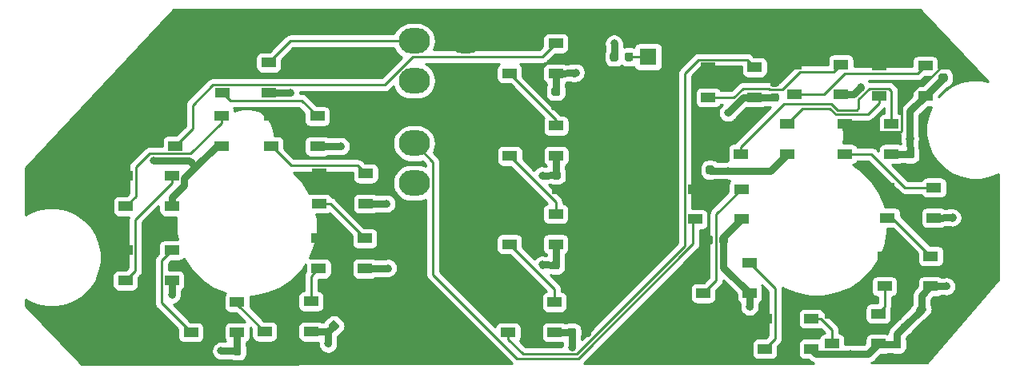
<source format=gbr>
%TF.GenerationSoftware,KiCad,Pcbnew,(5.1.6)-1*%
%TF.CreationDate,2020-12-18T17:10:49+11:00*%
%TF.ProjectId,HYD ISO Panel PCB V2,48594420-4953-44f2-9050-616e656c2050,rev?*%
%TF.SameCoordinates,Original*%
%TF.FileFunction,Copper,L1,Top*%
%TF.FilePolarity,Positive*%
%FSLAX46Y46*%
G04 Gerber Fmt 4.6, Leading zero omitted, Abs format (unit mm)*
G04 Created by KiCad (PCBNEW (5.1.6)-1) date 2020-12-18 17:10:49*
%MOMM*%
%LPD*%
G01*
G04 APERTURE LIST*
%TA.AperFunction,ComponentPad*%
%ADD10O,3.300000X2.700000*%
%TD*%
%TA.AperFunction,ComponentPad*%
%ADD11C,1.800000*%
%TD*%
%TA.AperFunction,ComponentPad*%
%ADD12R,1.800000X1.800000*%
%TD*%
%TA.AperFunction,SMDPad,CuDef*%
%ADD13R,1.500000X1.000000*%
%TD*%
%TA.AperFunction,ViaPad*%
%ADD14C,0.800000*%
%TD*%
%TA.AperFunction,Conductor*%
%ADD15C,0.250000*%
%TD*%
%TA.AperFunction,Conductor*%
%ADD16C,0.750000*%
%TD*%
%TA.AperFunction,Conductor*%
%ADD17C,0.254000*%
%TD*%
G04 APERTURE END LIST*
%TO.P,R1,2*%
%TO.N,Net-(D25-Pad1)*%
%TA.AperFunction,SMDPad,CuDef*%
G36*
G01*
X131784940Y-66253070D02*
X131784940Y-65740570D01*
G75*
G02*
X132003690Y-65521820I218750J0D01*
G01*
X132441190Y-65521820D01*
G75*
G02*
X132659940Y-65740570I0J-218750D01*
G01*
X132659940Y-66253070D01*
G75*
G02*
X132441190Y-66471820I-218750J0D01*
G01*
X132003690Y-66471820D01*
G75*
G02*
X131784940Y-66253070I0J218750D01*
G01*
G37*
%TD.AperFunction*%
%TO.P,R1,1*%
%TO.N,/LEDGND*%
%TA.AperFunction,SMDPad,CuDef*%
G36*
G01*
X130209940Y-66253070D02*
X130209940Y-65740570D01*
G75*
G02*
X130428690Y-65521820I218750J0D01*
G01*
X130866190Y-65521820D01*
G75*
G02*
X131084940Y-65740570I0J-218750D01*
G01*
X131084940Y-66253070D01*
G75*
G02*
X130866190Y-66471820I-218750J0D01*
G01*
X130428690Y-66471820D01*
G75*
G02*
X130209940Y-66253070I0J218750D01*
G01*
G37*
%TD.AperFunction*%
%TD*%
D10*
%TO.P,J2,4*%
%TO.N,/DATAOUT*%
X109485800Y-75164840D03*
%TO.P,J2,3*%
%TO.N,/LEDGND*%
X109485800Y-79364840D03*
%TO.P,J2,2*%
%TO.N,/LED+5V*%
X114985800Y-75164840D03*
%TO.P,J2,1*%
%TA.AperFunction,ComponentPad*%
G36*
G01*
X116385799Y-80714840D02*
X113585801Y-80714840D01*
G75*
G02*
X113335800Y-80464839I0J250001D01*
G01*
X113335800Y-78264841D01*
G75*
G02*
X113585801Y-78014840I250001J0D01*
G01*
X116385799Y-78014840D01*
G75*
G02*
X116635800Y-78264841I0J-250001D01*
G01*
X116635800Y-80464839D01*
G75*
G02*
X116385799Y-80714840I-250001J0D01*
G01*
G37*
%TD.AperFunction*%
%TD*%
%TO.P,J1,4*%
%TO.N,/DATAIN*%
X109468920Y-64320420D03*
%TO.P,J1,3*%
%TO.N,/LEDGND*%
X109468920Y-68520420D03*
%TO.P,J1,2*%
%TO.N,/LED+5V*%
X114968920Y-64320420D03*
%TO.P,J1,1*%
%TA.AperFunction,ComponentPad*%
G36*
G01*
X116368919Y-69870420D02*
X113568921Y-69870420D01*
G75*
G02*
X113318920Y-69620419I0J250001D01*
G01*
X113318920Y-67420421D01*
G75*
G02*
X113568921Y-67170420I250001J0D01*
G01*
X116368919Y-67170420D01*
G75*
G02*
X116618920Y-67420421I0J-250001D01*
G01*
X116618920Y-69620419D01*
G75*
G02*
X116368919Y-69870420I-250001J0D01*
G01*
G37*
%TD.AperFunction*%
%TD*%
%TO.P,C15,2*%
%TO.N,/LEDGND*%
%TA.AperFunction,SMDPad,CuDef*%
G36*
G01*
X141787260Y-85676450D02*
X141787260Y-85163950D01*
G75*
G02*
X142006010Y-84945200I218750J0D01*
G01*
X142443510Y-84945200D01*
G75*
G02*
X142662260Y-85163950I0J-218750D01*
G01*
X142662260Y-85676450D01*
G75*
G02*
X142443510Y-85895200I-218750J0D01*
G01*
X142006010Y-85895200D01*
G75*
G02*
X141787260Y-85676450I0J218750D01*
G01*
G37*
%TD.AperFunction*%
%TO.P,C15,1*%
%TO.N,/LED+5V*%
%TA.AperFunction,SMDPad,CuDef*%
G36*
G01*
X140212260Y-85676450D02*
X140212260Y-85163950D01*
G75*
G02*
X140431010Y-84945200I218750J0D01*
G01*
X140868510Y-84945200D01*
G75*
G02*
X141087260Y-85163950I0J-218750D01*
G01*
X141087260Y-85676450D01*
G75*
G02*
X140868510Y-85895200I-218750J0D01*
G01*
X140431010Y-85895200D01*
G75*
G02*
X140212260Y-85676450I0J218750D01*
G01*
G37*
%TD.AperFunction*%
%TD*%
%TO.P,C14,2*%
%TO.N,/LEDGND*%
%TA.AperFunction,SMDPad,CuDef*%
G36*
G01*
X147368550Y-69864620D02*
X147881050Y-69864620D01*
G75*
G02*
X148099800Y-70083370I0J-218750D01*
G01*
X148099800Y-70520870D01*
G75*
G02*
X147881050Y-70739620I-218750J0D01*
G01*
X147368550Y-70739620D01*
G75*
G02*
X147149800Y-70520870I0J218750D01*
G01*
X147149800Y-70083370D01*
G75*
G02*
X147368550Y-69864620I218750J0D01*
G01*
G37*
%TD.AperFunction*%
%TO.P,C14,1*%
%TO.N,/LED+5V*%
%TA.AperFunction,SMDPad,CuDef*%
G36*
G01*
X147368550Y-68289620D02*
X147881050Y-68289620D01*
G75*
G02*
X148099800Y-68508370I0J-218750D01*
G01*
X148099800Y-68945870D01*
G75*
G02*
X147881050Y-69164620I-218750J0D01*
G01*
X147368550Y-69164620D01*
G75*
G02*
X147149800Y-68945870I0J218750D01*
G01*
X147149800Y-68508370D01*
G75*
G02*
X147368550Y-68289620I218750J0D01*
G01*
G37*
%TD.AperFunction*%
%TD*%
%TO.P,C13,2*%
%TO.N,/LEDGND*%
%TA.AperFunction,SMDPad,CuDef*%
G36*
G01*
X165214590Y-67779480D02*
X165727090Y-67779480D01*
G75*
G02*
X165945840Y-67998230I0J-218750D01*
G01*
X165945840Y-68435730D01*
G75*
G02*
X165727090Y-68654480I-218750J0D01*
G01*
X165214590Y-68654480D01*
G75*
G02*
X164995840Y-68435730I0J218750D01*
G01*
X164995840Y-67998230D01*
G75*
G02*
X165214590Y-67779480I218750J0D01*
G01*
G37*
%TD.AperFunction*%
%TO.P,C13,1*%
%TO.N,/LED+5V*%
%TA.AperFunction,SMDPad,CuDef*%
G36*
G01*
X165214590Y-66204480D02*
X165727090Y-66204480D01*
G75*
G02*
X165945840Y-66423230I0J-218750D01*
G01*
X165945840Y-66860730D01*
G75*
G02*
X165727090Y-67079480I-218750J0D01*
G01*
X165214590Y-67079480D01*
G75*
G02*
X164995840Y-66860730I0J218750D01*
G01*
X164995840Y-66423230D01*
G75*
G02*
X165214590Y-66204480I218750J0D01*
G01*
G37*
%TD.AperFunction*%
%TD*%
%TO.P,C12,2*%
%TO.N,/LEDGND*%
%TA.AperFunction,SMDPad,CuDef*%
G36*
G01*
X163643741Y-92915729D02*
X163281349Y-93278122D01*
G75*
G02*
X162971989Y-93278122I-154680J154680D01*
G01*
X162662630Y-92968763D01*
G75*
G02*
X162662630Y-92659403I154680J154680D01*
G01*
X163025023Y-92297010D01*
G75*
G02*
X163334383Y-92297010I154680J-154680D01*
G01*
X163643742Y-92606369D01*
G75*
G02*
X163643742Y-92915729I-154680J-154680D01*
G01*
G37*
%TD.AperFunction*%
%TO.P,C12,1*%
%TO.N,/LED+5V*%
%TA.AperFunction,SMDPad,CuDef*%
G36*
G01*
X164757435Y-94029423D02*
X164395043Y-94391816D01*
G75*
G02*
X164085683Y-94391816I-154680J154680D01*
G01*
X163776324Y-94082457D01*
G75*
G02*
X163776324Y-93773097I154680J154680D01*
G01*
X164138717Y-93410704D01*
G75*
G02*
X164448077Y-93410704I154680J-154680D01*
G01*
X164757436Y-93720063D01*
G75*
G02*
X164757436Y-94029423I-154680J-154680D01*
G01*
G37*
%TD.AperFunction*%
%TD*%
%TO.P,C11,2*%
%TO.N,/LEDGND*%
%TA.AperFunction,SMDPad,CuDef*%
G36*
G01*
X161029000Y-96172310D02*
X161029000Y-96684810D01*
G75*
G02*
X160810250Y-96903560I-218750J0D01*
G01*
X160372750Y-96903560D01*
G75*
G02*
X160154000Y-96684810I0J218750D01*
G01*
X160154000Y-96172310D01*
G75*
G02*
X160372750Y-95953560I218750J0D01*
G01*
X160810250Y-95953560D01*
G75*
G02*
X161029000Y-96172310I0J-218750D01*
G01*
G37*
%TD.AperFunction*%
%TO.P,C11,1*%
%TO.N,/LED+5V*%
%TA.AperFunction,SMDPad,CuDef*%
G36*
G01*
X162604000Y-96172310D02*
X162604000Y-96684810D01*
G75*
G02*
X162385250Y-96903560I-218750J0D01*
G01*
X161947750Y-96903560D01*
G75*
G02*
X161729000Y-96684810I0J218750D01*
G01*
X161729000Y-96172310D01*
G75*
G02*
X161947750Y-95953560I218750J0D01*
G01*
X162385250Y-95953560D01*
G75*
G02*
X162604000Y-96172310I0J-218750D01*
G01*
G37*
%TD.AperFunction*%
%TD*%
%TO.P,C9,2*%
%TO.N,/LEDGND*%
%TA.AperFunction,SMDPad,CuDef*%
G36*
G01*
X162410560Y-76047890D02*
X162410560Y-76560390D01*
G75*
G02*
X162191810Y-76779140I-218750J0D01*
G01*
X161754310Y-76779140D01*
G75*
G02*
X161535560Y-76560390I0J218750D01*
G01*
X161535560Y-76047890D01*
G75*
G02*
X161754310Y-75829140I218750J0D01*
G01*
X162191810Y-75829140D01*
G75*
G02*
X162410560Y-76047890I0J-218750D01*
G01*
G37*
%TD.AperFunction*%
%TO.P,C9,1*%
%TO.N,/LED+5V*%
%TA.AperFunction,SMDPad,CuDef*%
G36*
G01*
X163985560Y-76047890D02*
X163985560Y-76560390D01*
G75*
G02*
X163766810Y-76779140I-218750J0D01*
G01*
X163329310Y-76779140D01*
G75*
G02*
X163110560Y-76560390I0J218750D01*
G01*
X163110560Y-76047890D01*
G75*
G02*
X163329310Y-75829140I218750J0D01*
G01*
X163766810Y-75829140D01*
G75*
G02*
X163985560Y-76047890I0J-218750D01*
G01*
G37*
%TD.AperFunction*%
%TD*%
%TO.P,C8,2*%
%TO.N,/LEDGND*%
%TA.AperFunction,SMDPad,CuDef*%
G36*
G01*
X101135169Y-94003699D02*
X101497562Y-94366091D01*
G75*
G02*
X101497562Y-94675451I-154680J-154680D01*
G01*
X101188203Y-94984810D01*
G75*
G02*
X100878843Y-94984810I-154680J154680D01*
G01*
X100516450Y-94622417D01*
G75*
G02*
X100516450Y-94313057I154680J154680D01*
G01*
X100825809Y-94003698D01*
G75*
G02*
X101135169Y-94003698I154680J-154680D01*
G01*
G37*
%TD.AperFunction*%
%TO.P,C8,1*%
%TO.N,/LED+5V*%
%TA.AperFunction,SMDPad,CuDef*%
G36*
G01*
X102248863Y-92890005D02*
X102611256Y-93252397D01*
G75*
G02*
X102611256Y-93561757I-154680J-154680D01*
G01*
X102301897Y-93871116D01*
G75*
G02*
X101992537Y-93871116I-154680J154680D01*
G01*
X101630144Y-93508723D01*
G75*
G02*
X101630144Y-93199363I154680J154680D01*
G01*
X101939503Y-92890004D01*
G75*
G02*
X102248863Y-92890004I154680J-154680D01*
G01*
G37*
%TD.AperFunction*%
%TD*%
%TO.P,C7,2*%
%TO.N,/LEDGND*%
%TA.AperFunction,SMDPad,CuDef*%
G36*
G01*
X140359980Y-78229170D02*
X140359980Y-77716670D01*
G75*
G02*
X140578730Y-77497920I218750J0D01*
G01*
X141016230Y-77497920D01*
G75*
G02*
X141234980Y-77716670I0J-218750D01*
G01*
X141234980Y-78229170D01*
G75*
G02*
X141016230Y-78447920I-218750J0D01*
G01*
X140578730Y-78447920D01*
G75*
G02*
X140359980Y-78229170I0J218750D01*
G01*
G37*
%TD.AperFunction*%
%TO.P,C7,1*%
%TO.N,/LED+5V*%
%TA.AperFunction,SMDPad,CuDef*%
G36*
G01*
X138784980Y-78229170D02*
X138784980Y-77716670D01*
G75*
G02*
X139003730Y-77497920I218750J0D01*
G01*
X139441230Y-77497920D01*
G75*
G02*
X139659980Y-77716670I0J-218750D01*
G01*
X139659980Y-78229170D01*
G75*
G02*
X139441230Y-78447920I-218750J0D01*
G01*
X139003730Y-78447920D01*
G75*
G02*
X138784980Y-78229170I0J218750D01*
G01*
G37*
%TD.AperFunction*%
%TD*%
%TO.P,C6,2*%
%TO.N,/LEDGND*%
%TA.AperFunction,SMDPad,CuDef*%
G36*
G01*
X124767050Y-78994420D02*
X124254550Y-78994420D01*
G75*
G02*
X124035800Y-78775670I0J218750D01*
G01*
X124035800Y-78338170D01*
G75*
G02*
X124254550Y-78119420I218750J0D01*
G01*
X124767050Y-78119420D01*
G75*
G02*
X124985800Y-78338170I0J-218750D01*
G01*
X124985800Y-78775670D01*
G75*
G02*
X124767050Y-78994420I-218750J0D01*
G01*
G37*
%TD.AperFunction*%
%TO.P,C6,1*%
%TO.N,/LED+5V*%
%TA.AperFunction,SMDPad,CuDef*%
G36*
G01*
X124767050Y-80569420D02*
X124254550Y-80569420D01*
G75*
G02*
X124035800Y-80350670I0J218750D01*
G01*
X124035800Y-79913170D01*
G75*
G02*
X124254550Y-79694420I218750J0D01*
G01*
X124767050Y-79694420D01*
G75*
G02*
X124985800Y-79913170I0J-218750D01*
G01*
X124985800Y-80350670D01*
G75*
G02*
X124767050Y-80569420I-218750J0D01*
G01*
G37*
%TD.AperFunction*%
%TD*%
%TO.P,C5,2*%
%TO.N,/LEDGND*%
%TA.AperFunction,SMDPad,CuDef*%
G36*
G01*
X124736570Y-70119660D02*
X124224070Y-70119660D01*
G75*
G02*
X124005320Y-69900910I0J218750D01*
G01*
X124005320Y-69463410D01*
G75*
G02*
X124224070Y-69244660I218750J0D01*
G01*
X124736570Y-69244660D01*
G75*
G02*
X124955320Y-69463410I0J-218750D01*
G01*
X124955320Y-69900910D01*
G75*
G02*
X124736570Y-70119660I-218750J0D01*
G01*
G37*
%TD.AperFunction*%
%TO.P,C5,1*%
%TO.N,/LED+5V*%
%TA.AperFunction,SMDPad,CuDef*%
G36*
G01*
X124736570Y-71694660D02*
X124224070Y-71694660D01*
G75*
G02*
X124005320Y-71475910I0J218750D01*
G01*
X124005320Y-71038410D01*
G75*
G02*
X124224070Y-70819660I218750J0D01*
G01*
X124736570Y-70819660D01*
G75*
G02*
X124955320Y-71038410I0J-218750D01*
G01*
X124955320Y-71475910D01*
G75*
G02*
X124736570Y-71694660I-218750J0D01*
G01*
G37*
%TD.AperFunction*%
%TD*%
%TO.P,C4,2*%
%TO.N,/LEDGND*%
%TA.AperFunction,SMDPad,CuDef*%
G36*
G01*
X124897300Y-87813170D02*
X124897300Y-88325670D01*
G75*
G02*
X124678550Y-88544420I-218750J0D01*
G01*
X124241050Y-88544420D01*
G75*
G02*
X124022300Y-88325670I0J218750D01*
G01*
X124022300Y-87813170D01*
G75*
G02*
X124241050Y-87594420I218750J0D01*
G01*
X124678550Y-87594420D01*
G75*
G02*
X124897300Y-87813170I0J-218750D01*
G01*
G37*
%TD.AperFunction*%
%TO.P,C4,1*%
%TO.N,/LED+5V*%
%TA.AperFunction,SMDPad,CuDef*%
G36*
G01*
X126472300Y-87813170D02*
X126472300Y-88325670D01*
G75*
G02*
X126253550Y-88544420I-218750J0D01*
G01*
X125816050Y-88544420D01*
G75*
G02*
X125597300Y-88325670I0J218750D01*
G01*
X125597300Y-87813170D01*
G75*
G02*
X125816050Y-87594420I218750J0D01*
G01*
X126253550Y-87594420D01*
G75*
G02*
X126472300Y-87813170I0J-218750D01*
G01*
G37*
%TD.AperFunction*%
%TD*%
%TO.P,C3,2*%
%TO.N,/LEDGND*%
%TA.AperFunction,SMDPad,CuDef*%
G36*
G01*
X126619620Y-94950570D02*
X126619620Y-95463070D01*
G75*
G02*
X126400870Y-95681820I-218750J0D01*
G01*
X125963370Y-95681820D01*
G75*
G02*
X125744620Y-95463070I0J218750D01*
G01*
X125744620Y-94950570D01*
G75*
G02*
X125963370Y-94731820I218750J0D01*
G01*
X126400870Y-94731820D01*
G75*
G02*
X126619620Y-94950570I0J-218750D01*
G01*
G37*
%TD.AperFunction*%
%TO.P,C3,1*%
%TO.N,/LED+5V*%
%TA.AperFunction,SMDPad,CuDef*%
G36*
G01*
X128194620Y-94950570D02*
X128194620Y-95463070D01*
G75*
G02*
X127975870Y-95681820I-218750J0D01*
G01*
X127538370Y-95681820D01*
G75*
G02*
X127319620Y-95463070I0J218750D01*
G01*
X127319620Y-94950570D01*
G75*
G02*
X127538370Y-94731820I218750J0D01*
G01*
X127975870Y-94731820D01*
G75*
G02*
X128194620Y-94950570I0J-218750D01*
G01*
G37*
%TD.AperFunction*%
%TD*%
%TO.P,C2,2*%
%TO.N,/LEDGND*%
%TA.AperFunction,SMDPad,CuDef*%
G36*
G01*
X91179000Y-96901290D02*
X91179000Y-97413790D01*
G75*
G02*
X90960250Y-97632540I-218750J0D01*
G01*
X90522750Y-97632540D01*
G75*
G02*
X90304000Y-97413790I0J218750D01*
G01*
X90304000Y-96901290D01*
G75*
G02*
X90522750Y-96682540I218750J0D01*
G01*
X90960250Y-96682540D01*
G75*
G02*
X91179000Y-96901290I0J-218750D01*
G01*
G37*
%TD.AperFunction*%
%TO.P,C2,1*%
%TO.N,/LED+5V*%
%TA.AperFunction,SMDPad,CuDef*%
G36*
G01*
X92754000Y-96901290D02*
X92754000Y-97413790D01*
G75*
G02*
X92535250Y-97632540I-218750J0D01*
G01*
X92097750Y-97632540D01*
G75*
G02*
X91879000Y-97413790I0J218750D01*
G01*
X91879000Y-96901290D01*
G75*
G02*
X92097750Y-96682540I218750J0D01*
G01*
X92535250Y-96682540D01*
G75*
G02*
X92754000Y-96901290I0J-218750D01*
G01*
G37*
%TD.AperFunction*%
%TD*%
D11*
%TO.P,D25,2*%
%TO.N,/LED+5V*%
X136800000Y-66000000D03*
D12*
%TO.P,D25,1*%
%TO.N,Net-(D25-Pad1)*%
X134260000Y-66000000D03*
%TD*%
D13*
%TO.P,D21,1*%
%TO.N,/LED+5V*%
X153697600Y-93218000D03*
%TO.P,D21,2*%
%TO.N,Net-(D21-Pad2)*%
X153697600Y-96418000D03*
%TO.P,D21,4*%
%TO.N,Net-(D20-Pad2)*%
X158597600Y-93218000D03*
%TO.P,D21,3*%
%TO.N,/LEDGND*%
X158597600Y-96418000D03*
%TD*%
%TO.P,D22,1*%
%TO.N,/LED+5V*%
X146597200Y-93751600D03*
%TO.P,D22,2*%
%TO.N,Net-(D22-Pad2)*%
X146597200Y-96951600D03*
%TO.P,D22,4*%
%TO.N,Net-(D21-Pad2)*%
X151497200Y-93751600D03*
%TO.P,D22,3*%
%TO.N,/LEDGND*%
X151497200Y-96951600D03*
%TD*%
%TO.P,D20,1*%
%TO.N,/LED+5V*%
X159258000Y-87122000D03*
%TO.P,D20,2*%
%TO.N,Net-(D20-Pad2)*%
X159258000Y-90322000D03*
%TO.P,D20,4*%
%TO.N,Net-(D19-Pad2)*%
X164158000Y-87122000D03*
%TO.P,D20,3*%
%TO.N,/LEDGND*%
X164158000Y-90322000D03*
%TD*%
%TO.P,D23,1*%
%TO.N,/LED+5V*%
X140083200Y-87858800D03*
%TO.P,D23,2*%
%TO.N,Net-(D23-Pad2)*%
X140083200Y-91058800D03*
%TO.P,D23,4*%
%TO.N,Net-(D22-Pad2)*%
X144983200Y-87858800D03*
%TO.P,D23,3*%
%TO.N,/LEDGND*%
X144983200Y-91058800D03*
%TD*%
%TO.P,D19,1*%
%TO.N,/LED+5V*%
X159590400Y-79858000D03*
%TO.P,D19,2*%
%TO.N,Net-(D19-Pad2)*%
X159590400Y-83058000D03*
%TO.P,D19,4*%
%TO.N,Net-(D18-Pad2)*%
X164490400Y-79858000D03*
%TO.P,D19,3*%
%TO.N,/LEDGND*%
X164490400Y-83058000D03*
%TD*%
%TO.P,D24,1*%
%TO.N,/LED+5V*%
X139219600Y-80010000D03*
%TO.P,D24,2*%
%TO.N,/DATAOUT*%
X139219600Y-83210000D03*
%TO.P,D24,4*%
%TO.N,Net-(D23-Pad2)*%
X144119600Y-80010000D03*
%TO.P,D24,3*%
%TO.N,/LEDGND*%
X144119600Y-83210000D03*
%TD*%
%TO.P,D18,1*%
%TO.N,/LED+5V*%
X155092400Y-73101200D03*
%TO.P,D18,2*%
%TO.N,Net-(D18-Pad2)*%
X155092400Y-76301200D03*
%TO.P,D18,4*%
%TO.N,Net-(D17-Pad2)*%
X159992400Y-73101200D03*
%TO.P,D18,3*%
%TO.N,/LEDGND*%
X159992400Y-76301200D03*
%TD*%
%TO.P,D17,1*%
%TO.N,/LED+5V*%
X144057200Y-73076000D03*
%TO.P,D17,2*%
%TO.N,Net-(D17-Pad2)*%
X144057200Y-76276000D03*
%TO.P,D17,4*%
%TO.N,Net-(D16-Pad2)*%
X148957200Y-73076000D03*
%TO.P,D17,3*%
%TO.N,/LEDGND*%
X148957200Y-76276000D03*
%TD*%
%TO.P,D16,1*%
%TO.N,/LED+5V*%
X158676000Y-66954400D03*
%TO.P,D16,2*%
%TO.N,Net-(D16-Pad2)*%
X158676000Y-70154400D03*
%TO.P,D16,4*%
%TO.N,Net-(D15-Pad2)*%
X163576000Y-66954400D03*
%TO.P,D16,3*%
%TO.N,/LEDGND*%
X163576000Y-70154400D03*
%TD*%
%TO.P,D15,1*%
%TO.N,/LED+5V*%
X149758400Y-66802000D03*
%TO.P,D15,2*%
%TO.N,Net-(D15-Pad2)*%
X149758400Y-70002000D03*
%TO.P,D15,4*%
%TO.N,Net-(D14-Pad2)*%
X154658400Y-66802000D03*
%TO.P,D15,3*%
%TO.N,/LEDGND*%
X154658400Y-70002000D03*
%TD*%
%TO.P,D14,1*%
%TO.N,/LED+5V*%
X140614400Y-67106800D03*
%TO.P,D14,2*%
%TO.N,Net-(D14-Pad2)*%
X140614400Y-70306800D03*
%TO.P,D14,4*%
%TO.N,Net-(D13-Pad2)*%
X145514400Y-67106800D03*
%TO.P,D14,3*%
%TO.N,/LEDGND*%
X145514400Y-70306800D03*
%TD*%
%TO.P,D13,1*%
%TO.N,/LED+5V*%
X119430800Y-91998800D03*
%TO.P,D13,2*%
%TO.N,Net-(D13-Pad2)*%
X119430800Y-95198800D03*
%TO.P,D13,4*%
%TO.N,Net-(D12-Pad2)*%
X124330800Y-91998800D03*
%TO.P,D13,3*%
%TO.N,/LEDGND*%
X124330800Y-95198800D03*
%TD*%
%TO.P,D12,1*%
%TO.N,/LED+5V*%
X119560000Y-82651600D03*
%TO.P,D12,2*%
%TO.N,Net-(D12-Pad2)*%
X119560000Y-85851600D03*
%TO.P,D12,4*%
%TO.N,Net-(D11-Pad2)*%
X124460000Y-82651600D03*
%TO.P,D12,3*%
%TO.N,/LEDGND*%
X124460000Y-85851600D03*
%TD*%
%TO.P,D11,1*%
%TO.N,/LED+5V*%
X119610800Y-73304400D03*
%TO.P,D11,2*%
%TO.N,Net-(D11-Pad2)*%
X119610800Y-76504400D03*
%TO.P,D11,4*%
%TO.N,Net-(D10-Pad2)*%
X124510800Y-73304400D03*
%TO.P,D11,3*%
%TO.N,/LEDGND*%
X124510800Y-76504400D03*
%TD*%
%TO.P,D10,1*%
%TO.N,/LED+5V*%
X119571600Y-64566800D03*
%TO.P,D10,2*%
%TO.N,Net-(D10-Pad2)*%
X119571600Y-67766800D03*
%TO.P,D10,4*%
%TO.N,Net-(D10-Pad4)*%
X124471600Y-64566800D03*
%TO.P,D10,3*%
%TO.N,/LEDGND*%
X124471600Y-67766800D03*
%TD*%
%TO.P,D9,1*%
%TO.N,/LED+5V*%
X84203200Y-72237600D03*
%TO.P,D9,2*%
%TO.N,Net-(D10-Pad4)*%
X84203200Y-75437600D03*
%TO.P,D9,4*%
%TO.N,Net-(D8-Pad2)*%
X89103200Y-72237600D03*
%TO.P,D9,3*%
%TO.N,/LEDGND*%
X89103200Y-75437600D03*
%TD*%
%TO.P,D8,1*%
%TO.N,/LED+5V*%
X78943200Y-78638800D03*
%TO.P,D8,2*%
%TO.N,Net-(D8-Pad2)*%
X78943200Y-81838800D03*
%TO.P,D8,4*%
%TO.N,Net-(D7-Pad2)*%
X83843200Y-78638800D03*
%TO.P,D8,3*%
%TO.N,/LEDGND*%
X83843200Y-81838800D03*
%TD*%
%TO.P,D7,1*%
%TO.N,/LED+5V*%
X78920000Y-86512800D03*
%TO.P,D7,2*%
%TO.N,Net-(D7-Pad2)*%
X78920000Y-89712800D03*
%TO.P,D7,4*%
%TO.N,Net-(D6-Pad2)*%
X83820000Y-86512800D03*
%TO.P,D7,3*%
%TO.N,/LEDGND*%
X83820000Y-89712800D03*
%TD*%
%TO.P,D6,1*%
%TO.N,/LED+5V*%
X85852000Y-91998800D03*
%TO.P,D6,2*%
%TO.N,Net-(D6-Pad2)*%
X85852000Y-95198800D03*
%TO.P,D6,4*%
%TO.N,Net-(D5-Pad2)*%
X90752000Y-91998800D03*
%TO.P,D6,3*%
%TO.N,/LEDGND*%
X90752000Y-95198800D03*
%TD*%
%TO.P,D5,1*%
%TO.N,/LED+5V*%
X93663600Y-91922800D03*
%TO.P,D5,2*%
%TO.N,Net-(D5-Pad2)*%
X93663600Y-95122800D03*
%TO.P,D5,4*%
%TO.N,Net-(D4-Pad2)*%
X98563600Y-91922800D03*
%TO.P,D5,3*%
%TO.N,/LEDGND*%
X98563600Y-95122800D03*
%TD*%
%TO.P,D4,1*%
%TO.N,/LED+5V*%
X99364800Y-85242400D03*
%TO.P,D4,2*%
%TO.N,Net-(D4-Pad2)*%
X99364800Y-88442400D03*
%TO.P,D4,4*%
%TO.N,Net-(D3-Pad2)*%
X104264800Y-85242400D03*
%TO.P,D4,3*%
%TO.N,/LEDGND*%
X104264800Y-88442400D03*
%TD*%
%TO.P,D3,1*%
%TO.N,/LED+5V*%
X99454800Y-78359200D03*
%TO.P,D3,2*%
%TO.N,Net-(D3-Pad2)*%
X99454800Y-81559200D03*
%TO.P,D3,4*%
%TO.N,Net-(D2-Pad2)*%
X104354800Y-78359200D03*
%TO.P,D3,3*%
%TO.N,/LEDGND*%
X104354800Y-81559200D03*
%TD*%
%TO.P,D2,1*%
%TO.N,/LED+5V*%
X94335600Y-72288400D03*
%TO.P,D2,2*%
%TO.N,Net-(D2-Pad2)*%
X94335600Y-75488400D03*
%TO.P,D2,4*%
%TO.N,Net-(D1-Pad2)*%
X99235600Y-72288400D03*
%TO.P,D2,3*%
%TO.N,/LEDGND*%
X99235600Y-75488400D03*
%TD*%
%TO.P,D1,1*%
%TO.N,/LED+5V*%
X89181600Y-66598800D03*
%TO.P,D1,2*%
%TO.N,Net-(D1-Pad2)*%
X89181600Y-69798800D03*
%TO.P,D1,4*%
%TO.N,/DATAIN*%
X94081600Y-66598800D03*
%TO.P,D1,3*%
%TO.N,/LEDGND*%
X94081600Y-69798800D03*
%TD*%
D14*
%TO.N,/LEDGND*%
X89052400Y-97160080D03*
X100378460Y-96415660D03*
X83830160Y-91241880D03*
X96400620Y-69791580D03*
X101711760Y-75478640D03*
X106550660Y-81559200D03*
X106715560Y-88389460D03*
X130647440Y-64582040D03*
X126588520Y-67663060D03*
X123045220Y-88038940D03*
X123022360Y-78564740D03*
X126156720Y-96791780D03*
X144975580Y-92483940D03*
X142709900Y-71915020D03*
X166463980Y-83027520D03*
X165801440Y-90322000D03*
X161334546Y-94606206D03*
X155640859Y-97493001D03*
X81917540Y-76962611D03*
X156748480Y-69166740D03*
X161949612Y-74725388D03*
X142723340Y-78051660D03*
%TD*%
D15*
%TO.N,Net-(D1-Pad2)*%
X97571001Y-70623801D02*
X99235600Y-72288400D01*
X90006601Y-70623801D02*
X97571001Y-70623801D01*
X89181600Y-69798800D02*
X90006601Y-70623801D01*
%TO.N,Net-(D2-Pad2)*%
X96436752Y-77534199D02*
X94659610Y-75757057D01*
X104354800Y-78359200D02*
X103529799Y-77534199D01*
X94659610Y-75757057D02*
X94659610Y-75488400D01*
X103529799Y-77534199D02*
X96436752Y-77534199D01*
%TO.N,Net-(D3-Pad2)*%
X100581600Y-81559200D02*
X104264800Y-85242400D01*
X99454800Y-81559200D02*
X100581600Y-81559200D01*
%TO.N,Net-(D4-Pad2)*%
X98563600Y-89243600D02*
X99364800Y-88442400D01*
X98563600Y-91922800D02*
X98563600Y-89243600D01*
%TO.N,Net-(D5-Pad2)*%
X90752000Y-92211200D02*
X93663600Y-95122800D01*
X90752000Y-91998800D02*
X90752000Y-92211200D01*
%TO.N,Net-(D7-Pad2)*%
X79995001Y-88637799D02*
X78920000Y-89712800D01*
X79995001Y-83236999D02*
X79995001Y-88637799D01*
X83843200Y-79388800D02*
X79995001Y-83236999D01*
X83843200Y-78638800D02*
X83843200Y-79388800D01*
%TO.N,Net-(D8-Pad2)*%
X80018201Y-80763799D02*
X78943200Y-81838800D01*
X81450670Y-76237610D02*
X80018201Y-77670079D01*
X82265541Y-76237610D02*
X81450670Y-76237610D01*
X82290532Y-76262601D02*
X82265541Y-76237610D01*
X85828199Y-76262601D02*
X82290532Y-76262601D01*
X89103200Y-72987600D02*
X85828199Y-76262601D01*
X80018201Y-77670079D02*
X80018201Y-80763799D01*
X89103200Y-72237600D02*
X89103200Y-72987600D01*
%TO.N,Net-(D10-Pad4)*%
X123042970Y-65995430D02*
X124471600Y-64566800D01*
X109325089Y-65995430D02*
X123042970Y-65995430D01*
X106346720Y-68973799D02*
X109325089Y-65995430D01*
X88171599Y-68973799D02*
X106346720Y-68973799D01*
X86016790Y-71128608D02*
X88171599Y-68973799D01*
X86016790Y-73624010D02*
X86016790Y-71128608D01*
X84203200Y-75437600D02*
X86016790Y-73624010D01*
%TO.N,Net-(D10-Pad2)*%
X124510800Y-72706000D02*
X119571600Y-67766800D01*
X124510800Y-73304400D02*
X124510800Y-72706000D01*
%TO.N,Net-(D11-Pad2)*%
X124460000Y-81353600D02*
X119610800Y-76504400D01*
X124460000Y-82651600D02*
X124460000Y-81353600D01*
%TO.N,Net-(D12-Pad2)*%
X124330800Y-90622400D02*
X119560000Y-85851600D01*
X124330800Y-91998800D02*
X124330800Y-90622400D01*
%TO.N,Net-(D13-Pad2)*%
X144689399Y-66281799D02*
X145514400Y-67106800D01*
X138144599Y-67741599D02*
X139604399Y-66281799D01*
X138144599Y-86063335D02*
X138144599Y-67741599D01*
X126691153Y-97516781D02*
X138144599Y-86063335D01*
X139604399Y-66281799D02*
X144689399Y-66281799D01*
X120998781Y-97516781D02*
X126691153Y-97516781D01*
X119430800Y-95948800D02*
X120998781Y-97516781D01*
X119430800Y-95198800D02*
X119430800Y-95948800D01*
%TO.N,Net-(D14-Pad2)*%
X153833399Y-67627001D02*
X154658400Y-66802000D01*
X148435768Y-69489630D02*
X150298397Y-67627001D01*
X150298397Y-67627001D02*
X153833399Y-67627001D01*
X144270098Y-69364860D02*
X147018546Y-69364860D01*
X147143316Y-69489630D02*
X148435768Y-69489630D01*
X147018546Y-69364860D02*
X147143316Y-69489630D01*
X143328158Y-70306800D02*
X144270098Y-69364860D01*
X140614400Y-70306800D02*
X143328158Y-70306800D01*
%TO.N,Net-(D15-Pad2)*%
X155045997Y-67779401D02*
X162750999Y-67779401D01*
X152823398Y-70002000D02*
X155045997Y-67779401D01*
X162750999Y-67779401D02*
X163576000Y-66954400D01*
X149758400Y-70002000D02*
X152823398Y-70002000D01*
%TO.N,Net-(D16-Pad2)*%
X150584425Y-71448775D02*
X148957200Y-73076000D01*
X153470890Y-71448775D02*
X150584425Y-71448775D01*
X154090636Y-72068521D02*
X153470890Y-71448775D01*
X157511879Y-72068521D02*
X154090636Y-72068521D01*
X158676000Y-70904400D02*
X157511879Y-72068521D01*
X158676000Y-70154400D02*
X158676000Y-70904400D01*
%TO.N,Net-(D17-Pad2)*%
X159992400Y-69635798D02*
X159992400Y-73101200D01*
X156532580Y-71386700D02*
X156532580Y-70462818D01*
X156300769Y-71618511D02*
X156532580Y-71386700D01*
X156532580Y-70462818D02*
X157665999Y-69329399D01*
X144057200Y-76276000D02*
X144057200Y-75526000D01*
X159686001Y-69329399D02*
X159992400Y-69635798D01*
X144057200Y-75526000D02*
X148584435Y-70998765D01*
X157665999Y-69329399D02*
X159686001Y-69329399D01*
X154277036Y-71618511D02*
X156300769Y-71618511D01*
X148584435Y-70998765D02*
X153657291Y-70998766D01*
X153657291Y-70998766D02*
X154277036Y-71618511D01*
%TO.N,Net-(D18-Pad2)*%
X161425402Y-79858000D02*
X157868602Y-76301200D01*
X157868602Y-76301200D02*
X155092400Y-76301200D01*
X164490400Y-79858000D02*
X161425402Y-79858000D01*
%TO.N,Net-(D19-Pad2)*%
X160094000Y-83058000D02*
X164158000Y-87122000D01*
X159590400Y-83058000D02*
X160094000Y-83058000D01*
%TO.N,Net-(D20-Pad2)*%
X158597600Y-93218000D02*
X158507000Y-93218000D01*
X159258000Y-92467000D02*
X159258000Y-90322000D01*
X158507000Y-93218000D02*
X159258000Y-92467000D01*
%TO.N,Net-(D21-Pad2)*%
X153697600Y-94952000D02*
X153697600Y-96418000D01*
X152497200Y-93751600D02*
X153697600Y-94952000D01*
X151497200Y-93751600D02*
X152497200Y-93751600D01*
%TO.N,Net-(D22-Pad2)*%
X147672201Y-95876599D02*
X146597200Y-96951600D01*
X147672201Y-90547801D02*
X147672201Y-95876599D01*
X144983200Y-87858800D02*
X147672201Y-90547801D01*
%TO.N,Net-(D23-Pad2)*%
X141462250Y-89679750D02*
X140083200Y-91058800D01*
X141462250Y-82667350D02*
X141462250Y-89679750D01*
X144119600Y-80010000D02*
X141462250Y-82667350D01*
%TO.N,Net-(D6-Pad2)*%
X82744999Y-92091799D02*
X85852000Y-95198800D01*
X82744999Y-87587801D02*
X82744999Y-92091799D01*
X83820000Y-86512800D02*
X82744999Y-87587801D01*
%TO.N,Net-(D25-Pad1)*%
X132225620Y-66000000D02*
X132222440Y-65996820D01*
X134260000Y-66000000D02*
X132225620Y-66000000D01*
D16*
%TO.N,/LEDGND*%
X100378460Y-95122800D02*
X101007006Y-94494254D01*
X98563600Y-95122800D02*
X100378460Y-95122800D01*
X90752000Y-97147040D02*
X90741500Y-97157540D01*
X90752000Y-95198800D02*
X90752000Y-97147040D01*
X90741500Y-97157540D02*
X89052400Y-97160080D01*
X89052400Y-97160080D02*
X89054940Y-97157540D01*
X100378460Y-95122800D02*
X100378460Y-96415660D01*
X100378460Y-96415660D02*
X100378460Y-96415660D01*
X83820000Y-89712800D02*
X83830160Y-91241880D01*
X83830160Y-91241880D02*
X83820000Y-91231720D01*
X94081600Y-69798800D02*
X96400620Y-69791580D01*
X96400620Y-69791580D02*
X96393400Y-69798800D01*
X99235600Y-75488400D02*
X101711760Y-75478640D01*
X101711760Y-75478640D02*
X101702000Y-75488400D01*
X104354800Y-81559200D02*
X106550660Y-81559200D01*
X106550660Y-81559200D02*
X106550660Y-81559200D01*
X104264800Y-88442400D02*
X106715560Y-88389460D01*
X106715560Y-88389460D02*
X106662620Y-88442400D01*
X124471600Y-69673440D02*
X124480320Y-69682160D01*
X124471600Y-67766800D02*
X126588520Y-67663060D01*
X130647440Y-65996820D02*
X130647440Y-64582040D01*
X130647440Y-64582040D02*
X130647440Y-64582040D01*
X124480320Y-67775520D02*
X124471600Y-67766800D01*
X124480320Y-69682160D02*
X124480320Y-67775520D01*
X126588520Y-67663060D02*
X126378240Y-67766800D01*
X124510800Y-76504400D02*
X124510800Y-78556920D01*
X124460000Y-88069220D02*
X124459800Y-88069420D01*
X124460000Y-85851600D02*
X124460000Y-88069220D01*
X124459800Y-88069420D02*
X123045220Y-88038940D01*
X123045220Y-88038940D02*
X123075700Y-88069420D01*
X124510800Y-78556920D02*
X123022360Y-78564740D01*
X123022360Y-78564740D02*
X123030180Y-78556920D01*
X126174100Y-95198800D02*
X126182120Y-95206820D01*
X124330800Y-95198800D02*
X126174100Y-95198800D01*
X126182120Y-95206820D02*
X126156720Y-96791780D01*
X126156720Y-96791780D02*
X126182120Y-96766380D01*
X144983200Y-91058800D02*
X144975580Y-92483940D01*
X144975580Y-92483940D02*
X144983200Y-92476320D01*
X142224760Y-85104840D02*
X144119600Y-83210000D01*
X142224760Y-85420200D02*
X142224760Y-85104840D01*
X142224760Y-88300360D02*
X142224760Y-85420200D01*
X144983200Y-91058800D02*
X142224760Y-88300360D01*
X148957200Y-76276000D02*
X147181540Y-78051660D01*
X140876220Y-78051660D02*
X140797480Y-77972920D01*
X147181540Y-78051660D02*
X142723340Y-78051660D01*
X145519080Y-70302120D02*
X145514400Y-70306800D01*
X147624800Y-70302120D02*
X145519080Y-70302120D01*
X145514400Y-70306800D02*
X144318120Y-70306800D01*
X144318120Y-70306800D02*
X142709900Y-71915020D01*
X142709900Y-71915020D02*
X142709900Y-71915020D01*
X161970120Y-76301200D02*
X161973060Y-76304140D01*
X159992400Y-76301200D02*
X161970120Y-76301200D01*
X161973060Y-76304140D02*
X161949612Y-74725388D01*
X161947860Y-74607420D02*
X161973060Y-74655480D01*
X164490400Y-83058000D02*
X166463980Y-83027520D01*
X166463980Y-83027520D02*
X166433500Y-83058000D01*
X164158000Y-90322000D02*
X165801440Y-90322000D01*
X165801440Y-90322000D02*
X165801440Y-90322000D01*
X163153186Y-91326814D02*
X164158000Y-90322000D01*
X163153186Y-92787566D02*
X163153186Y-91326814D01*
X160591500Y-95349252D02*
X160591500Y-96428560D01*
X163153186Y-92787566D02*
X161334546Y-94606206D01*
X158608160Y-96428560D02*
X158597600Y-96418000D01*
X160591500Y-96428560D02*
X158608160Y-96428560D01*
X161334546Y-94606206D02*
X160591500Y-95349252D01*
X157522599Y-97493001D02*
X158597600Y-96418000D01*
X152038601Y-97493001D02*
X155640859Y-97493001D01*
X151497200Y-96951600D02*
X152038601Y-97493001D01*
X155640859Y-97493001D02*
X157522599Y-97493001D01*
X165470840Y-68259560D02*
X163576000Y-70154400D01*
X165470840Y-68216980D02*
X165470840Y-68259560D01*
X85168201Y-79598801D02*
X85168201Y-78857007D01*
X83843200Y-81838800D02*
X83843200Y-80923802D01*
X83843200Y-80923802D02*
X85168201Y-79598801D01*
X86345844Y-77679364D02*
X88587608Y-75437600D01*
X86345844Y-77679364D02*
X85765640Y-77099160D01*
X85168201Y-78857007D02*
X86345844Y-77679364D01*
X85737700Y-77099160D02*
X85601151Y-76962611D01*
X85765640Y-77099160D02*
X85737700Y-77099160D01*
X85601151Y-76962611D02*
X81917540Y-76962611D01*
X81917540Y-76962611D02*
X81917540Y-76962611D01*
X156003435Y-70002000D02*
X156748480Y-69166740D01*
X154658400Y-70002000D02*
X156003435Y-70002000D01*
X156748480Y-69166740D02*
X156748480Y-69256955D01*
X161947860Y-71782540D02*
X161947860Y-74607420D01*
X163576000Y-70154400D02*
X161947860Y-71782540D01*
X161949612Y-74725388D02*
X161947860Y-74607420D01*
X142723340Y-78051660D02*
X140876220Y-78051660D01*
%TO.N,/LED+5V*%
X165470840Y-66641980D02*
X165470840Y-65849500D01*
D15*
X155917401Y-73926201D02*
X155092400Y-73101200D01*
X161002401Y-73926201D02*
X155917401Y-73926201D01*
X161067401Y-73861201D02*
X161002401Y-73926201D01*
X161067401Y-70827997D02*
X161067401Y-73861201D01*
X163079996Y-68815402D02*
X161067401Y-70827997D01*
X163550000Y-68815402D02*
X163079996Y-68815402D01*
X165470840Y-66894562D02*
X163550000Y-68815402D01*
X165470840Y-66641980D02*
X165470840Y-66894562D01*
%TO.N,/DATAIN*%
X96359980Y-64320420D02*
X94081600Y-66598800D01*
X109468920Y-64320420D02*
X96359980Y-64320420D01*
%TO.N,/DATAOUT*%
X111460810Y-77139850D02*
X109485800Y-75164840D01*
X126877553Y-97966791D02*
X120363789Y-97966791D01*
X139008199Y-85836145D02*
X126877553Y-97966791D01*
X120363789Y-97966791D02*
X111460810Y-89063812D01*
X139008199Y-83421401D02*
X139008199Y-85836145D01*
X111460810Y-89063812D02*
X111460810Y-77139850D01*
X139219600Y-83210000D02*
X139008199Y-83421401D01*
%TD*%
D17*
%TO.N,/LED+5V*%
G36*
X170251825Y-68613067D02*
G01*
X169420848Y-68447776D01*
X168381370Y-68447776D01*
X167361865Y-68650568D01*
X166401512Y-69048359D01*
X165537218Y-69625863D01*
X164964072Y-70199009D01*
X164964072Y-70194683D01*
X165881402Y-69277353D01*
X165894248Y-69276088D01*
X166054982Y-69227330D01*
X166203115Y-69148151D01*
X166332955Y-69041595D01*
X166439511Y-68911755D01*
X166518690Y-68763622D01*
X166567448Y-68602888D01*
X166583912Y-68435730D01*
X166583912Y-67998230D01*
X166567448Y-67831072D01*
X166518690Y-67670338D01*
X166439511Y-67522205D01*
X166332955Y-67392365D01*
X166203115Y-67285809D01*
X166054982Y-67206630D01*
X165894248Y-67157872D01*
X165727090Y-67141408D01*
X165214590Y-67141408D01*
X165047432Y-67157872D01*
X164964072Y-67183159D01*
X164964072Y-66454400D01*
X164951812Y-66329918D01*
X164915502Y-66210220D01*
X164856537Y-66099906D01*
X164777185Y-66003215D01*
X164680494Y-65923863D01*
X164570180Y-65864898D01*
X164450482Y-65828588D01*
X164326000Y-65816328D01*
X162826000Y-65816328D01*
X162701518Y-65828588D01*
X162581820Y-65864898D01*
X162471506Y-65923863D01*
X162374815Y-66003215D01*
X162295463Y-66099906D01*
X162236498Y-66210220D01*
X162200188Y-66329918D01*
X162187928Y-66454400D01*
X162187928Y-67019401D01*
X156046472Y-67019401D01*
X156046472Y-66302000D01*
X156034212Y-66177518D01*
X155997902Y-66057820D01*
X155938937Y-65947506D01*
X155859585Y-65850815D01*
X155762894Y-65771463D01*
X155652580Y-65712498D01*
X155532882Y-65676188D01*
X155408400Y-65663928D01*
X153908400Y-65663928D01*
X153783918Y-65676188D01*
X153664220Y-65712498D01*
X153553906Y-65771463D01*
X153457215Y-65850815D01*
X153377863Y-65947506D01*
X153318898Y-66057820D01*
X153282588Y-66177518D01*
X153270328Y-66302000D01*
X153270328Y-66867001D01*
X150335719Y-66867001D01*
X150298396Y-66863325D01*
X150261073Y-66867001D01*
X150261064Y-66867001D01*
X150149411Y-66877998D01*
X150006150Y-66921455D01*
X149874121Y-66992027D01*
X149758396Y-67087000D01*
X149734598Y-67115998D01*
X148120967Y-68729630D01*
X147442343Y-68729630D01*
X147310793Y-68659314D01*
X147167532Y-68615857D01*
X147055879Y-68604860D01*
X147055868Y-68604860D01*
X147018546Y-68601184D01*
X146981224Y-68604860D01*
X144307420Y-68604860D01*
X144270097Y-68601184D01*
X144232774Y-68604860D01*
X144232765Y-68604860D01*
X144121112Y-68615857D01*
X143977851Y-68659314D01*
X143845822Y-68729886D01*
X143730097Y-68824859D01*
X143706299Y-68853857D01*
X143013357Y-69546800D01*
X141945446Y-69546800D01*
X141894937Y-69452306D01*
X141815585Y-69355615D01*
X141718894Y-69276263D01*
X141608580Y-69217298D01*
X141488882Y-69180988D01*
X141364400Y-69168728D01*
X139864400Y-69168728D01*
X139739918Y-69180988D01*
X139620220Y-69217298D01*
X139509906Y-69276263D01*
X139413215Y-69355615D01*
X139333863Y-69452306D01*
X139274898Y-69562620D01*
X139238588Y-69682318D01*
X139226328Y-69806800D01*
X139226328Y-70806800D01*
X139238588Y-70931282D01*
X139274898Y-71050980D01*
X139333863Y-71161294D01*
X139413215Y-71257985D01*
X139509906Y-71337337D01*
X139620220Y-71396302D01*
X139739918Y-71432612D01*
X139864400Y-71444872D01*
X141364400Y-71444872D01*
X141488882Y-71432612D01*
X141608580Y-71396302D01*
X141718894Y-71337337D01*
X141815585Y-71257985D01*
X141894937Y-71161294D01*
X141945446Y-71066800D01*
X142116400Y-71066800D01*
X142050126Y-71111083D01*
X141905963Y-71255246D01*
X141792695Y-71424764D01*
X141714674Y-71613122D01*
X141674900Y-71813081D01*
X141674900Y-72016959D01*
X141714674Y-72216918D01*
X141792695Y-72405276D01*
X141905963Y-72574794D01*
X142050126Y-72718957D01*
X142219644Y-72832225D01*
X142408002Y-72910246D01*
X142607961Y-72950020D01*
X142811839Y-72950020D01*
X143011798Y-72910246D01*
X143200156Y-72832225D01*
X143369674Y-72718957D01*
X143513837Y-72574794D01*
X143585031Y-72468244D01*
X144625145Y-71428131D01*
X144639918Y-71432612D01*
X144764400Y-71444872D01*
X146264400Y-71444872D01*
X146388882Y-71432612D01*
X146508580Y-71396302D01*
X146618894Y-71337337D01*
X146649621Y-71312120D01*
X147040003Y-71312120D01*
X147040658Y-71312470D01*
X147159790Y-71348608D01*
X143546198Y-74962201D01*
X143517200Y-74985999D01*
X143493402Y-75014997D01*
X143493401Y-75014998D01*
X143422226Y-75101724D01*
X143402874Y-75137928D01*
X143307200Y-75137928D01*
X143182718Y-75150188D01*
X143063020Y-75186498D01*
X142952706Y-75245463D01*
X142856015Y-75324815D01*
X142776663Y-75421506D01*
X142717698Y-75531820D01*
X142681388Y-75651518D01*
X142669128Y-75776000D01*
X142669128Y-76776000D01*
X142681388Y-76900482D01*
X142716630Y-77016660D01*
X142621401Y-77016660D01*
X142495717Y-77041660D01*
X141537841Y-77041660D01*
X141492255Y-77004249D01*
X141344122Y-76925070D01*
X141183388Y-76876312D01*
X141016230Y-76859848D01*
X140578730Y-76859848D01*
X140411572Y-76876312D01*
X140250838Y-76925070D01*
X140102705Y-77004249D01*
X139972865Y-77110805D01*
X139866309Y-77240645D01*
X139787130Y-77388778D01*
X139738372Y-77549512D01*
X139721908Y-77716670D01*
X139721908Y-78229170D01*
X139738372Y-78396328D01*
X139787130Y-78557062D01*
X139866309Y-78705195D01*
X139972865Y-78835035D01*
X140102705Y-78941591D01*
X140250838Y-79020770D01*
X140411572Y-79069528D01*
X140578730Y-79085992D01*
X141016230Y-79085992D01*
X141183388Y-79069528D01*
X141209325Y-79061660D01*
X142495717Y-79061660D01*
X142621401Y-79086660D01*
X142825279Y-79086660D01*
X142909275Y-79069952D01*
X142839063Y-79155506D01*
X142780098Y-79265820D01*
X142743788Y-79385518D01*
X142731528Y-79510000D01*
X142731528Y-80323270D01*
X140951253Y-82103546D01*
X140922249Y-82127349D01*
X140882267Y-82176068D01*
X140827276Y-82243074D01*
X140763101Y-82363137D01*
X140756704Y-82375104D01*
X140713247Y-82518365D01*
X140702250Y-82630018D01*
X140702250Y-82630028D01*
X140698574Y-82667350D01*
X140702250Y-82704673D01*
X140702251Y-89364947D01*
X140146471Y-89920728D01*
X139333200Y-89920728D01*
X139208718Y-89932988D01*
X139089020Y-89969298D01*
X138978706Y-90028263D01*
X138882015Y-90107615D01*
X138802663Y-90204306D01*
X138743698Y-90314620D01*
X138707388Y-90434318D01*
X138695128Y-90558800D01*
X138695128Y-91558800D01*
X138707388Y-91683282D01*
X138743698Y-91802980D01*
X138802663Y-91913294D01*
X138882015Y-92009985D01*
X138978706Y-92089337D01*
X139089020Y-92148302D01*
X139208718Y-92184612D01*
X139333200Y-92196872D01*
X140833200Y-92196872D01*
X140957682Y-92184612D01*
X141077380Y-92148302D01*
X141187694Y-92089337D01*
X141284385Y-92009985D01*
X141363737Y-91913294D01*
X141422702Y-91802980D01*
X141459012Y-91683282D01*
X141471272Y-91558800D01*
X141471272Y-90745530D01*
X141973253Y-90243549D01*
X142002251Y-90219751D01*
X142097224Y-90104026D01*
X142167796Y-89971997D01*
X142211253Y-89828736D01*
X142221432Y-89725387D01*
X143595128Y-91099083D01*
X143595128Y-91558800D01*
X143607388Y-91683282D01*
X143643698Y-91802980D01*
X143702663Y-91913294D01*
X143782015Y-92009985D01*
X143878706Y-92089337D01*
X143967423Y-92136758D01*
X143966817Y-92250100D01*
X143940580Y-92382001D01*
X143940580Y-92585879D01*
X143980354Y-92785838D01*
X144058375Y-92974196D01*
X144171643Y-93143714D01*
X144315806Y-93287877D01*
X144485324Y-93401145D01*
X144673682Y-93479166D01*
X144873641Y-93518940D01*
X145077519Y-93518940D01*
X145277478Y-93479166D01*
X145465836Y-93401145D01*
X145635354Y-93287877D01*
X145779517Y-93143714D01*
X145892785Y-92974196D01*
X145970806Y-92785838D01*
X146010580Y-92585879D01*
X146010580Y-92382001D01*
X145986779Y-92262344D01*
X145987417Y-92142937D01*
X146087694Y-92089337D01*
X146184385Y-92009985D01*
X146263737Y-91913294D01*
X146322702Y-91802980D01*
X146359012Y-91683282D01*
X146371272Y-91558800D01*
X146371272Y-90558800D01*
X146359012Y-90434318D01*
X146322702Y-90314620D01*
X146275028Y-90225430D01*
X146912201Y-90862603D01*
X146912202Y-95561796D01*
X146660470Y-95813528D01*
X145847200Y-95813528D01*
X145722718Y-95825788D01*
X145603020Y-95862098D01*
X145492706Y-95921063D01*
X145396015Y-96000415D01*
X145316663Y-96097106D01*
X145257698Y-96207420D01*
X145221388Y-96327118D01*
X145209128Y-96451600D01*
X145209128Y-97451600D01*
X145221388Y-97576082D01*
X145257698Y-97695780D01*
X145316663Y-97806094D01*
X145396015Y-97902785D01*
X145492706Y-97982137D01*
X145603020Y-98041102D01*
X145722718Y-98077412D01*
X145847200Y-98089672D01*
X147347200Y-98089672D01*
X147471682Y-98077412D01*
X147591380Y-98041102D01*
X147701694Y-97982137D01*
X147798385Y-97902785D01*
X147877737Y-97806094D01*
X147936702Y-97695780D01*
X147973012Y-97576082D01*
X147985272Y-97451600D01*
X147985272Y-96638330D01*
X148183204Y-96440398D01*
X148212202Y-96416600D01*
X148247921Y-96373076D01*
X148307175Y-96300876D01*
X148377747Y-96168846D01*
X148379866Y-96161859D01*
X148421204Y-96025585D01*
X148432201Y-95913932D01*
X148432201Y-95913922D01*
X148435877Y-95876599D01*
X148432201Y-95839277D01*
X148432201Y-90585126D01*
X148435877Y-90547801D01*
X148432201Y-90510476D01*
X148432201Y-90510468D01*
X148425212Y-90439506D01*
X148531921Y-90510807D01*
X149892649Y-91074439D01*
X151337189Y-91361776D01*
X152810029Y-91361776D01*
X154254569Y-91074439D01*
X155615297Y-90510807D01*
X156839919Y-89692541D01*
X157881374Y-88651086D01*
X158699640Y-87426464D01*
X159263272Y-86065736D01*
X159550609Y-84621196D01*
X159550609Y-84196072D01*
X160157271Y-84196072D01*
X162769928Y-86808730D01*
X162769928Y-87622000D01*
X162782188Y-87746482D01*
X162818498Y-87866180D01*
X162877463Y-87976494D01*
X162956815Y-88073185D01*
X163053506Y-88152537D01*
X163163820Y-88211502D01*
X163283518Y-88247812D01*
X163408000Y-88260072D01*
X164908000Y-88260072D01*
X165032482Y-88247812D01*
X165152180Y-88211502D01*
X165262494Y-88152537D01*
X165359185Y-88073185D01*
X165438537Y-87976494D01*
X165497502Y-87866180D01*
X165533812Y-87746482D01*
X165546072Y-87622000D01*
X165546072Y-86622000D01*
X165533812Y-86497518D01*
X165497502Y-86377820D01*
X165438537Y-86267506D01*
X165359185Y-86170815D01*
X165262494Y-86091463D01*
X165152180Y-86032498D01*
X165032482Y-85996188D01*
X164908000Y-85983928D01*
X164094730Y-85983928D01*
X160978472Y-82867671D01*
X160978472Y-82558000D01*
X163102328Y-82558000D01*
X163102328Y-83558000D01*
X163114588Y-83682482D01*
X163150898Y-83802180D01*
X163209863Y-83912494D01*
X163289215Y-84009185D01*
X163385906Y-84088537D01*
X163496220Y-84147502D01*
X163615918Y-84183812D01*
X163740400Y-84196072D01*
X165240400Y-84196072D01*
X165364882Y-84183812D01*
X165484580Y-84147502D01*
X165594894Y-84088537D01*
X165641433Y-84050343D01*
X166197185Y-84041760D01*
X166235506Y-84053385D01*
X166433500Y-84072886D01*
X166538746Y-84062520D01*
X166565919Y-84062520D01*
X166592571Y-84057219D01*
X166631494Y-84053385D01*
X166668919Y-84042032D01*
X166765878Y-84022746D01*
X166954236Y-83944725D01*
X167123754Y-83831457D01*
X167267917Y-83687294D01*
X167381185Y-83517776D01*
X167459206Y-83329418D01*
X167498980Y-83129459D01*
X167498980Y-82925581D01*
X167459206Y-82725622D01*
X167381185Y-82537264D01*
X167267917Y-82367746D01*
X167123754Y-82223583D01*
X166954236Y-82110315D01*
X166765878Y-82032294D01*
X166565919Y-81992520D01*
X166362041Y-81992520D01*
X166217849Y-82021201D01*
X165598912Y-82030760D01*
X165594894Y-82027463D01*
X165484580Y-81968498D01*
X165364882Y-81932188D01*
X165240400Y-81919928D01*
X163740400Y-81919928D01*
X163615918Y-81932188D01*
X163496220Y-81968498D01*
X163385906Y-82027463D01*
X163289215Y-82106815D01*
X163209863Y-82203506D01*
X163150898Y-82313820D01*
X163114588Y-82433518D01*
X163102328Y-82558000D01*
X160978472Y-82558000D01*
X160966212Y-82433518D01*
X160929902Y-82313820D01*
X160870937Y-82203506D01*
X160791585Y-82106815D01*
X160694894Y-82027463D01*
X160584580Y-81968498D01*
X160464882Y-81932188D01*
X160340400Y-81919928D01*
X159306259Y-81919928D01*
X159263272Y-81703816D01*
X158699640Y-80343088D01*
X157881374Y-79118466D01*
X156839919Y-78077011D01*
X155879941Y-77435575D01*
X155966882Y-77427012D01*
X156086580Y-77390702D01*
X156196894Y-77331737D01*
X156293585Y-77252385D01*
X156372937Y-77155694D01*
X156423446Y-77061200D01*
X157553801Y-77061200D01*
X160861603Y-80369003D01*
X160885401Y-80398001D01*
X161001126Y-80492974D01*
X161133155Y-80563546D01*
X161276416Y-80607003D01*
X161388069Y-80618000D01*
X161388077Y-80618000D01*
X161425402Y-80621676D01*
X161462727Y-80618000D01*
X163159354Y-80618000D01*
X163209863Y-80712494D01*
X163289215Y-80809185D01*
X163385906Y-80888537D01*
X163496220Y-80947502D01*
X163615918Y-80983812D01*
X163740400Y-80996072D01*
X165240400Y-80996072D01*
X165364882Y-80983812D01*
X165484580Y-80947502D01*
X165594894Y-80888537D01*
X165691585Y-80809185D01*
X165770937Y-80712494D01*
X165829902Y-80602180D01*
X165866212Y-80482482D01*
X165878472Y-80358000D01*
X165878472Y-79358000D01*
X165866212Y-79233518D01*
X165829902Y-79113820D01*
X165770937Y-79003506D01*
X165691585Y-78906815D01*
X165594894Y-78827463D01*
X165484580Y-78768498D01*
X165364882Y-78732188D01*
X165240400Y-78719928D01*
X163740400Y-78719928D01*
X163615918Y-78732188D01*
X163496220Y-78768498D01*
X163385906Y-78827463D01*
X163289215Y-78906815D01*
X163209863Y-79003506D01*
X163159354Y-79098000D01*
X161740204Y-79098000D01*
X160081475Y-77439272D01*
X160742400Y-77439272D01*
X160866882Y-77427012D01*
X160986580Y-77390702D01*
X161096894Y-77331737D01*
X161121918Y-77311200D01*
X161350106Y-77311200D01*
X161426418Y-77351990D01*
X161587152Y-77400748D01*
X161754310Y-77417212D01*
X162191810Y-77417212D01*
X162358968Y-77400748D01*
X162519702Y-77351990D01*
X162667835Y-77272811D01*
X162797675Y-77166255D01*
X162904231Y-77036415D01*
X162983410Y-76888282D01*
X163032168Y-76727548D01*
X163048632Y-76560390D01*
X163048632Y-76047890D01*
X163032168Y-75880732D01*
X162983410Y-75719998D01*
X162974240Y-75702843D01*
X162962861Y-74936679D01*
X162984612Y-74827327D01*
X162984612Y-74623449D01*
X162983393Y-74617321D01*
X162983816Y-74564028D01*
X162957860Y-74427897D01*
X162957860Y-72200895D01*
X163866284Y-71292472D01*
X164196818Y-71292472D01*
X163826901Y-72185532D01*
X163624109Y-73205037D01*
X163624109Y-74244515D01*
X163826901Y-75264020D01*
X164224692Y-76224373D01*
X164802196Y-77088667D01*
X165537218Y-77823689D01*
X166401512Y-78401193D01*
X167361865Y-78798984D01*
X168381370Y-79001776D01*
X169420848Y-79001776D01*
X170440353Y-78798984D01*
X171298000Y-78443735D01*
X171298001Y-89621225D01*
X163745822Y-98440506D01*
X157846036Y-98450333D01*
X157910979Y-98430633D01*
X158086439Y-98336848D01*
X158240232Y-98210634D01*
X158271860Y-98172095D01*
X158887884Y-97556072D01*
X159347600Y-97556072D01*
X159472082Y-97543812D01*
X159591780Y-97507502D01*
X159702094Y-97448537D01*
X159714251Y-97438560D01*
X159974046Y-97438560D01*
X160044858Y-97476410D01*
X160205592Y-97525168D01*
X160372750Y-97541632D01*
X160810250Y-97541632D01*
X160977408Y-97525168D01*
X161138142Y-97476410D01*
X161286275Y-97397231D01*
X161416115Y-97290675D01*
X161522671Y-97160835D01*
X161601850Y-97012702D01*
X161650608Y-96851968D01*
X161667072Y-96684810D01*
X161667072Y-96172310D01*
X161650608Y-96005152D01*
X161601850Y-95844418D01*
X161601500Y-95843763D01*
X161601500Y-95767607D01*
X161887772Y-95481336D01*
X161994320Y-95410143D01*
X162138483Y-95265980D01*
X162209678Y-95159429D01*
X163453849Y-93915258D01*
X163454561Y-93915042D01*
X163602694Y-93835863D01*
X163732534Y-93729307D01*
X164094927Y-93366914D01*
X164201483Y-93237074D01*
X164280662Y-93088941D01*
X164329420Y-92928207D01*
X164345884Y-92761049D01*
X164329420Y-92593891D01*
X164280662Y-92433157D01*
X164201483Y-92285024D01*
X164163186Y-92238359D01*
X164163186Y-91745169D01*
X164448284Y-91460072D01*
X164908000Y-91460072D01*
X165032482Y-91447812D01*
X165152180Y-91411502D01*
X165262494Y-91352537D01*
X165287518Y-91332000D01*
X165573817Y-91332000D01*
X165699501Y-91357000D01*
X165903379Y-91357000D01*
X166103338Y-91317226D01*
X166291696Y-91239205D01*
X166461214Y-91125937D01*
X166605377Y-90981774D01*
X166718645Y-90812256D01*
X166796666Y-90623898D01*
X166836440Y-90423939D01*
X166836440Y-90220061D01*
X166796666Y-90020102D01*
X166718645Y-89831744D01*
X166605377Y-89662226D01*
X166461214Y-89518063D01*
X166291696Y-89404795D01*
X166103338Y-89326774D01*
X165903379Y-89287000D01*
X165699501Y-89287000D01*
X165573817Y-89312000D01*
X165287518Y-89312000D01*
X165262494Y-89291463D01*
X165152180Y-89232498D01*
X165032482Y-89196188D01*
X164908000Y-89183928D01*
X163408000Y-89183928D01*
X163283518Y-89196188D01*
X163163820Y-89232498D01*
X163053506Y-89291463D01*
X162956815Y-89370815D01*
X162877463Y-89467506D01*
X162818498Y-89577820D01*
X162782188Y-89697518D01*
X162769928Y-89822000D01*
X162769928Y-90281717D01*
X162474087Y-90577558D01*
X162435554Y-90609181D01*
X162403931Y-90647714D01*
X162403930Y-90647715D01*
X162309340Y-90762974D01*
X162215554Y-90938435D01*
X162157801Y-91128820D01*
X162138300Y-91326814D01*
X162143187Y-91376431D01*
X162143186Y-92291392D01*
X162104889Y-92338058D01*
X162025710Y-92486191D01*
X162025494Y-92486903D01*
X160781323Y-93731074D01*
X160674772Y-93802269D01*
X160530609Y-93946432D01*
X160459416Y-94052980D01*
X159912405Y-94599992D01*
X159873867Y-94631619D01*
X159747653Y-94785412D01*
X159678565Y-94914668D01*
X159653868Y-94960873D01*
X159596115Y-95151258D01*
X159579039Y-95324633D01*
X159472082Y-95292188D01*
X159347600Y-95279928D01*
X157847600Y-95279928D01*
X157723118Y-95292188D01*
X157603420Y-95328498D01*
X157493106Y-95387463D01*
X157396415Y-95466815D01*
X157317063Y-95563506D01*
X157258098Y-95673820D01*
X157221788Y-95793518D01*
X157209528Y-95918000D01*
X157209528Y-96377717D01*
X157104244Y-96483001D01*
X155868482Y-96483001D01*
X155742798Y-96458001D01*
X155538920Y-96458001D01*
X155413236Y-96483001D01*
X155085672Y-96483001D01*
X155085672Y-95918000D01*
X155073412Y-95793518D01*
X155037102Y-95673820D01*
X154978137Y-95563506D01*
X154898785Y-95466815D01*
X154802094Y-95387463D01*
X154691780Y-95328498D01*
X154572082Y-95292188D01*
X154457600Y-95280913D01*
X154457600Y-94989323D01*
X154461276Y-94952000D01*
X154457600Y-94914677D01*
X154457600Y-94914667D01*
X154446603Y-94803014D01*
X154403146Y-94659753D01*
X154374464Y-94606094D01*
X154332574Y-94527723D01*
X154261399Y-94440997D01*
X154237601Y-94411999D01*
X154208604Y-94388202D01*
X153061004Y-93240603D01*
X153037201Y-93211599D01*
X152921476Y-93116626D01*
X152859834Y-93083677D01*
X152836702Y-93007420D01*
X152777737Y-92897106D01*
X152698385Y-92800415D01*
X152601694Y-92721063D01*
X152595964Y-92718000D01*
X157209528Y-92718000D01*
X157209528Y-93718000D01*
X157221788Y-93842482D01*
X157258098Y-93962180D01*
X157317063Y-94072494D01*
X157396415Y-94169185D01*
X157493106Y-94248537D01*
X157603420Y-94307502D01*
X157723118Y-94343812D01*
X157847600Y-94356072D01*
X159347600Y-94356072D01*
X159472082Y-94343812D01*
X159591780Y-94307502D01*
X159702094Y-94248537D01*
X159798785Y-94169185D01*
X159878137Y-94072494D01*
X159937102Y-93962180D01*
X159973412Y-93842482D01*
X159985672Y-93718000D01*
X159985672Y-92718000D01*
X159983316Y-92694074D01*
X160007003Y-92615986D01*
X160018000Y-92504333D01*
X160018000Y-92504324D01*
X160021676Y-92467001D01*
X160018000Y-92429678D01*
X160018000Y-91459087D01*
X160132482Y-91447812D01*
X160252180Y-91411502D01*
X160362494Y-91352537D01*
X160459185Y-91273185D01*
X160538537Y-91176494D01*
X160597502Y-91066180D01*
X160633812Y-90946482D01*
X160646072Y-90822000D01*
X160646072Y-89822000D01*
X160633812Y-89697518D01*
X160597502Y-89577820D01*
X160538537Y-89467506D01*
X160459185Y-89370815D01*
X160362494Y-89291463D01*
X160252180Y-89232498D01*
X160132482Y-89196188D01*
X160008000Y-89183928D01*
X158508000Y-89183928D01*
X158383518Y-89196188D01*
X158263820Y-89232498D01*
X158153506Y-89291463D01*
X158056815Y-89370815D01*
X157977463Y-89467506D01*
X157918498Y-89577820D01*
X157882188Y-89697518D01*
X157869928Y-89822000D01*
X157869928Y-90822000D01*
X157882188Y-90946482D01*
X157918498Y-91066180D01*
X157977463Y-91176494D01*
X158056815Y-91273185D01*
X158153506Y-91352537D01*
X158263820Y-91411502D01*
X158383518Y-91447812D01*
X158498000Y-91459087D01*
X158498000Y-92079928D01*
X157847600Y-92079928D01*
X157723118Y-92092188D01*
X157603420Y-92128498D01*
X157493106Y-92187463D01*
X157396415Y-92266815D01*
X157317063Y-92363506D01*
X157258098Y-92473820D01*
X157221788Y-92593518D01*
X157209528Y-92718000D01*
X152595964Y-92718000D01*
X152491380Y-92662098D01*
X152371682Y-92625788D01*
X152247200Y-92613528D01*
X150747200Y-92613528D01*
X150622718Y-92625788D01*
X150503020Y-92662098D01*
X150392706Y-92721063D01*
X150296015Y-92800415D01*
X150216663Y-92897106D01*
X150157698Y-93007420D01*
X150121388Y-93127118D01*
X150109128Y-93251600D01*
X150109128Y-94251600D01*
X150121388Y-94376082D01*
X150157698Y-94495780D01*
X150216663Y-94606094D01*
X150296015Y-94702785D01*
X150392706Y-94782137D01*
X150503020Y-94841102D01*
X150622718Y-94877412D01*
X150747200Y-94889672D01*
X152247200Y-94889672D01*
X152371682Y-94877412D01*
X152491380Y-94841102D01*
X152504753Y-94833954D01*
X152937600Y-95266802D01*
X152937600Y-95280913D01*
X152823118Y-95292188D01*
X152703420Y-95328498D01*
X152593106Y-95387463D01*
X152496415Y-95466815D01*
X152417063Y-95563506D01*
X152358098Y-95673820D01*
X152321788Y-95793518D01*
X152319120Y-95820611D01*
X152247200Y-95813528D01*
X150747200Y-95813528D01*
X150622718Y-95825788D01*
X150503020Y-95862098D01*
X150392706Y-95921063D01*
X150296015Y-96000415D01*
X150216663Y-96097106D01*
X150157698Y-96207420D01*
X150121388Y-96327118D01*
X150109128Y-96451600D01*
X150109128Y-97451600D01*
X150121388Y-97576082D01*
X150157698Y-97695780D01*
X150216663Y-97806094D01*
X150296015Y-97902785D01*
X150392706Y-97982137D01*
X150503020Y-98041102D01*
X150622718Y-98077412D01*
X150747200Y-98089672D01*
X151206917Y-98089672D01*
X151289340Y-98172095D01*
X151320968Y-98210634D01*
X151474761Y-98336848D01*
X151612005Y-98410206D01*
X151650221Y-98430633D01*
X151748646Y-98460490D01*
X127422298Y-98501011D01*
X127441357Y-98477788D01*
X139519202Y-86399944D01*
X139548200Y-86376146D01*
X139584510Y-86331902D01*
X139643173Y-86260422D01*
X139713745Y-86128392D01*
X139722289Y-86100225D01*
X139757202Y-85985131D01*
X139768199Y-85873478D01*
X139768199Y-85873469D01*
X139771875Y-85836146D01*
X139768199Y-85798823D01*
X139768199Y-84348072D01*
X139969600Y-84348072D01*
X140094082Y-84335812D01*
X140213780Y-84299502D01*
X140324094Y-84240537D01*
X140420785Y-84161185D01*
X140500137Y-84064494D01*
X140559102Y-83954180D01*
X140595412Y-83834482D01*
X140607672Y-83710000D01*
X140607672Y-82710000D01*
X140595412Y-82585518D01*
X140559102Y-82465820D01*
X140500137Y-82355506D01*
X140420785Y-82258815D01*
X140324094Y-82179463D01*
X140213780Y-82120498D01*
X140094082Y-82084188D01*
X139969600Y-82071928D01*
X138904599Y-82071928D01*
X138904599Y-68056400D01*
X139919201Y-67041799D01*
X144126328Y-67041799D01*
X144126328Y-67606800D01*
X144138588Y-67731282D01*
X144174898Y-67850980D01*
X144233863Y-67961294D01*
X144313215Y-68057985D01*
X144409906Y-68137337D01*
X144520220Y-68196302D01*
X144639918Y-68232612D01*
X144764400Y-68244872D01*
X146264400Y-68244872D01*
X146388882Y-68232612D01*
X146508580Y-68196302D01*
X146618894Y-68137337D01*
X146715585Y-68057985D01*
X146794937Y-67961294D01*
X146853902Y-67850980D01*
X146890212Y-67731282D01*
X146902472Y-67606800D01*
X146902472Y-66606800D01*
X146890212Y-66482318D01*
X146853902Y-66362620D01*
X146794937Y-66252306D01*
X146715585Y-66155615D01*
X146618894Y-66076263D01*
X146508580Y-66017298D01*
X146388882Y-65980988D01*
X146264400Y-65968728D01*
X145451129Y-65968728D01*
X145253202Y-65770801D01*
X145229400Y-65741798D01*
X145113675Y-65646825D01*
X144981646Y-65576253D01*
X144838385Y-65532796D01*
X144726732Y-65521799D01*
X144726721Y-65521799D01*
X144689399Y-65518123D01*
X144652077Y-65521799D01*
X139641722Y-65521799D01*
X139604399Y-65518123D01*
X139567076Y-65521799D01*
X139567066Y-65521799D01*
X139455413Y-65532796D01*
X139324379Y-65572544D01*
X139312152Y-65576253D01*
X139180122Y-65646825D01*
X139109392Y-65704872D01*
X139064398Y-65741798D01*
X139040600Y-65770796D01*
X137633597Y-67177800D01*
X137604599Y-67201598D01*
X137580801Y-67230596D01*
X137580800Y-67230597D01*
X137509625Y-67317323D01*
X137439053Y-67449353D01*
X137395597Y-67592614D01*
X137380923Y-67741599D01*
X137384600Y-67778932D01*
X137384599Y-85748533D01*
X127180294Y-95952839D01*
X127182592Y-95809442D01*
X127192470Y-95790962D01*
X127241228Y-95630228D01*
X127257692Y-95463070D01*
X127257692Y-94950570D01*
X127241228Y-94783412D01*
X127192470Y-94622678D01*
X127113291Y-94474545D01*
X127006735Y-94344705D01*
X126876895Y-94238149D01*
X126728762Y-94158970D01*
X126568028Y-94110212D01*
X126400870Y-94093748D01*
X125963370Y-94093748D01*
X125796212Y-94110212D01*
X125635478Y-94158970D01*
X125579670Y-94188800D01*
X125460318Y-94188800D01*
X125435294Y-94168263D01*
X125324980Y-94109298D01*
X125205282Y-94072988D01*
X125080800Y-94060728D01*
X123580800Y-94060728D01*
X123456318Y-94072988D01*
X123336620Y-94109298D01*
X123226306Y-94168263D01*
X123129615Y-94247615D01*
X123050263Y-94344306D01*
X122991298Y-94454620D01*
X122954988Y-94574318D01*
X122942728Y-94698800D01*
X122942728Y-95698800D01*
X122954988Y-95823282D01*
X122991298Y-95942980D01*
X123050263Y-96053294D01*
X123129615Y-96149985D01*
X123226306Y-96229337D01*
X123336620Y-96288302D01*
X123456318Y-96324612D01*
X123580800Y-96336872D01*
X125080800Y-96336872D01*
X125153996Y-96329663D01*
X125150547Y-96544918D01*
X125121720Y-96689841D01*
X125121720Y-96756781D01*
X121313583Y-96756781D01*
X120665702Y-96108901D01*
X120711337Y-96053294D01*
X120770302Y-95942980D01*
X120806612Y-95823282D01*
X120818872Y-95698800D01*
X120818872Y-94698800D01*
X120806612Y-94574318D01*
X120770302Y-94454620D01*
X120711337Y-94344306D01*
X120631985Y-94247615D01*
X120535294Y-94168263D01*
X120424980Y-94109298D01*
X120305282Y-94072988D01*
X120180800Y-94060728D01*
X118680800Y-94060728D01*
X118556318Y-94072988D01*
X118436620Y-94109298D01*
X118326306Y-94168263D01*
X118229615Y-94247615D01*
X118150263Y-94344306D01*
X118091298Y-94454620D01*
X118054988Y-94574318D01*
X118054193Y-94582393D01*
X112220810Y-88749011D01*
X112220810Y-85351600D01*
X118171928Y-85351600D01*
X118171928Y-86351600D01*
X118184188Y-86476082D01*
X118220498Y-86595780D01*
X118279463Y-86706094D01*
X118358815Y-86802785D01*
X118455506Y-86882137D01*
X118565820Y-86941102D01*
X118685518Y-86977412D01*
X118810000Y-86989672D01*
X119623271Y-86989672D01*
X123502079Y-90868481D01*
X123456318Y-90872988D01*
X123336620Y-90909298D01*
X123226306Y-90968263D01*
X123129615Y-91047615D01*
X123050263Y-91144306D01*
X122991298Y-91254620D01*
X122954988Y-91374318D01*
X122942728Y-91498800D01*
X122942728Y-92498800D01*
X122954988Y-92623282D01*
X122991298Y-92742980D01*
X123050263Y-92853294D01*
X123129615Y-92949985D01*
X123226306Y-93029337D01*
X123336620Y-93088302D01*
X123456318Y-93124612D01*
X123580800Y-93136872D01*
X125080800Y-93136872D01*
X125205282Y-93124612D01*
X125324980Y-93088302D01*
X125435294Y-93029337D01*
X125531985Y-92949985D01*
X125611337Y-92853294D01*
X125670302Y-92742980D01*
X125706612Y-92623282D01*
X125718872Y-92498800D01*
X125718872Y-91498800D01*
X125706612Y-91374318D01*
X125670302Y-91254620D01*
X125611337Y-91144306D01*
X125531985Y-91047615D01*
X125435294Y-90968263D01*
X125324980Y-90909298D01*
X125205282Y-90872988D01*
X125090800Y-90861713D01*
X125090800Y-90659722D01*
X125094476Y-90622399D01*
X125090800Y-90585076D01*
X125090800Y-90585067D01*
X125079803Y-90473414D01*
X125036346Y-90330153D01*
X125012033Y-90284667D01*
X124965774Y-90198123D01*
X124894599Y-90111397D01*
X124870801Y-90082399D01*
X124841803Y-90058601D01*
X123885904Y-89102703D01*
X123913158Y-89117270D01*
X124073892Y-89166028D01*
X124241050Y-89182492D01*
X124678550Y-89182492D01*
X124845708Y-89166028D01*
X125006442Y-89117270D01*
X125154575Y-89038091D01*
X125284415Y-88931535D01*
X125390971Y-88801695D01*
X125470150Y-88653562D01*
X125518908Y-88492828D01*
X125535372Y-88325670D01*
X125535372Y-87813170D01*
X125518908Y-87646012D01*
X125470150Y-87485278D01*
X125470000Y-87484997D01*
X125470000Y-86932646D01*
X125564494Y-86882137D01*
X125661185Y-86802785D01*
X125740537Y-86706094D01*
X125799502Y-86595780D01*
X125835812Y-86476082D01*
X125848072Y-86351600D01*
X125848072Y-85351600D01*
X125835812Y-85227118D01*
X125799502Y-85107420D01*
X125740537Y-84997106D01*
X125661185Y-84900415D01*
X125564494Y-84821063D01*
X125454180Y-84762098D01*
X125334482Y-84725788D01*
X125210000Y-84713528D01*
X123710000Y-84713528D01*
X123585518Y-84725788D01*
X123465820Y-84762098D01*
X123355506Y-84821063D01*
X123258815Y-84900415D01*
X123179463Y-84997106D01*
X123120498Y-85107420D01*
X123084188Y-85227118D01*
X123071928Y-85351600D01*
X123071928Y-86351600D01*
X123084188Y-86476082D01*
X123120498Y-86595780D01*
X123179463Y-86706094D01*
X123258815Y-86802785D01*
X123355506Y-86882137D01*
X123450000Y-86932646D01*
X123450001Y-87037428D01*
X123299177Y-87034178D01*
X123147159Y-87003940D01*
X122943281Y-87003940D01*
X122743322Y-87043714D01*
X122554964Y-87121735D01*
X122385446Y-87235003D01*
X122241283Y-87379166D01*
X122209674Y-87426472D01*
X120948072Y-86164871D01*
X120948072Y-85351600D01*
X120935812Y-85227118D01*
X120899502Y-85107420D01*
X120840537Y-84997106D01*
X120761185Y-84900415D01*
X120664494Y-84821063D01*
X120554180Y-84762098D01*
X120434482Y-84725788D01*
X120310000Y-84713528D01*
X118810000Y-84713528D01*
X118685518Y-84725788D01*
X118565820Y-84762098D01*
X118455506Y-84821063D01*
X118358815Y-84900415D01*
X118279463Y-84997106D01*
X118220498Y-85107420D01*
X118184188Y-85227118D01*
X118171928Y-85351600D01*
X112220810Y-85351600D01*
X112220810Y-77177173D01*
X112224486Y-77139850D01*
X112220810Y-77102527D01*
X112220810Y-77102517D01*
X112209813Y-76990864D01*
X112166356Y-76847603D01*
X112149464Y-76816001D01*
X112095784Y-76715573D01*
X112024609Y-76628847D01*
X112000811Y-76599849D01*
X111971813Y-76576051D01*
X111522449Y-76126688D01*
X111587813Y-76004400D01*
X118222728Y-76004400D01*
X118222728Y-77004400D01*
X118234988Y-77128882D01*
X118271298Y-77248580D01*
X118330263Y-77358894D01*
X118409615Y-77455585D01*
X118506306Y-77534937D01*
X118616620Y-77593902D01*
X118736318Y-77630212D01*
X118860800Y-77642472D01*
X119674071Y-77642472D01*
X123563933Y-81532336D01*
X123465820Y-81562098D01*
X123355506Y-81621063D01*
X123258815Y-81700415D01*
X123179463Y-81797106D01*
X123120498Y-81907420D01*
X123084188Y-82027118D01*
X123071928Y-82151600D01*
X123071928Y-83151600D01*
X123084188Y-83276082D01*
X123120498Y-83395780D01*
X123179463Y-83506094D01*
X123258815Y-83602785D01*
X123355506Y-83682137D01*
X123465820Y-83741102D01*
X123585518Y-83777412D01*
X123710000Y-83789672D01*
X125210000Y-83789672D01*
X125334482Y-83777412D01*
X125454180Y-83741102D01*
X125564494Y-83682137D01*
X125661185Y-83602785D01*
X125740537Y-83506094D01*
X125799502Y-83395780D01*
X125835812Y-83276082D01*
X125848072Y-83151600D01*
X125848072Y-82151600D01*
X125835812Y-82027118D01*
X125799502Y-81907420D01*
X125740537Y-81797106D01*
X125661185Y-81700415D01*
X125564494Y-81621063D01*
X125454180Y-81562098D01*
X125334482Y-81525788D01*
X125220000Y-81514513D01*
X125220000Y-81390922D01*
X125223676Y-81353599D01*
X125220000Y-81316276D01*
X125220000Y-81316267D01*
X125209003Y-81204614D01*
X125165546Y-81061353D01*
X125094974Y-80929324D01*
X125081401Y-80912785D01*
X125023799Y-80842596D01*
X125023795Y-80842592D01*
X125000001Y-80813599D01*
X124971008Y-80789805D01*
X123752122Y-79570919D01*
X123935512Y-79569956D01*
X124087392Y-79616028D01*
X124254550Y-79632492D01*
X124767050Y-79632492D01*
X124934208Y-79616028D01*
X125094942Y-79567270D01*
X125243075Y-79488091D01*
X125372915Y-79381535D01*
X125479471Y-79251695D01*
X125558650Y-79103562D01*
X125607408Y-78942828D01*
X125623872Y-78775670D01*
X125623872Y-78338170D01*
X125607408Y-78171012D01*
X125558650Y-78010278D01*
X125520800Y-77939466D01*
X125520800Y-77585446D01*
X125615294Y-77534937D01*
X125711985Y-77455585D01*
X125791337Y-77358894D01*
X125850302Y-77248580D01*
X125886612Y-77128882D01*
X125898872Y-77004400D01*
X125898872Y-76004400D01*
X125886612Y-75879918D01*
X125850302Y-75760220D01*
X125791337Y-75649906D01*
X125711985Y-75553215D01*
X125615294Y-75473863D01*
X125504980Y-75414898D01*
X125385282Y-75378588D01*
X125260800Y-75366328D01*
X123760800Y-75366328D01*
X123636318Y-75378588D01*
X123516620Y-75414898D01*
X123406306Y-75473863D01*
X123309615Y-75553215D01*
X123230263Y-75649906D01*
X123171298Y-75760220D01*
X123134988Y-75879918D01*
X123122728Y-76004400D01*
X123122728Y-77004400D01*
X123134988Y-77128882D01*
X123171298Y-77248580D01*
X123230263Y-77358894D01*
X123309615Y-77455585D01*
X123406306Y-77534937D01*
X123439232Y-77552536D01*
X123244060Y-77553562D01*
X123124299Y-77529740D01*
X122920421Y-77529740D01*
X122720462Y-77569514D01*
X122532104Y-77647535D01*
X122362586Y-77760803D01*
X122218423Y-77904966D01*
X122165449Y-77984247D01*
X120998872Y-76817671D01*
X120998872Y-76004400D01*
X120986612Y-75879918D01*
X120950302Y-75760220D01*
X120891337Y-75649906D01*
X120811985Y-75553215D01*
X120715294Y-75473863D01*
X120604980Y-75414898D01*
X120485282Y-75378588D01*
X120360800Y-75366328D01*
X118860800Y-75366328D01*
X118736318Y-75378588D01*
X118616620Y-75414898D01*
X118506306Y-75473863D01*
X118409615Y-75553215D01*
X118330263Y-75649906D01*
X118271298Y-75760220D01*
X118234988Y-75879918D01*
X118222728Y-76004400D01*
X111587813Y-76004400D01*
X111628574Y-75928142D01*
X111742078Y-75553968D01*
X111780404Y-75164840D01*
X111742078Y-74775712D01*
X111628574Y-74401538D01*
X111444253Y-74056697D01*
X111196198Y-73754442D01*
X110893943Y-73506387D01*
X110549102Y-73322066D01*
X110174928Y-73208562D01*
X109883310Y-73179840D01*
X109088290Y-73179840D01*
X108796672Y-73208562D01*
X108422498Y-73322066D01*
X108077657Y-73506387D01*
X107775402Y-73754442D01*
X107527347Y-74056697D01*
X107343026Y-74401538D01*
X107229522Y-74775712D01*
X107191196Y-75164840D01*
X107229522Y-75553968D01*
X107343026Y-75928142D01*
X107527347Y-76272983D01*
X107775402Y-76575238D01*
X108077657Y-76823293D01*
X108422498Y-77007614D01*
X108796672Y-77121118D01*
X109088290Y-77149840D01*
X109883310Y-77149840D01*
X110174928Y-77121118D01*
X110322508Y-77076350D01*
X110700811Y-77454653D01*
X110700811Y-77603156D01*
X110549102Y-77522066D01*
X110174928Y-77408562D01*
X109883310Y-77379840D01*
X109088290Y-77379840D01*
X108796672Y-77408562D01*
X108422498Y-77522066D01*
X108077657Y-77706387D01*
X107775402Y-77954442D01*
X107527347Y-78256697D01*
X107343026Y-78601538D01*
X107229522Y-78975712D01*
X107191196Y-79364840D01*
X107229522Y-79753968D01*
X107343026Y-80128142D01*
X107527347Y-80472983D01*
X107775402Y-80775238D01*
X108077657Y-81023293D01*
X108422498Y-81207614D01*
X108796672Y-81321118D01*
X109088290Y-81349840D01*
X109883310Y-81349840D01*
X110174928Y-81321118D01*
X110549102Y-81207614D01*
X110700811Y-81126524D01*
X110700810Y-89026490D01*
X110697134Y-89063812D01*
X110700810Y-89101134D01*
X110700810Y-89101144D01*
X110711807Y-89212797D01*
X110751408Y-89343345D01*
X110755264Y-89356058D01*
X110825836Y-89488088D01*
X110860861Y-89530765D01*
X110920809Y-89603813D01*
X110949813Y-89627616D01*
X119799990Y-98477794D01*
X119823788Y-98506792D01*
X119832150Y-98513655D01*
X74280482Y-98589532D01*
X68360287Y-92434409D01*
X68361016Y-91759317D01*
X68611512Y-91926693D01*
X69571865Y-92324484D01*
X70591370Y-92527276D01*
X71630848Y-92527276D01*
X72650353Y-92324484D01*
X73610706Y-91926693D01*
X74475000Y-91349189D01*
X75210022Y-90614167D01*
X75787526Y-89749873D01*
X76009988Y-89212800D01*
X77531928Y-89212800D01*
X77531928Y-90212800D01*
X77544188Y-90337282D01*
X77580498Y-90456980D01*
X77639463Y-90567294D01*
X77718815Y-90663985D01*
X77815506Y-90743337D01*
X77925820Y-90802302D01*
X78045518Y-90838612D01*
X78170000Y-90850872D01*
X79670000Y-90850872D01*
X79794482Y-90838612D01*
X79914180Y-90802302D01*
X80024494Y-90743337D01*
X80121185Y-90663985D01*
X80200537Y-90567294D01*
X80259502Y-90456980D01*
X80295812Y-90337282D01*
X80308072Y-90212800D01*
X80308072Y-89399530D01*
X80506004Y-89201598D01*
X80535002Y-89177800D01*
X80585760Y-89115951D01*
X80629975Y-89062076D01*
X80700547Y-88930046D01*
X80704785Y-88916074D01*
X80744004Y-88786785D01*
X80755001Y-88675132D01*
X80755001Y-88675122D01*
X80758677Y-88637799D01*
X80755001Y-88600477D01*
X80755001Y-83551800D01*
X82455128Y-81851673D01*
X82455128Y-82338800D01*
X82467388Y-82463282D01*
X82503698Y-82582980D01*
X82562663Y-82693294D01*
X82642015Y-82789985D01*
X82738706Y-82869337D01*
X82849020Y-82928302D01*
X82968718Y-82964612D01*
X83093200Y-82976872D01*
X84305719Y-82976872D01*
X84271609Y-83148356D01*
X84271609Y-84621196D01*
X84421496Y-85374728D01*
X83070000Y-85374728D01*
X82945518Y-85386988D01*
X82825820Y-85423298D01*
X82715506Y-85482263D01*
X82618815Y-85561615D01*
X82539463Y-85658306D01*
X82480498Y-85768620D01*
X82444188Y-85888318D01*
X82431928Y-86012800D01*
X82431928Y-86826071D01*
X82234001Y-87023997D01*
X82204998Y-87047800D01*
X82161086Y-87101308D01*
X82110025Y-87163525D01*
X82044841Y-87285474D01*
X82039453Y-87295555D01*
X81995996Y-87438816D01*
X81984999Y-87550469D01*
X81984999Y-87550479D01*
X81981323Y-87587801D01*
X81984999Y-87625124D01*
X81985000Y-92054467D01*
X81981323Y-92091799D01*
X81985000Y-92129132D01*
X81995997Y-92240785D01*
X82003893Y-92266815D01*
X82039453Y-92384045D01*
X82110025Y-92516075D01*
X82170343Y-92589572D01*
X82204999Y-92631800D01*
X82233997Y-92655598D01*
X84463928Y-94885530D01*
X84463928Y-95698800D01*
X84476188Y-95823282D01*
X84512498Y-95942980D01*
X84571463Y-96053294D01*
X84650815Y-96149985D01*
X84747506Y-96229337D01*
X84857820Y-96288302D01*
X84977518Y-96324612D01*
X85102000Y-96336872D01*
X86602000Y-96336872D01*
X86726482Y-96324612D01*
X86846180Y-96288302D01*
X86956494Y-96229337D01*
X87053185Y-96149985D01*
X87132537Y-96053294D01*
X87191502Y-95942980D01*
X87227812Y-95823282D01*
X87240072Y-95698800D01*
X87240072Y-94698800D01*
X87227812Y-94574318D01*
X87191502Y-94454620D01*
X87132537Y-94344306D01*
X87053185Y-94247615D01*
X86956494Y-94168263D01*
X86846180Y-94109298D01*
X86726482Y-94072988D01*
X86602000Y-94060728D01*
X85788730Y-94060728D01*
X83992806Y-92264805D01*
X84132058Y-92237106D01*
X84320416Y-92159085D01*
X84489934Y-92045817D01*
X84634097Y-91901654D01*
X84747365Y-91732136D01*
X84825386Y-91543778D01*
X84865160Y-91343819D01*
X84865160Y-91139941D01*
X84838618Y-91006505D01*
X84837180Y-90790008D01*
X84924494Y-90743337D01*
X85021185Y-90663985D01*
X85100537Y-90567294D01*
X85159502Y-90456980D01*
X85195812Y-90337282D01*
X85208072Y-90212800D01*
X85208072Y-89212800D01*
X85195812Y-89088318D01*
X85159502Y-88968620D01*
X85100537Y-88858306D01*
X85021185Y-88761615D01*
X84924494Y-88682263D01*
X84814180Y-88623298D01*
X84694482Y-88586988D01*
X84570000Y-88574728D01*
X83504999Y-88574728D01*
X83504999Y-87902602D01*
X83756729Y-87650872D01*
X84570000Y-87650872D01*
X84694482Y-87638612D01*
X84814180Y-87602302D01*
X84924494Y-87543337D01*
X85021185Y-87463985D01*
X85098897Y-87369293D01*
X85122578Y-87426464D01*
X85940844Y-88651086D01*
X86982299Y-89692541D01*
X88206921Y-90510807D01*
X89538657Y-91062430D01*
X89471463Y-91144306D01*
X89412498Y-91254620D01*
X89376188Y-91374318D01*
X89363928Y-91498800D01*
X89363928Y-92498800D01*
X89376188Y-92623282D01*
X89412498Y-92742980D01*
X89471463Y-92853294D01*
X89550815Y-92949985D01*
X89647506Y-93029337D01*
X89757820Y-93088302D01*
X89877518Y-93124612D01*
X90002000Y-93136872D01*
X90602871Y-93136872D01*
X91529428Y-94063429D01*
X91502000Y-94060728D01*
X90002000Y-94060728D01*
X89877518Y-94072988D01*
X89757820Y-94109298D01*
X89647506Y-94168263D01*
X89550815Y-94247615D01*
X89471463Y-94344306D01*
X89412498Y-94454620D01*
X89376188Y-94574318D01*
X89363928Y-94698800D01*
X89363928Y-95698800D01*
X89376188Y-95823282D01*
X89412498Y-95942980D01*
X89471463Y-96053294D01*
X89550278Y-96149330D01*
X89278311Y-96149739D01*
X89154339Y-96125080D01*
X88950461Y-96125080D01*
X88750502Y-96164854D01*
X88562144Y-96242875D01*
X88392626Y-96356143D01*
X88248463Y-96500306D01*
X88135195Y-96669824D01*
X88057174Y-96858182D01*
X88017400Y-97058141D01*
X88017400Y-97262019D01*
X88057174Y-97461978D01*
X88135195Y-97650336D01*
X88248463Y-97819854D01*
X88392626Y-97964017D01*
X88562144Y-98077285D01*
X88750502Y-98155306D01*
X88950461Y-98195080D01*
X89154339Y-98195080D01*
X89281754Y-98169736D01*
X90125780Y-98168467D01*
X90194858Y-98205390D01*
X90355592Y-98254148D01*
X90522750Y-98270612D01*
X90960250Y-98270612D01*
X91127408Y-98254148D01*
X91288142Y-98205390D01*
X91436275Y-98126211D01*
X91566115Y-98019655D01*
X91672671Y-97889815D01*
X91751850Y-97741682D01*
X91800608Y-97580948D01*
X91817072Y-97413790D01*
X91817072Y-96901290D01*
X91800608Y-96734132D01*
X91762000Y-96606858D01*
X91762000Y-96279846D01*
X91856494Y-96229337D01*
X91953185Y-96149985D01*
X92032537Y-96053294D01*
X92091502Y-95942980D01*
X92127812Y-95823282D01*
X92140072Y-95698800D01*
X92140072Y-94698800D01*
X92137371Y-94671372D01*
X92275528Y-94809530D01*
X92275528Y-95622800D01*
X92287788Y-95747282D01*
X92324098Y-95866980D01*
X92383063Y-95977294D01*
X92462415Y-96073985D01*
X92559106Y-96153337D01*
X92669420Y-96212302D01*
X92789118Y-96248612D01*
X92913600Y-96260872D01*
X94413600Y-96260872D01*
X94538082Y-96248612D01*
X94657780Y-96212302D01*
X94768094Y-96153337D01*
X94864785Y-96073985D01*
X94944137Y-95977294D01*
X95003102Y-95866980D01*
X95039412Y-95747282D01*
X95051672Y-95622800D01*
X95051672Y-94622800D01*
X97175528Y-94622800D01*
X97175528Y-95622800D01*
X97187788Y-95747282D01*
X97224098Y-95866980D01*
X97283063Y-95977294D01*
X97362415Y-96073985D01*
X97459106Y-96153337D01*
X97569420Y-96212302D01*
X97689118Y-96248612D01*
X97813600Y-96260872D01*
X99313600Y-96260872D01*
X99354779Y-96256816D01*
X99343460Y-96313721D01*
X99343460Y-96517599D01*
X99383234Y-96717558D01*
X99461255Y-96905916D01*
X99574523Y-97075434D01*
X99718686Y-97219597D01*
X99888204Y-97332865D01*
X100076562Y-97410886D01*
X100276521Y-97450660D01*
X100480399Y-97450660D01*
X100680358Y-97410886D01*
X100868716Y-97332865D01*
X101038234Y-97219597D01*
X101182397Y-97075434D01*
X101295665Y-96905916D01*
X101373686Y-96717558D01*
X101413460Y-96517599D01*
X101413460Y-96313721D01*
X101388460Y-96188037D01*
X101388460Y-95607274D01*
X101509548Y-95542551D01*
X101639388Y-95435995D01*
X101948747Y-95126636D01*
X102055303Y-94996796D01*
X102134482Y-94848663D01*
X102183240Y-94687929D01*
X102199704Y-94520771D01*
X102183240Y-94353613D01*
X102134482Y-94192879D01*
X102055303Y-94044746D01*
X101948747Y-93914906D01*
X101586354Y-93552513D01*
X101456514Y-93445957D01*
X101308381Y-93366778D01*
X101147647Y-93318020D01*
X100980489Y-93301556D01*
X100813331Y-93318020D01*
X100652597Y-93366778D01*
X100504464Y-93445957D01*
X100374624Y-93552513D01*
X100065265Y-93861872D01*
X99958709Y-93991712D01*
X99893986Y-94112800D01*
X99693118Y-94112800D01*
X99668094Y-94092263D01*
X99557780Y-94033298D01*
X99438082Y-93996988D01*
X99313600Y-93984728D01*
X97813600Y-93984728D01*
X97689118Y-93996988D01*
X97569420Y-94033298D01*
X97459106Y-94092263D01*
X97362415Y-94171615D01*
X97283063Y-94268306D01*
X97224098Y-94378620D01*
X97187788Y-94498318D01*
X97175528Y-94622800D01*
X95051672Y-94622800D01*
X95039412Y-94498318D01*
X95003102Y-94378620D01*
X94944137Y-94268306D01*
X94864785Y-94171615D01*
X94768094Y-94092263D01*
X94657780Y-94033298D01*
X94538082Y-93996988D01*
X94413600Y-93984728D01*
X93600330Y-93984728D01*
X92137770Y-92522169D01*
X92140072Y-92498800D01*
X92140072Y-91498800D01*
X92127812Y-91374318D01*
X92124007Y-91361776D01*
X92485029Y-91361776D01*
X93929569Y-91074439D01*
X95290297Y-90510807D01*
X96514919Y-89692541D01*
X97556374Y-88651086D01*
X97976728Y-88021982D01*
X97976728Y-88760712D01*
X97928626Y-88819324D01*
X97858054Y-88951354D01*
X97837840Y-89017993D01*
X97814598Y-89094614D01*
X97809261Y-89148802D01*
X97799924Y-89243600D01*
X97803601Y-89280932D01*
X97803600Y-90785713D01*
X97689118Y-90796988D01*
X97569420Y-90833298D01*
X97459106Y-90892263D01*
X97362415Y-90971615D01*
X97283063Y-91068306D01*
X97224098Y-91178620D01*
X97187788Y-91298318D01*
X97175528Y-91422800D01*
X97175528Y-92422800D01*
X97187788Y-92547282D01*
X97224098Y-92666980D01*
X97283063Y-92777294D01*
X97362415Y-92873985D01*
X97459106Y-92953337D01*
X97569420Y-93012302D01*
X97689118Y-93048612D01*
X97813600Y-93060872D01*
X99313600Y-93060872D01*
X99438082Y-93048612D01*
X99557780Y-93012302D01*
X99668094Y-92953337D01*
X99764785Y-92873985D01*
X99844137Y-92777294D01*
X99903102Y-92666980D01*
X99939412Y-92547282D01*
X99951672Y-92422800D01*
X99951672Y-91422800D01*
X99939412Y-91298318D01*
X99903102Y-91178620D01*
X99844137Y-91068306D01*
X99764785Y-90971615D01*
X99668094Y-90892263D01*
X99557780Y-90833298D01*
X99438082Y-90796988D01*
X99323600Y-90785713D01*
X99323600Y-89580472D01*
X100114800Y-89580472D01*
X100239282Y-89568212D01*
X100358980Y-89531902D01*
X100469294Y-89472937D01*
X100565985Y-89393585D01*
X100645337Y-89296894D01*
X100704302Y-89186580D01*
X100740612Y-89066882D01*
X100752872Y-88942400D01*
X100752872Y-87942400D01*
X102876728Y-87942400D01*
X102876728Y-88942400D01*
X102888988Y-89066882D01*
X102925298Y-89186580D01*
X102984263Y-89296894D01*
X103063615Y-89393585D01*
X103160306Y-89472937D01*
X103270620Y-89531902D01*
X103390318Y-89568212D01*
X103514800Y-89580472D01*
X105014800Y-89580472D01*
X105139282Y-89568212D01*
X105258980Y-89531902D01*
X105369294Y-89472937D01*
X105424559Y-89427583D01*
X106364090Y-89407288D01*
X106464626Y-89437785D01*
X106662620Y-89457286D01*
X106860614Y-89437785D01*
X107050999Y-89380032D01*
X107127804Y-89338979D01*
X107205816Y-89306665D01*
X107375334Y-89193397D01*
X107519497Y-89049234D01*
X107632765Y-88879716D01*
X107710786Y-88691358D01*
X107750560Y-88491399D01*
X107750560Y-88287521D01*
X107710786Y-88087562D01*
X107632765Y-87899204D01*
X107519497Y-87729686D01*
X107375334Y-87585523D01*
X107205816Y-87472255D01*
X107017458Y-87394234D01*
X106817499Y-87354460D01*
X106613621Y-87354460D01*
X106461530Y-87384713D01*
X105362898Y-87408444D01*
X105258980Y-87352898D01*
X105139282Y-87316588D01*
X105014800Y-87304328D01*
X103514800Y-87304328D01*
X103390318Y-87316588D01*
X103270620Y-87352898D01*
X103160306Y-87411863D01*
X103063615Y-87491215D01*
X102984263Y-87587906D01*
X102925298Y-87698220D01*
X102888988Y-87817918D01*
X102876728Y-87942400D01*
X100752872Y-87942400D01*
X100740612Y-87817918D01*
X100704302Y-87698220D01*
X100645337Y-87587906D01*
X100565985Y-87491215D01*
X100469294Y-87411863D01*
X100358980Y-87352898D01*
X100239282Y-87316588D01*
X100114800Y-87304328D01*
X98614800Y-87304328D01*
X98490318Y-87316588D01*
X98410069Y-87340931D01*
X98938272Y-86065736D01*
X99225609Y-84621196D01*
X99225609Y-83148356D01*
X99135883Y-82697272D01*
X100204800Y-82697272D01*
X100329282Y-82685012D01*
X100448980Y-82648702D01*
X100544984Y-82597386D01*
X102876728Y-84929131D01*
X102876728Y-85742400D01*
X102888988Y-85866882D01*
X102925298Y-85986580D01*
X102984263Y-86096894D01*
X103063615Y-86193585D01*
X103160306Y-86272937D01*
X103270620Y-86331902D01*
X103390318Y-86368212D01*
X103514800Y-86380472D01*
X105014800Y-86380472D01*
X105139282Y-86368212D01*
X105258980Y-86331902D01*
X105369294Y-86272937D01*
X105465985Y-86193585D01*
X105545337Y-86096894D01*
X105604302Y-85986580D01*
X105640612Y-85866882D01*
X105652872Y-85742400D01*
X105652872Y-84742400D01*
X105640612Y-84617918D01*
X105604302Y-84498220D01*
X105545337Y-84387906D01*
X105465985Y-84291215D01*
X105369294Y-84211863D01*
X105258980Y-84152898D01*
X105139282Y-84116588D01*
X105014800Y-84104328D01*
X104201531Y-84104328D01*
X101156402Y-81059200D01*
X102966728Y-81059200D01*
X102966728Y-82059200D01*
X102978988Y-82183682D01*
X103015298Y-82303380D01*
X103074263Y-82413694D01*
X103153615Y-82510385D01*
X103250306Y-82589737D01*
X103360620Y-82648702D01*
X103480318Y-82685012D01*
X103604800Y-82697272D01*
X105104800Y-82697272D01*
X105229282Y-82685012D01*
X105348980Y-82648702D01*
X105459294Y-82589737D01*
X105484318Y-82569200D01*
X106323037Y-82569200D01*
X106448721Y-82594200D01*
X106652599Y-82594200D01*
X106852558Y-82554426D01*
X107040916Y-82476405D01*
X107210434Y-82363137D01*
X107354597Y-82218974D01*
X107467865Y-82049456D01*
X107545886Y-81861098D01*
X107585660Y-81661139D01*
X107585660Y-81457261D01*
X107545886Y-81257302D01*
X107467865Y-81068944D01*
X107354597Y-80899426D01*
X107210434Y-80755263D01*
X107040916Y-80641995D01*
X106852558Y-80563974D01*
X106652599Y-80524200D01*
X106448721Y-80524200D01*
X106323037Y-80549200D01*
X105484318Y-80549200D01*
X105459294Y-80528663D01*
X105348980Y-80469698D01*
X105229282Y-80433388D01*
X105104800Y-80421128D01*
X103604800Y-80421128D01*
X103480318Y-80433388D01*
X103360620Y-80469698D01*
X103250306Y-80528663D01*
X103153615Y-80608015D01*
X103074263Y-80704706D01*
X103015298Y-80815020D01*
X102978988Y-80934718D01*
X102966728Y-81059200D01*
X101156402Y-81059200D01*
X101145404Y-81048203D01*
X101121601Y-81019199D01*
X101005876Y-80924226D01*
X100873847Y-80853654D01*
X100799148Y-80830995D01*
X100794302Y-80815020D01*
X100735337Y-80704706D01*
X100655985Y-80608015D01*
X100559294Y-80528663D01*
X100448980Y-80469698D01*
X100329282Y-80433388D01*
X100204800Y-80421128D01*
X98704800Y-80421128D01*
X98580318Y-80433388D01*
X98460620Y-80469698D01*
X98433163Y-80484374D01*
X98374640Y-80343088D01*
X97556374Y-79118466D01*
X96732107Y-78294199D01*
X102966728Y-78294199D01*
X102966728Y-78859200D01*
X102978988Y-78983682D01*
X103015298Y-79103380D01*
X103074263Y-79213694D01*
X103153615Y-79310385D01*
X103250306Y-79389737D01*
X103360620Y-79448702D01*
X103480318Y-79485012D01*
X103604800Y-79497272D01*
X105104800Y-79497272D01*
X105229282Y-79485012D01*
X105348980Y-79448702D01*
X105459294Y-79389737D01*
X105555985Y-79310385D01*
X105635337Y-79213694D01*
X105694302Y-79103380D01*
X105730612Y-78983682D01*
X105742872Y-78859200D01*
X105742872Y-77859200D01*
X105730612Y-77734718D01*
X105694302Y-77615020D01*
X105635337Y-77504706D01*
X105555985Y-77408015D01*
X105459294Y-77328663D01*
X105348980Y-77269698D01*
X105229282Y-77233388D01*
X105104800Y-77221128D01*
X104291529Y-77221128D01*
X104093602Y-77023201D01*
X104069800Y-76994198D01*
X103954075Y-76899225D01*
X103822046Y-76828653D01*
X103678785Y-76785196D01*
X103567132Y-76774199D01*
X103567121Y-76774199D01*
X103529799Y-76770523D01*
X103492477Y-76774199D01*
X96751554Y-76774199D01*
X95723672Y-75746318D01*
X95723672Y-74988400D01*
X97847528Y-74988400D01*
X97847528Y-75988400D01*
X97859788Y-76112882D01*
X97896098Y-76232580D01*
X97955063Y-76342894D01*
X98034415Y-76439585D01*
X98131106Y-76518937D01*
X98241420Y-76577902D01*
X98361118Y-76614212D01*
X98485600Y-76626472D01*
X99985600Y-76626472D01*
X100110082Y-76614212D01*
X100229780Y-76577902D01*
X100340094Y-76518937D01*
X100370561Y-76493934D01*
X101488595Y-76489527D01*
X101609821Y-76513640D01*
X101813699Y-76513640D01*
X102013658Y-76473866D01*
X102202016Y-76395845D01*
X102371534Y-76282577D01*
X102515697Y-76138414D01*
X102628965Y-75968896D01*
X102706986Y-75780538D01*
X102746760Y-75580579D01*
X102746760Y-75376701D01*
X102706986Y-75176742D01*
X102628965Y-74988384D01*
X102515697Y-74818866D01*
X102371534Y-74674703D01*
X102202016Y-74561435D01*
X102013658Y-74483414D01*
X101813699Y-74443640D01*
X101609821Y-74443640D01*
X101479572Y-74469548D01*
X100359711Y-74473962D01*
X100340094Y-74457863D01*
X100229780Y-74398898D01*
X100110082Y-74362588D01*
X99985600Y-74350328D01*
X98485600Y-74350328D01*
X98361118Y-74362588D01*
X98241420Y-74398898D01*
X98131106Y-74457863D01*
X98034415Y-74537215D01*
X97955063Y-74633906D01*
X97896098Y-74744220D01*
X97859788Y-74863918D01*
X97847528Y-74988400D01*
X95723672Y-74988400D01*
X95711412Y-74863918D01*
X95675102Y-74744220D01*
X95616137Y-74633906D01*
X95536785Y-74537215D01*
X95440094Y-74457863D01*
X95329780Y-74398898D01*
X95210082Y-74362588D01*
X95085600Y-74350328D01*
X94661609Y-74350328D01*
X94661609Y-74072871D01*
X94549664Y-73510085D01*
X94330076Y-72979953D01*
X94011284Y-72502847D01*
X93605538Y-72097101D01*
X93128432Y-71778309D01*
X92598300Y-71558721D01*
X92035514Y-71446776D01*
X91461704Y-71446776D01*
X90898918Y-71558721D01*
X90490323Y-71727967D01*
X90479012Y-71613118D01*
X90442702Y-71493420D01*
X90384108Y-71383801D01*
X97256200Y-71383801D01*
X97847528Y-71975130D01*
X97847528Y-72788400D01*
X97859788Y-72912882D01*
X97896098Y-73032580D01*
X97955063Y-73142894D01*
X98034415Y-73239585D01*
X98131106Y-73318937D01*
X98241420Y-73377902D01*
X98361118Y-73414212D01*
X98485600Y-73426472D01*
X99985600Y-73426472D01*
X100110082Y-73414212D01*
X100229780Y-73377902D01*
X100340094Y-73318937D01*
X100436785Y-73239585D01*
X100516137Y-73142894D01*
X100575102Y-73032580D01*
X100611412Y-72912882D01*
X100623672Y-72788400D01*
X100623672Y-71788400D01*
X100611412Y-71663918D01*
X100575102Y-71544220D01*
X100516137Y-71433906D01*
X100436785Y-71337215D01*
X100340094Y-71257863D01*
X100229780Y-71198898D01*
X100110082Y-71162588D01*
X99985600Y-71150328D01*
X99172330Y-71150328D01*
X98134804Y-70112803D01*
X98111002Y-70083800D01*
X97995277Y-69988827D01*
X97863248Y-69918255D01*
X97719987Y-69874798D01*
X97608334Y-69863801D01*
X97608323Y-69863801D01*
X97571001Y-69860125D01*
X97533679Y-69863801D01*
X97435620Y-69863801D01*
X97435620Y-69733799D01*
X106309398Y-69733799D01*
X106346720Y-69737475D01*
X106384042Y-69733799D01*
X106384053Y-69733799D01*
X106495706Y-69722802D01*
X106638967Y-69679345D01*
X106770996Y-69608773D01*
X106886721Y-69513800D01*
X106910524Y-69484796D01*
X107276211Y-69119109D01*
X107326146Y-69283722D01*
X107510467Y-69628563D01*
X107758522Y-69930818D01*
X108060777Y-70178873D01*
X108405618Y-70363194D01*
X108779792Y-70476698D01*
X109071410Y-70505420D01*
X109866430Y-70505420D01*
X110158048Y-70476698D01*
X110532222Y-70363194D01*
X110877063Y-70178873D01*
X111179318Y-69930818D01*
X111427373Y-69628563D01*
X111611694Y-69283722D01*
X111725198Y-68909548D01*
X111763524Y-68520420D01*
X111725198Y-68131292D01*
X111611694Y-67757118D01*
X111427373Y-67412277D01*
X111179318Y-67110022D01*
X110877063Y-66861967D01*
X110677746Y-66755430D01*
X118443751Y-66755430D01*
X118370415Y-66815615D01*
X118291063Y-66912306D01*
X118232098Y-67022620D01*
X118195788Y-67142318D01*
X118183528Y-67266800D01*
X118183528Y-68266800D01*
X118195788Y-68391282D01*
X118232098Y-68510980D01*
X118291063Y-68621294D01*
X118370415Y-68717985D01*
X118467106Y-68797337D01*
X118577420Y-68856302D01*
X118697118Y-68892612D01*
X118821600Y-68904872D01*
X119634871Y-68904872D01*
X123212721Y-72482723D01*
X123171298Y-72560220D01*
X123134988Y-72679918D01*
X123122728Y-72804400D01*
X123122728Y-73804400D01*
X123134988Y-73928882D01*
X123171298Y-74048580D01*
X123230263Y-74158894D01*
X123309615Y-74255585D01*
X123406306Y-74334937D01*
X123516620Y-74393902D01*
X123636318Y-74430212D01*
X123760800Y-74442472D01*
X125260800Y-74442472D01*
X125385282Y-74430212D01*
X125504980Y-74393902D01*
X125615294Y-74334937D01*
X125711985Y-74255585D01*
X125791337Y-74158894D01*
X125850302Y-74048580D01*
X125886612Y-73928882D01*
X125898872Y-73804400D01*
X125898872Y-72804400D01*
X125886612Y-72679918D01*
X125850302Y-72560220D01*
X125791337Y-72449906D01*
X125711985Y-72353215D01*
X125615294Y-72273863D01*
X125504980Y-72214898D01*
X125385282Y-72178588D01*
X125260800Y-72166328D01*
X125051071Y-72166328D01*
X125050801Y-72165999D01*
X125021803Y-72142201D01*
X120959672Y-68080071D01*
X120959672Y-67266800D01*
X123083528Y-67266800D01*
X123083528Y-68266800D01*
X123095788Y-68391282D01*
X123132098Y-68510980D01*
X123191063Y-68621294D01*
X123270415Y-68717985D01*
X123367106Y-68797337D01*
X123470320Y-68852507D01*
X123470320Y-69064705D01*
X123432470Y-69135518D01*
X123383712Y-69296252D01*
X123367248Y-69463410D01*
X123367248Y-69900910D01*
X123383712Y-70068068D01*
X123432470Y-70228802D01*
X123511649Y-70376935D01*
X123618205Y-70506775D01*
X123748045Y-70613331D01*
X123896178Y-70692510D01*
X124056912Y-70741268D01*
X124224070Y-70757732D01*
X124736570Y-70757732D01*
X124903728Y-70741268D01*
X125064462Y-70692510D01*
X125212595Y-70613331D01*
X125342435Y-70506775D01*
X125448991Y-70376935D01*
X125528170Y-70228802D01*
X125576928Y-70068068D01*
X125593392Y-69900910D01*
X125593392Y-69463410D01*
X125576928Y-69296252D01*
X125528170Y-69135518D01*
X125490320Y-69064706D01*
X125490320Y-68843185D01*
X125576094Y-68797337D01*
X125671279Y-68719221D01*
X125997731Y-68703223D01*
X126052168Y-68727878D01*
X126245931Y-68773024D01*
X126444776Y-68779502D01*
X126641067Y-68747062D01*
X126780606Y-68694518D01*
X126829477Y-68670408D01*
X126890418Y-68658286D01*
X127078776Y-68580265D01*
X127248294Y-68466997D01*
X127392457Y-68322834D01*
X127505725Y-68153316D01*
X127583746Y-67964958D01*
X127623520Y-67764999D01*
X127623520Y-67561121D01*
X127583746Y-67361162D01*
X127505725Y-67172804D01*
X127392457Y-67003286D01*
X127248294Y-66859123D01*
X127078776Y-66745855D01*
X126890418Y-66667834D01*
X126690459Y-66628060D01*
X126486581Y-66628060D01*
X126294567Y-66666254D01*
X125516456Y-66704385D01*
X125465780Y-66677298D01*
X125346082Y-66640988D01*
X125221600Y-66628728D01*
X123721600Y-66628728D01*
X123597118Y-66640988D01*
X123477420Y-66677298D01*
X123367106Y-66736263D01*
X123270415Y-66815615D01*
X123191063Y-66912306D01*
X123132098Y-67022620D01*
X123095788Y-67142318D01*
X123083528Y-67266800D01*
X120959672Y-67266800D01*
X120947412Y-67142318D01*
X120911102Y-67022620D01*
X120852137Y-66912306D01*
X120772785Y-66815615D01*
X120699449Y-66755430D01*
X123005648Y-66755430D01*
X123042970Y-66759106D01*
X123080292Y-66755430D01*
X123080303Y-66755430D01*
X123191956Y-66744433D01*
X123335217Y-66700976D01*
X123467246Y-66630404D01*
X123582971Y-66535431D01*
X123606774Y-66506427D01*
X124372631Y-65740570D01*
X129571868Y-65740570D01*
X129571868Y-66253070D01*
X129588332Y-66420228D01*
X129637090Y-66580962D01*
X129716269Y-66729095D01*
X129822825Y-66858935D01*
X129952665Y-66965491D01*
X130100798Y-67044670D01*
X130261532Y-67093428D01*
X130428690Y-67109892D01*
X130866190Y-67109892D01*
X131033348Y-67093428D01*
X131194082Y-67044670D01*
X131342215Y-66965491D01*
X131434940Y-66889394D01*
X131527665Y-66965491D01*
X131675798Y-67044670D01*
X131836532Y-67093428D01*
X132003690Y-67109892D01*
X132441190Y-67109892D01*
X132608348Y-67093428D01*
X132742736Y-67052662D01*
X132770498Y-67144180D01*
X132829463Y-67254494D01*
X132908815Y-67351185D01*
X133005506Y-67430537D01*
X133115820Y-67489502D01*
X133235518Y-67525812D01*
X133360000Y-67538072D01*
X135160000Y-67538072D01*
X135284482Y-67525812D01*
X135404180Y-67489502D01*
X135514494Y-67430537D01*
X135611185Y-67351185D01*
X135690537Y-67254494D01*
X135749502Y-67144180D01*
X135785812Y-67024482D01*
X135798072Y-66900000D01*
X135798072Y-65100000D01*
X135785812Y-64975518D01*
X135749502Y-64855820D01*
X135690537Y-64745506D01*
X135611185Y-64648815D01*
X135514494Y-64569463D01*
X135404180Y-64510498D01*
X135284482Y-64474188D01*
X135160000Y-64461928D01*
X133360000Y-64461928D01*
X133235518Y-64474188D01*
X133115820Y-64510498D01*
X133005506Y-64569463D01*
X132908815Y-64648815D01*
X132829463Y-64745506D01*
X132770498Y-64855820D01*
X132744503Y-64941514D01*
X132608348Y-64900212D01*
X132441190Y-64883748D01*
X132003690Y-64883748D01*
X131836532Y-64900212D01*
X131675798Y-64948970D01*
X131657440Y-64958783D01*
X131657440Y-64809663D01*
X131682440Y-64683979D01*
X131682440Y-64480101D01*
X131642666Y-64280142D01*
X131564645Y-64091784D01*
X131451377Y-63922266D01*
X131307214Y-63778103D01*
X131137696Y-63664835D01*
X130949338Y-63586814D01*
X130749379Y-63547040D01*
X130545501Y-63547040D01*
X130345542Y-63586814D01*
X130157184Y-63664835D01*
X129987666Y-63778103D01*
X129843503Y-63922266D01*
X129730235Y-64091784D01*
X129652214Y-64280142D01*
X129612440Y-64480101D01*
X129612440Y-64683979D01*
X129637441Y-64809668D01*
X129637440Y-65412022D01*
X129637090Y-65412678D01*
X129588332Y-65573412D01*
X129571868Y-65740570D01*
X124372631Y-65740570D01*
X124408330Y-65704872D01*
X125221600Y-65704872D01*
X125346082Y-65692612D01*
X125465780Y-65656302D01*
X125576094Y-65597337D01*
X125672785Y-65517985D01*
X125752137Y-65421294D01*
X125811102Y-65310980D01*
X125847412Y-65191282D01*
X125859672Y-65066800D01*
X125859672Y-64066800D01*
X125847412Y-63942318D01*
X125811102Y-63822620D01*
X125752137Y-63712306D01*
X125672785Y-63615615D01*
X125576094Y-63536263D01*
X125465780Y-63477298D01*
X125346082Y-63440988D01*
X125221600Y-63428728D01*
X123721600Y-63428728D01*
X123597118Y-63440988D01*
X123477420Y-63477298D01*
X123367106Y-63536263D01*
X123270415Y-63615615D01*
X123191063Y-63712306D01*
X123132098Y-63822620D01*
X123095788Y-63942318D01*
X123083528Y-64066800D01*
X123083528Y-64880071D01*
X122728169Y-65235430D01*
X111530605Y-65235430D01*
X111611694Y-65083722D01*
X111725198Y-64709548D01*
X111763524Y-64320420D01*
X111725198Y-63931292D01*
X111611694Y-63557118D01*
X111427373Y-63212277D01*
X111179318Y-62910022D01*
X110877063Y-62661967D01*
X110532222Y-62477646D01*
X110158048Y-62364142D01*
X109866430Y-62335420D01*
X109071410Y-62335420D01*
X108779792Y-62364142D01*
X108405618Y-62477646D01*
X108060777Y-62661967D01*
X107758522Y-62910022D01*
X107510467Y-63212277D01*
X107326146Y-63557118D01*
X107325144Y-63560420D01*
X96397303Y-63560420D01*
X96359980Y-63556744D01*
X96322657Y-63560420D01*
X96322647Y-63560420D01*
X96210994Y-63571417D01*
X96067733Y-63614874D01*
X95935703Y-63685446D01*
X95852063Y-63754088D01*
X95819979Y-63780419D01*
X95796181Y-63809417D01*
X94144871Y-65460728D01*
X93331600Y-65460728D01*
X93207118Y-65472988D01*
X93087420Y-65509298D01*
X92977106Y-65568263D01*
X92880415Y-65647615D01*
X92801063Y-65744306D01*
X92742098Y-65854620D01*
X92705788Y-65974318D01*
X92693528Y-66098800D01*
X92693528Y-67098800D01*
X92705788Y-67223282D01*
X92742098Y-67342980D01*
X92801063Y-67453294D01*
X92880415Y-67549985D01*
X92977106Y-67629337D01*
X93087420Y-67688302D01*
X93207118Y-67724612D01*
X93331600Y-67736872D01*
X94831600Y-67736872D01*
X94956082Y-67724612D01*
X95075780Y-67688302D01*
X95186094Y-67629337D01*
X95282785Y-67549985D01*
X95362137Y-67453294D01*
X95421102Y-67342980D01*
X95457412Y-67223282D01*
X95469672Y-67098800D01*
X95469672Y-66285529D01*
X96674782Y-65080420D01*
X107325144Y-65080420D01*
X107326146Y-65083722D01*
X107510467Y-65428563D01*
X107758522Y-65730818D01*
X108060777Y-65978873D01*
X108195066Y-66050652D01*
X106031919Y-68213799D01*
X88208921Y-68213799D01*
X88171598Y-68210123D01*
X88134275Y-68213799D01*
X88134266Y-68213799D01*
X88022613Y-68224796D01*
X87900048Y-68261975D01*
X87879352Y-68268253D01*
X87747322Y-68338825D01*
X87691363Y-68384750D01*
X87631598Y-68433798D01*
X87607800Y-68462796D01*
X85505788Y-70564809D01*
X85476790Y-70588607D01*
X85452992Y-70617605D01*
X85452991Y-70617606D01*
X85381816Y-70704332D01*
X85311244Y-70836362D01*
X85280970Y-70936166D01*
X85267788Y-70979622D01*
X85263368Y-71024499D01*
X85253114Y-71128608D01*
X85256791Y-71165940D01*
X85256790Y-73309208D01*
X84266471Y-74299528D01*
X83453200Y-74299528D01*
X83328718Y-74311788D01*
X83209020Y-74348098D01*
X83098706Y-74407063D01*
X83002015Y-74486415D01*
X82922663Y-74583106D01*
X82863698Y-74693420D01*
X82827388Y-74813118D01*
X82815128Y-74937600D01*
X82815128Y-75502601D01*
X82460660Y-75502601D01*
X82414527Y-75488607D01*
X82302874Y-75477610D01*
X82302863Y-75477610D01*
X82265541Y-75473934D01*
X82228219Y-75477610D01*
X81487992Y-75477610D01*
X81450669Y-75473934D01*
X81413346Y-75477610D01*
X81413337Y-75477610D01*
X81301684Y-75488607D01*
X81159227Y-75531820D01*
X81158423Y-75532064D01*
X81026393Y-75602636D01*
X80955822Y-75660553D01*
X80910669Y-75697609D01*
X80886871Y-75726607D01*
X79507204Y-77106275D01*
X79478200Y-77130078D01*
X79443805Y-77171989D01*
X79383227Y-77245803D01*
X79322778Y-77358894D01*
X79312655Y-77377833D01*
X79269198Y-77521094D01*
X79258201Y-77632747D01*
X79258201Y-77632757D01*
X79254525Y-77670079D01*
X79258201Y-77707402D01*
X79258202Y-80448996D01*
X79006470Y-80700728D01*
X78193200Y-80700728D01*
X78068718Y-80712988D01*
X77949020Y-80749298D01*
X77838706Y-80808263D01*
X77742015Y-80887615D01*
X77662663Y-80984306D01*
X77603698Y-81094620D01*
X77567388Y-81214318D01*
X77555128Y-81338800D01*
X77555128Y-82338800D01*
X77567388Y-82463282D01*
X77603698Y-82582980D01*
X77662663Y-82693294D01*
X77742015Y-82789985D01*
X77838706Y-82869337D01*
X77949020Y-82928302D01*
X78068718Y-82964612D01*
X78193200Y-82976872D01*
X79279712Y-82976872D01*
X79245998Y-83088014D01*
X79235001Y-83199667D01*
X79235001Y-83199677D01*
X79231325Y-83236999D01*
X79235001Y-83274322D01*
X79235002Y-88322996D01*
X78983270Y-88574728D01*
X78170000Y-88574728D01*
X78045518Y-88586988D01*
X77925820Y-88623298D01*
X77815506Y-88682263D01*
X77718815Y-88761615D01*
X77639463Y-88858306D01*
X77580498Y-88968620D01*
X77544188Y-89088318D01*
X77531928Y-89212800D01*
X76009988Y-89212800D01*
X76185317Y-88789520D01*
X76388109Y-87770015D01*
X76388109Y-86730537D01*
X76185317Y-85711032D01*
X75787526Y-84750679D01*
X75210022Y-83886385D01*
X74475000Y-83151363D01*
X73610706Y-82573859D01*
X72650353Y-82176068D01*
X71630848Y-81973276D01*
X70591370Y-81973276D01*
X69571865Y-82176068D01*
X68611512Y-82573859D01*
X68370767Y-82734720D01*
X68376119Y-77780968D01*
X84005495Y-61010400D01*
X162988943Y-61010400D01*
X170251825Y-68613067D01*
G37*
X170251825Y-68613067D02*
X169420848Y-68447776D01*
X168381370Y-68447776D01*
X167361865Y-68650568D01*
X166401512Y-69048359D01*
X165537218Y-69625863D01*
X164964072Y-70199009D01*
X164964072Y-70194683D01*
X165881402Y-69277353D01*
X165894248Y-69276088D01*
X166054982Y-69227330D01*
X166203115Y-69148151D01*
X166332955Y-69041595D01*
X166439511Y-68911755D01*
X166518690Y-68763622D01*
X166567448Y-68602888D01*
X166583912Y-68435730D01*
X166583912Y-67998230D01*
X166567448Y-67831072D01*
X166518690Y-67670338D01*
X166439511Y-67522205D01*
X166332955Y-67392365D01*
X166203115Y-67285809D01*
X166054982Y-67206630D01*
X165894248Y-67157872D01*
X165727090Y-67141408D01*
X165214590Y-67141408D01*
X165047432Y-67157872D01*
X164964072Y-67183159D01*
X164964072Y-66454400D01*
X164951812Y-66329918D01*
X164915502Y-66210220D01*
X164856537Y-66099906D01*
X164777185Y-66003215D01*
X164680494Y-65923863D01*
X164570180Y-65864898D01*
X164450482Y-65828588D01*
X164326000Y-65816328D01*
X162826000Y-65816328D01*
X162701518Y-65828588D01*
X162581820Y-65864898D01*
X162471506Y-65923863D01*
X162374815Y-66003215D01*
X162295463Y-66099906D01*
X162236498Y-66210220D01*
X162200188Y-66329918D01*
X162187928Y-66454400D01*
X162187928Y-67019401D01*
X156046472Y-67019401D01*
X156046472Y-66302000D01*
X156034212Y-66177518D01*
X155997902Y-66057820D01*
X155938937Y-65947506D01*
X155859585Y-65850815D01*
X155762894Y-65771463D01*
X155652580Y-65712498D01*
X155532882Y-65676188D01*
X155408400Y-65663928D01*
X153908400Y-65663928D01*
X153783918Y-65676188D01*
X153664220Y-65712498D01*
X153553906Y-65771463D01*
X153457215Y-65850815D01*
X153377863Y-65947506D01*
X153318898Y-66057820D01*
X153282588Y-66177518D01*
X153270328Y-66302000D01*
X153270328Y-66867001D01*
X150335719Y-66867001D01*
X150298396Y-66863325D01*
X150261073Y-66867001D01*
X150261064Y-66867001D01*
X150149411Y-66877998D01*
X150006150Y-66921455D01*
X149874121Y-66992027D01*
X149758396Y-67087000D01*
X149734598Y-67115998D01*
X148120967Y-68729630D01*
X147442343Y-68729630D01*
X147310793Y-68659314D01*
X147167532Y-68615857D01*
X147055879Y-68604860D01*
X147055868Y-68604860D01*
X147018546Y-68601184D01*
X146981224Y-68604860D01*
X144307420Y-68604860D01*
X144270097Y-68601184D01*
X144232774Y-68604860D01*
X144232765Y-68604860D01*
X144121112Y-68615857D01*
X143977851Y-68659314D01*
X143845822Y-68729886D01*
X143730097Y-68824859D01*
X143706299Y-68853857D01*
X143013357Y-69546800D01*
X141945446Y-69546800D01*
X141894937Y-69452306D01*
X141815585Y-69355615D01*
X141718894Y-69276263D01*
X141608580Y-69217298D01*
X141488882Y-69180988D01*
X141364400Y-69168728D01*
X139864400Y-69168728D01*
X139739918Y-69180988D01*
X139620220Y-69217298D01*
X139509906Y-69276263D01*
X139413215Y-69355615D01*
X139333863Y-69452306D01*
X139274898Y-69562620D01*
X139238588Y-69682318D01*
X139226328Y-69806800D01*
X139226328Y-70806800D01*
X139238588Y-70931282D01*
X139274898Y-71050980D01*
X139333863Y-71161294D01*
X139413215Y-71257985D01*
X139509906Y-71337337D01*
X139620220Y-71396302D01*
X139739918Y-71432612D01*
X139864400Y-71444872D01*
X141364400Y-71444872D01*
X141488882Y-71432612D01*
X141608580Y-71396302D01*
X141718894Y-71337337D01*
X141815585Y-71257985D01*
X141894937Y-71161294D01*
X141945446Y-71066800D01*
X142116400Y-71066800D01*
X142050126Y-71111083D01*
X141905963Y-71255246D01*
X141792695Y-71424764D01*
X141714674Y-71613122D01*
X141674900Y-71813081D01*
X141674900Y-72016959D01*
X141714674Y-72216918D01*
X141792695Y-72405276D01*
X141905963Y-72574794D01*
X142050126Y-72718957D01*
X142219644Y-72832225D01*
X142408002Y-72910246D01*
X142607961Y-72950020D01*
X142811839Y-72950020D01*
X143011798Y-72910246D01*
X143200156Y-72832225D01*
X143369674Y-72718957D01*
X143513837Y-72574794D01*
X143585031Y-72468244D01*
X144625145Y-71428131D01*
X144639918Y-71432612D01*
X144764400Y-71444872D01*
X146264400Y-71444872D01*
X146388882Y-71432612D01*
X146508580Y-71396302D01*
X146618894Y-71337337D01*
X146649621Y-71312120D01*
X147040003Y-71312120D01*
X147040658Y-71312470D01*
X147159790Y-71348608D01*
X143546198Y-74962201D01*
X143517200Y-74985999D01*
X143493402Y-75014997D01*
X143493401Y-75014998D01*
X143422226Y-75101724D01*
X143402874Y-75137928D01*
X143307200Y-75137928D01*
X143182718Y-75150188D01*
X143063020Y-75186498D01*
X142952706Y-75245463D01*
X142856015Y-75324815D01*
X142776663Y-75421506D01*
X142717698Y-75531820D01*
X142681388Y-75651518D01*
X142669128Y-75776000D01*
X142669128Y-76776000D01*
X142681388Y-76900482D01*
X142716630Y-77016660D01*
X142621401Y-77016660D01*
X142495717Y-77041660D01*
X141537841Y-77041660D01*
X141492255Y-77004249D01*
X141344122Y-76925070D01*
X141183388Y-76876312D01*
X141016230Y-76859848D01*
X140578730Y-76859848D01*
X140411572Y-76876312D01*
X140250838Y-76925070D01*
X140102705Y-77004249D01*
X139972865Y-77110805D01*
X139866309Y-77240645D01*
X139787130Y-77388778D01*
X139738372Y-77549512D01*
X139721908Y-77716670D01*
X139721908Y-78229170D01*
X139738372Y-78396328D01*
X139787130Y-78557062D01*
X139866309Y-78705195D01*
X139972865Y-78835035D01*
X140102705Y-78941591D01*
X140250838Y-79020770D01*
X140411572Y-79069528D01*
X140578730Y-79085992D01*
X141016230Y-79085992D01*
X141183388Y-79069528D01*
X141209325Y-79061660D01*
X142495717Y-79061660D01*
X142621401Y-79086660D01*
X142825279Y-79086660D01*
X142909275Y-79069952D01*
X142839063Y-79155506D01*
X142780098Y-79265820D01*
X142743788Y-79385518D01*
X142731528Y-79510000D01*
X142731528Y-80323270D01*
X140951253Y-82103546D01*
X140922249Y-82127349D01*
X140882267Y-82176068D01*
X140827276Y-82243074D01*
X140763101Y-82363137D01*
X140756704Y-82375104D01*
X140713247Y-82518365D01*
X140702250Y-82630018D01*
X140702250Y-82630028D01*
X140698574Y-82667350D01*
X140702250Y-82704673D01*
X140702251Y-89364947D01*
X140146471Y-89920728D01*
X139333200Y-89920728D01*
X139208718Y-89932988D01*
X139089020Y-89969298D01*
X138978706Y-90028263D01*
X138882015Y-90107615D01*
X138802663Y-90204306D01*
X138743698Y-90314620D01*
X138707388Y-90434318D01*
X138695128Y-90558800D01*
X138695128Y-91558800D01*
X138707388Y-91683282D01*
X138743698Y-91802980D01*
X138802663Y-91913294D01*
X138882015Y-92009985D01*
X138978706Y-92089337D01*
X139089020Y-92148302D01*
X139208718Y-92184612D01*
X139333200Y-92196872D01*
X140833200Y-92196872D01*
X140957682Y-92184612D01*
X141077380Y-92148302D01*
X141187694Y-92089337D01*
X141284385Y-92009985D01*
X141363737Y-91913294D01*
X141422702Y-91802980D01*
X141459012Y-91683282D01*
X141471272Y-91558800D01*
X141471272Y-90745530D01*
X141973253Y-90243549D01*
X142002251Y-90219751D01*
X142097224Y-90104026D01*
X142167796Y-89971997D01*
X142211253Y-89828736D01*
X142221432Y-89725387D01*
X143595128Y-91099083D01*
X143595128Y-91558800D01*
X143607388Y-91683282D01*
X143643698Y-91802980D01*
X143702663Y-91913294D01*
X143782015Y-92009985D01*
X143878706Y-92089337D01*
X143967423Y-92136758D01*
X143966817Y-92250100D01*
X143940580Y-92382001D01*
X143940580Y-92585879D01*
X143980354Y-92785838D01*
X144058375Y-92974196D01*
X144171643Y-93143714D01*
X144315806Y-93287877D01*
X144485324Y-93401145D01*
X144673682Y-93479166D01*
X144873641Y-93518940D01*
X145077519Y-93518940D01*
X145277478Y-93479166D01*
X145465836Y-93401145D01*
X145635354Y-93287877D01*
X145779517Y-93143714D01*
X145892785Y-92974196D01*
X145970806Y-92785838D01*
X146010580Y-92585879D01*
X146010580Y-92382001D01*
X145986779Y-92262344D01*
X145987417Y-92142937D01*
X146087694Y-92089337D01*
X146184385Y-92009985D01*
X146263737Y-91913294D01*
X146322702Y-91802980D01*
X146359012Y-91683282D01*
X146371272Y-91558800D01*
X146371272Y-90558800D01*
X146359012Y-90434318D01*
X146322702Y-90314620D01*
X146275028Y-90225430D01*
X146912201Y-90862603D01*
X146912202Y-95561796D01*
X146660470Y-95813528D01*
X145847200Y-95813528D01*
X145722718Y-95825788D01*
X145603020Y-95862098D01*
X145492706Y-95921063D01*
X145396015Y-96000415D01*
X145316663Y-96097106D01*
X145257698Y-96207420D01*
X145221388Y-96327118D01*
X145209128Y-96451600D01*
X145209128Y-97451600D01*
X145221388Y-97576082D01*
X145257698Y-97695780D01*
X145316663Y-97806094D01*
X145396015Y-97902785D01*
X145492706Y-97982137D01*
X145603020Y-98041102D01*
X145722718Y-98077412D01*
X145847200Y-98089672D01*
X147347200Y-98089672D01*
X147471682Y-98077412D01*
X147591380Y-98041102D01*
X147701694Y-97982137D01*
X147798385Y-97902785D01*
X147877737Y-97806094D01*
X147936702Y-97695780D01*
X147973012Y-97576082D01*
X147985272Y-97451600D01*
X147985272Y-96638330D01*
X148183204Y-96440398D01*
X148212202Y-96416600D01*
X148247921Y-96373076D01*
X148307175Y-96300876D01*
X148377747Y-96168846D01*
X148379866Y-96161859D01*
X148421204Y-96025585D01*
X148432201Y-95913932D01*
X148432201Y-95913922D01*
X148435877Y-95876599D01*
X148432201Y-95839277D01*
X148432201Y-90585126D01*
X148435877Y-90547801D01*
X148432201Y-90510476D01*
X148432201Y-90510468D01*
X148425212Y-90439506D01*
X148531921Y-90510807D01*
X149892649Y-91074439D01*
X151337189Y-91361776D01*
X152810029Y-91361776D01*
X154254569Y-91074439D01*
X155615297Y-90510807D01*
X156839919Y-89692541D01*
X157881374Y-88651086D01*
X158699640Y-87426464D01*
X159263272Y-86065736D01*
X159550609Y-84621196D01*
X159550609Y-84196072D01*
X160157271Y-84196072D01*
X162769928Y-86808730D01*
X162769928Y-87622000D01*
X162782188Y-87746482D01*
X162818498Y-87866180D01*
X162877463Y-87976494D01*
X162956815Y-88073185D01*
X163053506Y-88152537D01*
X163163820Y-88211502D01*
X163283518Y-88247812D01*
X163408000Y-88260072D01*
X164908000Y-88260072D01*
X165032482Y-88247812D01*
X165152180Y-88211502D01*
X165262494Y-88152537D01*
X165359185Y-88073185D01*
X165438537Y-87976494D01*
X165497502Y-87866180D01*
X165533812Y-87746482D01*
X165546072Y-87622000D01*
X165546072Y-86622000D01*
X165533812Y-86497518D01*
X165497502Y-86377820D01*
X165438537Y-86267506D01*
X165359185Y-86170815D01*
X165262494Y-86091463D01*
X165152180Y-86032498D01*
X165032482Y-85996188D01*
X164908000Y-85983928D01*
X164094730Y-85983928D01*
X160978472Y-82867671D01*
X160978472Y-82558000D01*
X163102328Y-82558000D01*
X163102328Y-83558000D01*
X163114588Y-83682482D01*
X163150898Y-83802180D01*
X163209863Y-83912494D01*
X163289215Y-84009185D01*
X163385906Y-84088537D01*
X163496220Y-84147502D01*
X163615918Y-84183812D01*
X163740400Y-84196072D01*
X165240400Y-84196072D01*
X165364882Y-84183812D01*
X165484580Y-84147502D01*
X165594894Y-84088537D01*
X165641433Y-84050343D01*
X166197185Y-84041760D01*
X166235506Y-84053385D01*
X166433500Y-84072886D01*
X166538746Y-84062520D01*
X166565919Y-84062520D01*
X166592571Y-84057219D01*
X166631494Y-84053385D01*
X166668919Y-84042032D01*
X166765878Y-84022746D01*
X166954236Y-83944725D01*
X167123754Y-83831457D01*
X167267917Y-83687294D01*
X167381185Y-83517776D01*
X167459206Y-83329418D01*
X167498980Y-83129459D01*
X167498980Y-82925581D01*
X167459206Y-82725622D01*
X167381185Y-82537264D01*
X167267917Y-82367746D01*
X167123754Y-82223583D01*
X166954236Y-82110315D01*
X166765878Y-82032294D01*
X166565919Y-81992520D01*
X166362041Y-81992520D01*
X166217849Y-82021201D01*
X165598912Y-82030760D01*
X165594894Y-82027463D01*
X165484580Y-81968498D01*
X165364882Y-81932188D01*
X165240400Y-81919928D01*
X163740400Y-81919928D01*
X163615918Y-81932188D01*
X163496220Y-81968498D01*
X163385906Y-82027463D01*
X163289215Y-82106815D01*
X163209863Y-82203506D01*
X163150898Y-82313820D01*
X163114588Y-82433518D01*
X163102328Y-82558000D01*
X160978472Y-82558000D01*
X160966212Y-82433518D01*
X160929902Y-82313820D01*
X160870937Y-82203506D01*
X160791585Y-82106815D01*
X160694894Y-82027463D01*
X160584580Y-81968498D01*
X160464882Y-81932188D01*
X160340400Y-81919928D01*
X159306259Y-81919928D01*
X159263272Y-81703816D01*
X158699640Y-80343088D01*
X157881374Y-79118466D01*
X156839919Y-78077011D01*
X155879941Y-77435575D01*
X155966882Y-77427012D01*
X156086580Y-77390702D01*
X156196894Y-77331737D01*
X156293585Y-77252385D01*
X156372937Y-77155694D01*
X156423446Y-77061200D01*
X157553801Y-77061200D01*
X160861603Y-80369003D01*
X160885401Y-80398001D01*
X161001126Y-80492974D01*
X161133155Y-80563546D01*
X161276416Y-80607003D01*
X161388069Y-80618000D01*
X161388077Y-80618000D01*
X161425402Y-80621676D01*
X161462727Y-80618000D01*
X163159354Y-80618000D01*
X163209863Y-80712494D01*
X163289215Y-80809185D01*
X163385906Y-80888537D01*
X163496220Y-80947502D01*
X163615918Y-80983812D01*
X163740400Y-80996072D01*
X165240400Y-80996072D01*
X165364882Y-80983812D01*
X165484580Y-80947502D01*
X165594894Y-80888537D01*
X165691585Y-80809185D01*
X165770937Y-80712494D01*
X165829902Y-80602180D01*
X165866212Y-80482482D01*
X165878472Y-80358000D01*
X165878472Y-79358000D01*
X165866212Y-79233518D01*
X165829902Y-79113820D01*
X165770937Y-79003506D01*
X165691585Y-78906815D01*
X165594894Y-78827463D01*
X165484580Y-78768498D01*
X165364882Y-78732188D01*
X165240400Y-78719928D01*
X163740400Y-78719928D01*
X163615918Y-78732188D01*
X163496220Y-78768498D01*
X163385906Y-78827463D01*
X163289215Y-78906815D01*
X163209863Y-79003506D01*
X163159354Y-79098000D01*
X161740204Y-79098000D01*
X160081475Y-77439272D01*
X160742400Y-77439272D01*
X160866882Y-77427012D01*
X160986580Y-77390702D01*
X161096894Y-77331737D01*
X161121918Y-77311200D01*
X161350106Y-77311200D01*
X161426418Y-77351990D01*
X161587152Y-77400748D01*
X161754310Y-77417212D01*
X162191810Y-77417212D01*
X162358968Y-77400748D01*
X162519702Y-77351990D01*
X162667835Y-77272811D01*
X162797675Y-77166255D01*
X162904231Y-77036415D01*
X162983410Y-76888282D01*
X163032168Y-76727548D01*
X163048632Y-76560390D01*
X163048632Y-76047890D01*
X163032168Y-75880732D01*
X162983410Y-75719998D01*
X162974240Y-75702843D01*
X162962861Y-74936679D01*
X162984612Y-74827327D01*
X162984612Y-74623449D01*
X162983393Y-74617321D01*
X162983816Y-74564028D01*
X162957860Y-74427897D01*
X162957860Y-72200895D01*
X163866284Y-71292472D01*
X164196818Y-71292472D01*
X163826901Y-72185532D01*
X163624109Y-73205037D01*
X163624109Y-74244515D01*
X163826901Y-75264020D01*
X164224692Y-76224373D01*
X164802196Y-77088667D01*
X165537218Y-77823689D01*
X166401512Y-78401193D01*
X167361865Y-78798984D01*
X168381370Y-79001776D01*
X169420848Y-79001776D01*
X170440353Y-78798984D01*
X171298000Y-78443735D01*
X171298001Y-89621225D01*
X163745822Y-98440506D01*
X157846036Y-98450333D01*
X157910979Y-98430633D01*
X158086439Y-98336848D01*
X158240232Y-98210634D01*
X158271860Y-98172095D01*
X158887884Y-97556072D01*
X159347600Y-97556072D01*
X159472082Y-97543812D01*
X159591780Y-97507502D01*
X159702094Y-97448537D01*
X159714251Y-97438560D01*
X159974046Y-97438560D01*
X160044858Y-97476410D01*
X160205592Y-97525168D01*
X160372750Y-97541632D01*
X160810250Y-97541632D01*
X160977408Y-97525168D01*
X161138142Y-97476410D01*
X161286275Y-97397231D01*
X161416115Y-97290675D01*
X161522671Y-97160835D01*
X161601850Y-97012702D01*
X161650608Y-96851968D01*
X161667072Y-96684810D01*
X161667072Y-96172310D01*
X161650608Y-96005152D01*
X161601850Y-95844418D01*
X161601500Y-95843763D01*
X161601500Y-95767607D01*
X161887772Y-95481336D01*
X161994320Y-95410143D01*
X162138483Y-95265980D01*
X162209678Y-95159429D01*
X163453849Y-93915258D01*
X163454561Y-93915042D01*
X163602694Y-93835863D01*
X163732534Y-93729307D01*
X164094927Y-93366914D01*
X164201483Y-93237074D01*
X164280662Y-93088941D01*
X164329420Y-92928207D01*
X164345884Y-92761049D01*
X164329420Y-92593891D01*
X164280662Y-92433157D01*
X164201483Y-92285024D01*
X164163186Y-92238359D01*
X164163186Y-91745169D01*
X164448284Y-91460072D01*
X164908000Y-91460072D01*
X165032482Y-91447812D01*
X165152180Y-91411502D01*
X165262494Y-91352537D01*
X165287518Y-91332000D01*
X165573817Y-91332000D01*
X165699501Y-91357000D01*
X165903379Y-91357000D01*
X166103338Y-91317226D01*
X166291696Y-91239205D01*
X166461214Y-91125937D01*
X166605377Y-90981774D01*
X166718645Y-90812256D01*
X166796666Y-90623898D01*
X166836440Y-90423939D01*
X166836440Y-90220061D01*
X166796666Y-90020102D01*
X166718645Y-89831744D01*
X166605377Y-89662226D01*
X166461214Y-89518063D01*
X166291696Y-89404795D01*
X166103338Y-89326774D01*
X165903379Y-89287000D01*
X165699501Y-89287000D01*
X165573817Y-89312000D01*
X165287518Y-89312000D01*
X165262494Y-89291463D01*
X165152180Y-89232498D01*
X165032482Y-89196188D01*
X164908000Y-89183928D01*
X163408000Y-89183928D01*
X163283518Y-89196188D01*
X163163820Y-89232498D01*
X163053506Y-89291463D01*
X162956815Y-89370815D01*
X162877463Y-89467506D01*
X162818498Y-89577820D01*
X162782188Y-89697518D01*
X162769928Y-89822000D01*
X162769928Y-90281717D01*
X162474087Y-90577558D01*
X162435554Y-90609181D01*
X162403931Y-90647714D01*
X162403930Y-90647715D01*
X162309340Y-90762974D01*
X162215554Y-90938435D01*
X162157801Y-91128820D01*
X162138300Y-91326814D01*
X162143187Y-91376431D01*
X162143186Y-92291392D01*
X162104889Y-92338058D01*
X162025710Y-92486191D01*
X162025494Y-92486903D01*
X160781323Y-93731074D01*
X160674772Y-93802269D01*
X160530609Y-93946432D01*
X160459416Y-94052980D01*
X159912405Y-94599992D01*
X159873867Y-94631619D01*
X159747653Y-94785412D01*
X159678565Y-94914668D01*
X159653868Y-94960873D01*
X159596115Y-95151258D01*
X159579039Y-95324633D01*
X159472082Y-95292188D01*
X159347600Y-95279928D01*
X157847600Y-95279928D01*
X157723118Y-95292188D01*
X157603420Y-95328498D01*
X157493106Y-95387463D01*
X157396415Y-95466815D01*
X157317063Y-95563506D01*
X157258098Y-95673820D01*
X157221788Y-95793518D01*
X157209528Y-95918000D01*
X157209528Y-96377717D01*
X157104244Y-96483001D01*
X155868482Y-96483001D01*
X155742798Y-96458001D01*
X155538920Y-96458001D01*
X155413236Y-96483001D01*
X155085672Y-96483001D01*
X155085672Y-95918000D01*
X155073412Y-95793518D01*
X155037102Y-95673820D01*
X154978137Y-95563506D01*
X154898785Y-95466815D01*
X154802094Y-95387463D01*
X154691780Y-95328498D01*
X154572082Y-95292188D01*
X154457600Y-95280913D01*
X154457600Y-94989323D01*
X154461276Y-94952000D01*
X154457600Y-94914677D01*
X154457600Y-94914667D01*
X154446603Y-94803014D01*
X154403146Y-94659753D01*
X154374464Y-94606094D01*
X154332574Y-94527723D01*
X154261399Y-94440997D01*
X154237601Y-94411999D01*
X154208604Y-94388202D01*
X153061004Y-93240603D01*
X153037201Y-93211599D01*
X152921476Y-93116626D01*
X152859834Y-93083677D01*
X152836702Y-93007420D01*
X152777737Y-92897106D01*
X152698385Y-92800415D01*
X152601694Y-92721063D01*
X152595964Y-92718000D01*
X157209528Y-92718000D01*
X157209528Y-93718000D01*
X157221788Y-93842482D01*
X157258098Y-93962180D01*
X157317063Y-94072494D01*
X157396415Y-94169185D01*
X157493106Y-94248537D01*
X157603420Y-94307502D01*
X157723118Y-94343812D01*
X157847600Y-94356072D01*
X159347600Y-94356072D01*
X159472082Y-94343812D01*
X159591780Y-94307502D01*
X159702094Y-94248537D01*
X159798785Y-94169185D01*
X159878137Y-94072494D01*
X159937102Y-93962180D01*
X159973412Y-93842482D01*
X159985672Y-93718000D01*
X159985672Y-92718000D01*
X159983316Y-92694074D01*
X160007003Y-92615986D01*
X160018000Y-92504333D01*
X160018000Y-92504324D01*
X160021676Y-92467001D01*
X160018000Y-92429678D01*
X160018000Y-91459087D01*
X160132482Y-91447812D01*
X160252180Y-91411502D01*
X160362494Y-91352537D01*
X160459185Y-91273185D01*
X160538537Y-91176494D01*
X160597502Y-91066180D01*
X160633812Y-90946482D01*
X160646072Y-90822000D01*
X160646072Y-89822000D01*
X160633812Y-89697518D01*
X160597502Y-89577820D01*
X160538537Y-89467506D01*
X160459185Y-89370815D01*
X160362494Y-89291463D01*
X160252180Y-89232498D01*
X160132482Y-89196188D01*
X160008000Y-89183928D01*
X158508000Y-89183928D01*
X158383518Y-89196188D01*
X158263820Y-89232498D01*
X158153506Y-89291463D01*
X158056815Y-89370815D01*
X157977463Y-89467506D01*
X157918498Y-89577820D01*
X157882188Y-89697518D01*
X157869928Y-89822000D01*
X157869928Y-90822000D01*
X157882188Y-90946482D01*
X157918498Y-91066180D01*
X157977463Y-91176494D01*
X158056815Y-91273185D01*
X158153506Y-91352537D01*
X158263820Y-91411502D01*
X158383518Y-91447812D01*
X158498000Y-91459087D01*
X158498000Y-92079928D01*
X157847600Y-92079928D01*
X157723118Y-92092188D01*
X157603420Y-92128498D01*
X157493106Y-92187463D01*
X157396415Y-92266815D01*
X157317063Y-92363506D01*
X157258098Y-92473820D01*
X157221788Y-92593518D01*
X157209528Y-92718000D01*
X152595964Y-92718000D01*
X152491380Y-92662098D01*
X152371682Y-92625788D01*
X152247200Y-92613528D01*
X150747200Y-92613528D01*
X150622718Y-92625788D01*
X150503020Y-92662098D01*
X150392706Y-92721063D01*
X150296015Y-92800415D01*
X150216663Y-92897106D01*
X150157698Y-93007420D01*
X150121388Y-93127118D01*
X150109128Y-93251600D01*
X150109128Y-94251600D01*
X150121388Y-94376082D01*
X150157698Y-94495780D01*
X150216663Y-94606094D01*
X150296015Y-94702785D01*
X150392706Y-94782137D01*
X150503020Y-94841102D01*
X150622718Y-94877412D01*
X150747200Y-94889672D01*
X152247200Y-94889672D01*
X152371682Y-94877412D01*
X152491380Y-94841102D01*
X152504753Y-94833954D01*
X152937600Y-95266802D01*
X152937600Y-95280913D01*
X152823118Y-95292188D01*
X152703420Y-95328498D01*
X152593106Y-95387463D01*
X152496415Y-95466815D01*
X152417063Y-95563506D01*
X152358098Y-95673820D01*
X152321788Y-95793518D01*
X152319120Y-95820611D01*
X152247200Y-95813528D01*
X150747200Y-95813528D01*
X150622718Y-95825788D01*
X150503020Y-95862098D01*
X150392706Y-95921063D01*
X150296015Y-96000415D01*
X150216663Y-96097106D01*
X150157698Y-96207420D01*
X150121388Y-96327118D01*
X150109128Y-96451600D01*
X150109128Y-97451600D01*
X150121388Y-97576082D01*
X150157698Y-97695780D01*
X150216663Y-97806094D01*
X150296015Y-97902785D01*
X150392706Y-97982137D01*
X150503020Y-98041102D01*
X150622718Y-98077412D01*
X150747200Y-98089672D01*
X151206917Y-98089672D01*
X151289340Y-98172095D01*
X151320968Y-98210634D01*
X151474761Y-98336848D01*
X151612005Y-98410206D01*
X151650221Y-98430633D01*
X151748646Y-98460490D01*
X127422298Y-98501011D01*
X127441357Y-98477788D01*
X139519202Y-86399944D01*
X139548200Y-86376146D01*
X139584510Y-86331902D01*
X139643173Y-86260422D01*
X139713745Y-86128392D01*
X139722289Y-86100225D01*
X139757202Y-85985131D01*
X139768199Y-85873478D01*
X139768199Y-85873469D01*
X139771875Y-85836146D01*
X139768199Y-85798823D01*
X139768199Y-84348072D01*
X139969600Y-84348072D01*
X140094082Y-84335812D01*
X140213780Y-84299502D01*
X140324094Y-84240537D01*
X140420785Y-84161185D01*
X140500137Y-84064494D01*
X140559102Y-83954180D01*
X140595412Y-83834482D01*
X140607672Y-83710000D01*
X140607672Y-82710000D01*
X140595412Y-82585518D01*
X140559102Y-82465820D01*
X140500137Y-82355506D01*
X140420785Y-82258815D01*
X140324094Y-82179463D01*
X140213780Y-82120498D01*
X140094082Y-82084188D01*
X139969600Y-82071928D01*
X138904599Y-82071928D01*
X138904599Y-68056400D01*
X139919201Y-67041799D01*
X144126328Y-67041799D01*
X144126328Y-67606800D01*
X144138588Y-67731282D01*
X144174898Y-67850980D01*
X144233863Y-67961294D01*
X144313215Y-68057985D01*
X144409906Y-68137337D01*
X144520220Y-68196302D01*
X144639918Y-68232612D01*
X144764400Y-68244872D01*
X146264400Y-68244872D01*
X146388882Y-68232612D01*
X146508580Y-68196302D01*
X146618894Y-68137337D01*
X146715585Y-68057985D01*
X146794937Y-67961294D01*
X146853902Y-67850980D01*
X146890212Y-67731282D01*
X146902472Y-67606800D01*
X146902472Y-66606800D01*
X146890212Y-66482318D01*
X146853902Y-66362620D01*
X146794937Y-66252306D01*
X146715585Y-66155615D01*
X146618894Y-66076263D01*
X146508580Y-66017298D01*
X146388882Y-65980988D01*
X146264400Y-65968728D01*
X145451129Y-65968728D01*
X145253202Y-65770801D01*
X145229400Y-65741798D01*
X145113675Y-65646825D01*
X144981646Y-65576253D01*
X144838385Y-65532796D01*
X144726732Y-65521799D01*
X144726721Y-65521799D01*
X144689399Y-65518123D01*
X144652077Y-65521799D01*
X139641722Y-65521799D01*
X139604399Y-65518123D01*
X139567076Y-65521799D01*
X139567066Y-65521799D01*
X139455413Y-65532796D01*
X139324379Y-65572544D01*
X139312152Y-65576253D01*
X139180122Y-65646825D01*
X139109392Y-65704872D01*
X139064398Y-65741798D01*
X139040600Y-65770796D01*
X137633597Y-67177800D01*
X137604599Y-67201598D01*
X137580801Y-67230596D01*
X137580800Y-67230597D01*
X137509625Y-67317323D01*
X137439053Y-67449353D01*
X137395597Y-67592614D01*
X137380923Y-67741599D01*
X137384600Y-67778932D01*
X137384599Y-85748533D01*
X127180294Y-95952839D01*
X127182592Y-95809442D01*
X127192470Y-95790962D01*
X127241228Y-95630228D01*
X127257692Y-95463070D01*
X127257692Y-94950570D01*
X127241228Y-94783412D01*
X127192470Y-94622678D01*
X127113291Y-94474545D01*
X127006735Y-94344705D01*
X126876895Y-94238149D01*
X126728762Y-94158970D01*
X126568028Y-94110212D01*
X126400870Y-94093748D01*
X125963370Y-94093748D01*
X125796212Y-94110212D01*
X125635478Y-94158970D01*
X125579670Y-94188800D01*
X125460318Y-94188800D01*
X125435294Y-94168263D01*
X125324980Y-94109298D01*
X125205282Y-94072988D01*
X125080800Y-94060728D01*
X123580800Y-94060728D01*
X123456318Y-94072988D01*
X123336620Y-94109298D01*
X123226306Y-94168263D01*
X123129615Y-94247615D01*
X123050263Y-94344306D01*
X122991298Y-94454620D01*
X122954988Y-94574318D01*
X122942728Y-94698800D01*
X122942728Y-95698800D01*
X122954988Y-95823282D01*
X122991298Y-95942980D01*
X123050263Y-96053294D01*
X123129615Y-96149985D01*
X123226306Y-96229337D01*
X123336620Y-96288302D01*
X123456318Y-96324612D01*
X123580800Y-96336872D01*
X125080800Y-96336872D01*
X125153996Y-96329663D01*
X125150547Y-96544918D01*
X125121720Y-96689841D01*
X125121720Y-96756781D01*
X121313583Y-96756781D01*
X120665702Y-96108901D01*
X120711337Y-96053294D01*
X120770302Y-95942980D01*
X120806612Y-95823282D01*
X120818872Y-95698800D01*
X120818872Y-94698800D01*
X120806612Y-94574318D01*
X120770302Y-94454620D01*
X120711337Y-94344306D01*
X120631985Y-94247615D01*
X120535294Y-94168263D01*
X120424980Y-94109298D01*
X120305282Y-94072988D01*
X120180800Y-94060728D01*
X118680800Y-94060728D01*
X118556318Y-94072988D01*
X118436620Y-94109298D01*
X118326306Y-94168263D01*
X118229615Y-94247615D01*
X118150263Y-94344306D01*
X118091298Y-94454620D01*
X118054988Y-94574318D01*
X118054193Y-94582393D01*
X112220810Y-88749011D01*
X112220810Y-85351600D01*
X118171928Y-85351600D01*
X118171928Y-86351600D01*
X118184188Y-86476082D01*
X118220498Y-86595780D01*
X118279463Y-86706094D01*
X118358815Y-86802785D01*
X118455506Y-86882137D01*
X118565820Y-86941102D01*
X118685518Y-86977412D01*
X118810000Y-86989672D01*
X119623271Y-86989672D01*
X123502079Y-90868481D01*
X123456318Y-90872988D01*
X123336620Y-90909298D01*
X123226306Y-90968263D01*
X123129615Y-91047615D01*
X123050263Y-91144306D01*
X122991298Y-91254620D01*
X122954988Y-91374318D01*
X122942728Y-91498800D01*
X122942728Y-92498800D01*
X122954988Y-92623282D01*
X122991298Y-92742980D01*
X123050263Y-92853294D01*
X123129615Y-92949985D01*
X123226306Y-93029337D01*
X123336620Y-93088302D01*
X123456318Y-93124612D01*
X123580800Y-93136872D01*
X125080800Y-93136872D01*
X125205282Y-93124612D01*
X125324980Y-93088302D01*
X125435294Y-93029337D01*
X125531985Y-92949985D01*
X125611337Y-92853294D01*
X125670302Y-92742980D01*
X125706612Y-92623282D01*
X125718872Y-92498800D01*
X125718872Y-91498800D01*
X125706612Y-91374318D01*
X125670302Y-91254620D01*
X125611337Y-91144306D01*
X125531985Y-91047615D01*
X125435294Y-90968263D01*
X125324980Y-90909298D01*
X125205282Y-90872988D01*
X125090800Y-90861713D01*
X125090800Y-90659722D01*
X125094476Y-90622399D01*
X125090800Y-90585076D01*
X125090800Y-90585067D01*
X125079803Y-90473414D01*
X125036346Y-90330153D01*
X125012033Y-90284667D01*
X124965774Y-90198123D01*
X124894599Y-90111397D01*
X124870801Y-90082399D01*
X124841803Y-90058601D01*
X123885904Y-89102703D01*
X123913158Y-89117270D01*
X124073892Y-89166028D01*
X124241050Y-89182492D01*
X124678550Y-89182492D01*
X124845708Y-89166028D01*
X125006442Y-89117270D01*
X125154575Y-89038091D01*
X125284415Y-88931535D01*
X125390971Y-88801695D01*
X125470150Y-88653562D01*
X125518908Y-88492828D01*
X125535372Y-88325670D01*
X125535372Y-87813170D01*
X125518908Y-87646012D01*
X125470150Y-87485278D01*
X125470000Y-87484997D01*
X125470000Y-86932646D01*
X125564494Y-86882137D01*
X125661185Y-86802785D01*
X125740537Y-86706094D01*
X125799502Y-86595780D01*
X125835812Y-86476082D01*
X125848072Y-86351600D01*
X125848072Y-85351600D01*
X125835812Y-85227118D01*
X125799502Y-85107420D01*
X125740537Y-84997106D01*
X125661185Y-84900415D01*
X125564494Y-84821063D01*
X125454180Y-84762098D01*
X125334482Y-84725788D01*
X125210000Y-84713528D01*
X123710000Y-84713528D01*
X123585518Y-84725788D01*
X123465820Y-84762098D01*
X123355506Y-84821063D01*
X123258815Y-84900415D01*
X123179463Y-84997106D01*
X123120498Y-85107420D01*
X123084188Y-85227118D01*
X123071928Y-85351600D01*
X123071928Y-86351600D01*
X123084188Y-86476082D01*
X123120498Y-86595780D01*
X123179463Y-86706094D01*
X123258815Y-86802785D01*
X123355506Y-86882137D01*
X123450000Y-86932646D01*
X123450001Y-87037428D01*
X123299177Y-87034178D01*
X123147159Y-87003940D01*
X122943281Y-87003940D01*
X122743322Y-87043714D01*
X122554964Y-87121735D01*
X122385446Y-87235003D01*
X122241283Y-87379166D01*
X122209674Y-87426472D01*
X120948072Y-86164871D01*
X120948072Y-85351600D01*
X120935812Y-85227118D01*
X120899502Y-85107420D01*
X120840537Y-84997106D01*
X120761185Y-84900415D01*
X120664494Y-84821063D01*
X120554180Y-84762098D01*
X120434482Y-84725788D01*
X120310000Y-84713528D01*
X118810000Y-84713528D01*
X118685518Y-84725788D01*
X118565820Y-84762098D01*
X118455506Y-84821063D01*
X118358815Y-84900415D01*
X118279463Y-84997106D01*
X118220498Y-85107420D01*
X118184188Y-85227118D01*
X118171928Y-85351600D01*
X112220810Y-85351600D01*
X112220810Y-77177173D01*
X112224486Y-77139850D01*
X112220810Y-77102527D01*
X112220810Y-77102517D01*
X112209813Y-76990864D01*
X112166356Y-76847603D01*
X112149464Y-76816001D01*
X112095784Y-76715573D01*
X112024609Y-76628847D01*
X112000811Y-76599849D01*
X111971813Y-76576051D01*
X111522449Y-76126688D01*
X111587813Y-76004400D01*
X118222728Y-76004400D01*
X118222728Y-77004400D01*
X118234988Y-77128882D01*
X118271298Y-77248580D01*
X118330263Y-77358894D01*
X118409615Y-77455585D01*
X118506306Y-77534937D01*
X118616620Y-77593902D01*
X118736318Y-77630212D01*
X118860800Y-77642472D01*
X119674071Y-77642472D01*
X123563933Y-81532336D01*
X123465820Y-81562098D01*
X123355506Y-81621063D01*
X123258815Y-81700415D01*
X123179463Y-81797106D01*
X123120498Y-81907420D01*
X123084188Y-82027118D01*
X123071928Y-82151600D01*
X123071928Y-83151600D01*
X123084188Y-83276082D01*
X123120498Y-83395780D01*
X123179463Y-83506094D01*
X123258815Y-83602785D01*
X123355506Y-83682137D01*
X123465820Y-83741102D01*
X123585518Y-83777412D01*
X123710000Y-83789672D01*
X125210000Y-83789672D01*
X125334482Y-83777412D01*
X125454180Y-83741102D01*
X125564494Y-83682137D01*
X125661185Y-83602785D01*
X125740537Y-83506094D01*
X125799502Y-83395780D01*
X125835812Y-83276082D01*
X125848072Y-83151600D01*
X125848072Y-82151600D01*
X125835812Y-82027118D01*
X125799502Y-81907420D01*
X125740537Y-81797106D01*
X125661185Y-81700415D01*
X125564494Y-81621063D01*
X125454180Y-81562098D01*
X125334482Y-81525788D01*
X125220000Y-81514513D01*
X125220000Y-81390922D01*
X125223676Y-81353599D01*
X125220000Y-81316276D01*
X125220000Y-81316267D01*
X125209003Y-81204614D01*
X125165546Y-81061353D01*
X125094974Y-80929324D01*
X125081401Y-80912785D01*
X125023799Y-80842596D01*
X125023795Y-80842592D01*
X125000001Y-80813599D01*
X124971008Y-80789805D01*
X123752122Y-79570919D01*
X123935512Y-79569956D01*
X124087392Y-79616028D01*
X124254550Y-79632492D01*
X124767050Y-79632492D01*
X124934208Y-79616028D01*
X125094942Y-79567270D01*
X125243075Y-79488091D01*
X125372915Y-79381535D01*
X125479471Y-79251695D01*
X125558650Y-79103562D01*
X125607408Y-78942828D01*
X125623872Y-78775670D01*
X125623872Y-78338170D01*
X125607408Y-78171012D01*
X125558650Y-78010278D01*
X125520800Y-77939466D01*
X125520800Y-77585446D01*
X125615294Y-77534937D01*
X125711985Y-77455585D01*
X125791337Y-77358894D01*
X125850302Y-77248580D01*
X125886612Y-77128882D01*
X125898872Y-77004400D01*
X125898872Y-76004400D01*
X125886612Y-75879918D01*
X125850302Y-75760220D01*
X125791337Y-75649906D01*
X125711985Y-75553215D01*
X125615294Y-75473863D01*
X125504980Y-75414898D01*
X125385282Y-75378588D01*
X125260800Y-75366328D01*
X123760800Y-75366328D01*
X123636318Y-75378588D01*
X123516620Y-75414898D01*
X123406306Y-75473863D01*
X123309615Y-75553215D01*
X123230263Y-75649906D01*
X123171298Y-75760220D01*
X123134988Y-75879918D01*
X123122728Y-76004400D01*
X123122728Y-77004400D01*
X123134988Y-77128882D01*
X123171298Y-77248580D01*
X123230263Y-77358894D01*
X123309615Y-77455585D01*
X123406306Y-77534937D01*
X123439232Y-77552536D01*
X123244060Y-77553562D01*
X123124299Y-77529740D01*
X122920421Y-77529740D01*
X122720462Y-77569514D01*
X122532104Y-77647535D01*
X122362586Y-77760803D01*
X122218423Y-77904966D01*
X122165449Y-77984247D01*
X120998872Y-76817671D01*
X120998872Y-76004400D01*
X120986612Y-75879918D01*
X120950302Y-75760220D01*
X120891337Y-75649906D01*
X120811985Y-75553215D01*
X120715294Y-75473863D01*
X120604980Y-75414898D01*
X120485282Y-75378588D01*
X120360800Y-75366328D01*
X118860800Y-75366328D01*
X118736318Y-75378588D01*
X118616620Y-75414898D01*
X118506306Y-75473863D01*
X118409615Y-75553215D01*
X118330263Y-75649906D01*
X118271298Y-75760220D01*
X118234988Y-75879918D01*
X118222728Y-76004400D01*
X111587813Y-76004400D01*
X111628574Y-75928142D01*
X111742078Y-75553968D01*
X111780404Y-75164840D01*
X111742078Y-74775712D01*
X111628574Y-74401538D01*
X111444253Y-74056697D01*
X111196198Y-73754442D01*
X110893943Y-73506387D01*
X110549102Y-73322066D01*
X110174928Y-73208562D01*
X109883310Y-73179840D01*
X109088290Y-73179840D01*
X108796672Y-73208562D01*
X108422498Y-73322066D01*
X108077657Y-73506387D01*
X107775402Y-73754442D01*
X107527347Y-74056697D01*
X107343026Y-74401538D01*
X107229522Y-74775712D01*
X107191196Y-75164840D01*
X107229522Y-75553968D01*
X107343026Y-75928142D01*
X107527347Y-76272983D01*
X107775402Y-76575238D01*
X108077657Y-76823293D01*
X108422498Y-77007614D01*
X108796672Y-77121118D01*
X109088290Y-77149840D01*
X109883310Y-77149840D01*
X110174928Y-77121118D01*
X110322508Y-77076350D01*
X110700811Y-77454653D01*
X110700811Y-77603156D01*
X110549102Y-77522066D01*
X110174928Y-77408562D01*
X109883310Y-77379840D01*
X109088290Y-77379840D01*
X108796672Y-77408562D01*
X108422498Y-77522066D01*
X108077657Y-77706387D01*
X107775402Y-77954442D01*
X107527347Y-78256697D01*
X107343026Y-78601538D01*
X107229522Y-78975712D01*
X107191196Y-79364840D01*
X107229522Y-79753968D01*
X107343026Y-80128142D01*
X107527347Y-80472983D01*
X107775402Y-80775238D01*
X108077657Y-81023293D01*
X108422498Y-81207614D01*
X108796672Y-81321118D01*
X109088290Y-81349840D01*
X109883310Y-81349840D01*
X110174928Y-81321118D01*
X110549102Y-81207614D01*
X110700811Y-81126524D01*
X110700810Y-89026490D01*
X110697134Y-89063812D01*
X110700810Y-89101134D01*
X110700810Y-89101144D01*
X110711807Y-89212797D01*
X110751408Y-89343345D01*
X110755264Y-89356058D01*
X110825836Y-89488088D01*
X110860861Y-89530765D01*
X110920809Y-89603813D01*
X110949813Y-89627616D01*
X119799990Y-98477794D01*
X119823788Y-98506792D01*
X119832150Y-98513655D01*
X74280482Y-98589532D01*
X68360287Y-92434409D01*
X68361016Y-91759317D01*
X68611512Y-91926693D01*
X69571865Y-92324484D01*
X70591370Y-92527276D01*
X71630848Y-92527276D01*
X72650353Y-92324484D01*
X73610706Y-91926693D01*
X74475000Y-91349189D01*
X75210022Y-90614167D01*
X75787526Y-89749873D01*
X76009988Y-89212800D01*
X77531928Y-89212800D01*
X77531928Y-90212800D01*
X77544188Y-90337282D01*
X77580498Y-90456980D01*
X77639463Y-90567294D01*
X77718815Y-90663985D01*
X77815506Y-90743337D01*
X77925820Y-90802302D01*
X78045518Y-90838612D01*
X78170000Y-90850872D01*
X79670000Y-90850872D01*
X79794482Y-90838612D01*
X79914180Y-90802302D01*
X80024494Y-90743337D01*
X80121185Y-90663985D01*
X80200537Y-90567294D01*
X80259502Y-90456980D01*
X80295812Y-90337282D01*
X80308072Y-90212800D01*
X80308072Y-89399530D01*
X80506004Y-89201598D01*
X80535002Y-89177800D01*
X80585760Y-89115951D01*
X80629975Y-89062076D01*
X80700547Y-88930046D01*
X80704785Y-88916074D01*
X80744004Y-88786785D01*
X80755001Y-88675132D01*
X80755001Y-88675122D01*
X80758677Y-88637799D01*
X80755001Y-88600477D01*
X80755001Y-83551800D01*
X82455128Y-81851673D01*
X82455128Y-82338800D01*
X82467388Y-82463282D01*
X82503698Y-82582980D01*
X82562663Y-82693294D01*
X82642015Y-82789985D01*
X82738706Y-82869337D01*
X82849020Y-82928302D01*
X82968718Y-82964612D01*
X83093200Y-82976872D01*
X84305719Y-82976872D01*
X84271609Y-83148356D01*
X84271609Y-84621196D01*
X84421496Y-85374728D01*
X83070000Y-85374728D01*
X82945518Y-85386988D01*
X82825820Y-85423298D01*
X82715506Y-85482263D01*
X82618815Y-85561615D01*
X82539463Y-85658306D01*
X82480498Y-85768620D01*
X82444188Y-85888318D01*
X82431928Y-86012800D01*
X82431928Y-86826071D01*
X82234001Y-87023997D01*
X82204998Y-87047800D01*
X82161086Y-87101308D01*
X82110025Y-87163525D01*
X82044841Y-87285474D01*
X82039453Y-87295555D01*
X81995996Y-87438816D01*
X81984999Y-87550469D01*
X81984999Y-87550479D01*
X81981323Y-87587801D01*
X81984999Y-87625124D01*
X81985000Y-92054467D01*
X81981323Y-92091799D01*
X81985000Y-92129132D01*
X81995997Y-92240785D01*
X82003893Y-92266815D01*
X82039453Y-92384045D01*
X82110025Y-92516075D01*
X82170343Y-92589572D01*
X82204999Y-92631800D01*
X82233997Y-92655598D01*
X84463928Y-94885530D01*
X84463928Y-95698800D01*
X84476188Y-95823282D01*
X84512498Y-95942980D01*
X84571463Y-96053294D01*
X84650815Y-96149985D01*
X84747506Y-96229337D01*
X84857820Y-96288302D01*
X84977518Y-96324612D01*
X85102000Y-96336872D01*
X86602000Y-96336872D01*
X86726482Y-96324612D01*
X86846180Y-96288302D01*
X86956494Y-96229337D01*
X87053185Y-96149985D01*
X87132537Y-96053294D01*
X87191502Y-95942980D01*
X87227812Y-95823282D01*
X87240072Y-95698800D01*
X87240072Y-94698800D01*
X87227812Y-94574318D01*
X87191502Y-94454620D01*
X87132537Y-94344306D01*
X87053185Y-94247615D01*
X86956494Y-94168263D01*
X86846180Y-94109298D01*
X86726482Y-94072988D01*
X86602000Y-94060728D01*
X85788730Y-94060728D01*
X83992806Y-92264805D01*
X84132058Y-92237106D01*
X84320416Y-92159085D01*
X84489934Y-92045817D01*
X84634097Y-91901654D01*
X84747365Y-91732136D01*
X84825386Y-91543778D01*
X84865160Y-91343819D01*
X84865160Y-91139941D01*
X84838618Y-91006505D01*
X84837180Y-90790008D01*
X84924494Y-90743337D01*
X85021185Y-90663985D01*
X85100537Y-90567294D01*
X85159502Y-90456980D01*
X85195812Y-90337282D01*
X85208072Y-90212800D01*
X85208072Y-89212800D01*
X85195812Y-89088318D01*
X85159502Y-88968620D01*
X85100537Y-88858306D01*
X85021185Y-88761615D01*
X84924494Y-88682263D01*
X84814180Y-88623298D01*
X84694482Y-88586988D01*
X84570000Y-88574728D01*
X83504999Y-88574728D01*
X83504999Y-87902602D01*
X83756729Y-87650872D01*
X84570000Y-87650872D01*
X84694482Y-87638612D01*
X84814180Y-87602302D01*
X84924494Y-87543337D01*
X85021185Y-87463985D01*
X85098897Y-87369293D01*
X85122578Y-87426464D01*
X85940844Y-88651086D01*
X86982299Y-89692541D01*
X88206921Y-90510807D01*
X89538657Y-91062430D01*
X89471463Y-91144306D01*
X89412498Y-91254620D01*
X89376188Y-91374318D01*
X89363928Y-91498800D01*
X89363928Y-92498800D01*
X89376188Y-92623282D01*
X89412498Y-92742980D01*
X89471463Y-92853294D01*
X89550815Y-92949985D01*
X89647506Y-93029337D01*
X89757820Y-93088302D01*
X89877518Y-93124612D01*
X90002000Y-93136872D01*
X90602871Y-93136872D01*
X91529428Y-94063429D01*
X91502000Y-94060728D01*
X90002000Y-94060728D01*
X89877518Y-94072988D01*
X89757820Y-94109298D01*
X89647506Y-94168263D01*
X89550815Y-94247615D01*
X89471463Y-94344306D01*
X89412498Y-94454620D01*
X89376188Y-94574318D01*
X89363928Y-94698800D01*
X89363928Y-95698800D01*
X89376188Y-95823282D01*
X89412498Y-95942980D01*
X89471463Y-96053294D01*
X89550278Y-96149330D01*
X89278311Y-96149739D01*
X89154339Y-96125080D01*
X88950461Y-96125080D01*
X88750502Y-96164854D01*
X88562144Y-96242875D01*
X88392626Y-96356143D01*
X88248463Y-96500306D01*
X88135195Y-96669824D01*
X88057174Y-96858182D01*
X88017400Y-97058141D01*
X88017400Y-97262019D01*
X88057174Y-97461978D01*
X88135195Y-97650336D01*
X88248463Y-97819854D01*
X88392626Y-97964017D01*
X88562144Y-98077285D01*
X88750502Y-98155306D01*
X88950461Y-98195080D01*
X89154339Y-98195080D01*
X89281754Y-98169736D01*
X90125780Y-98168467D01*
X90194858Y-98205390D01*
X90355592Y-98254148D01*
X90522750Y-98270612D01*
X90960250Y-98270612D01*
X91127408Y-98254148D01*
X91288142Y-98205390D01*
X91436275Y-98126211D01*
X91566115Y-98019655D01*
X91672671Y-97889815D01*
X91751850Y-97741682D01*
X91800608Y-97580948D01*
X91817072Y-97413790D01*
X91817072Y-96901290D01*
X91800608Y-96734132D01*
X91762000Y-96606858D01*
X91762000Y-96279846D01*
X91856494Y-96229337D01*
X91953185Y-96149985D01*
X92032537Y-96053294D01*
X92091502Y-95942980D01*
X92127812Y-95823282D01*
X92140072Y-95698800D01*
X92140072Y-94698800D01*
X92137371Y-94671372D01*
X92275528Y-94809530D01*
X92275528Y-95622800D01*
X92287788Y-95747282D01*
X92324098Y-95866980D01*
X92383063Y-95977294D01*
X92462415Y-96073985D01*
X92559106Y-96153337D01*
X92669420Y-96212302D01*
X92789118Y-96248612D01*
X92913600Y-96260872D01*
X94413600Y-96260872D01*
X94538082Y-96248612D01*
X94657780Y-96212302D01*
X94768094Y-96153337D01*
X94864785Y-96073985D01*
X94944137Y-95977294D01*
X95003102Y-95866980D01*
X95039412Y-95747282D01*
X95051672Y-95622800D01*
X95051672Y-94622800D01*
X97175528Y-94622800D01*
X97175528Y-95622800D01*
X97187788Y-95747282D01*
X97224098Y-95866980D01*
X97283063Y-95977294D01*
X97362415Y-96073985D01*
X97459106Y-96153337D01*
X97569420Y-96212302D01*
X97689118Y-96248612D01*
X97813600Y-96260872D01*
X99313600Y-96260872D01*
X99354779Y-96256816D01*
X99343460Y-96313721D01*
X99343460Y-96517599D01*
X99383234Y-96717558D01*
X99461255Y-96905916D01*
X99574523Y-97075434D01*
X99718686Y-97219597D01*
X99888204Y-97332865D01*
X100076562Y-97410886D01*
X100276521Y-97450660D01*
X100480399Y-97450660D01*
X100680358Y-97410886D01*
X100868716Y-97332865D01*
X101038234Y-97219597D01*
X101182397Y-97075434D01*
X101295665Y-96905916D01*
X101373686Y-96717558D01*
X101413460Y-96517599D01*
X101413460Y-96313721D01*
X101388460Y-96188037D01*
X101388460Y-95607274D01*
X101509548Y-95542551D01*
X101639388Y-95435995D01*
X101948747Y-95126636D01*
X102055303Y-94996796D01*
X102134482Y-94848663D01*
X102183240Y-94687929D01*
X102199704Y-94520771D01*
X102183240Y-94353613D01*
X102134482Y-94192879D01*
X102055303Y-94044746D01*
X101948747Y-93914906D01*
X101586354Y-93552513D01*
X101456514Y-93445957D01*
X101308381Y-93366778D01*
X101147647Y-93318020D01*
X100980489Y-93301556D01*
X100813331Y-93318020D01*
X100652597Y-93366778D01*
X100504464Y-93445957D01*
X100374624Y-93552513D01*
X100065265Y-93861872D01*
X99958709Y-93991712D01*
X99893986Y-94112800D01*
X99693118Y-94112800D01*
X99668094Y-94092263D01*
X99557780Y-94033298D01*
X99438082Y-93996988D01*
X99313600Y-93984728D01*
X97813600Y-93984728D01*
X97689118Y-93996988D01*
X97569420Y-94033298D01*
X97459106Y-94092263D01*
X97362415Y-94171615D01*
X97283063Y-94268306D01*
X97224098Y-94378620D01*
X97187788Y-94498318D01*
X97175528Y-94622800D01*
X95051672Y-94622800D01*
X95039412Y-94498318D01*
X95003102Y-94378620D01*
X94944137Y-94268306D01*
X94864785Y-94171615D01*
X94768094Y-94092263D01*
X94657780Y-94033298D01*
X94538082Y-93996988D01*
X94413600Y-93984728D01*
X93600330Y-93984728D01*
X92137770Y-92522169D01*
X92140072Y-92498800D01*
X92140072Y-91498800D01*
X92127812Y-91374318D01*
X92124007Y-91361776D01*
X92485029Y-91361776D01*
X93929569Y-91074439D01*
X95290297Y-90510807D01*
X96514919Y-89692541D01*
X97556374Y-88651086D01*
X97976728Y-88021982D01*
X97976728Y-88760712D01*
X97928626Y-88819324D01*
X97858054Y-88951354D01*
X97837840Y-89017993D01*
X97814598Y-89094614D01*
X97809261Y-89148802D01*
X97799924Y-89243600D01*
X97803601Y-89280932D01*
X97803600Y-90785713D01*
X97689118Y-90796988D01*
X97569420Y-90833298D01*
X97459106Y-90892263D01*
X97362415Y-90971615D01*
X97283063Y-91068306D01*
X97224098Y-91178620D01*
X97187788Y-91298318D01*
X97175528Y-91422800D01*
X97175528Y-92422800D01*
X97187788Y-92547282D01*
X97224098Y-92666980D01*
X97283063Y-92777294D01*
X97362415Y-92873985D01*
X97459106Y-92953337D01*
X97569420Y-93012302D01*
X97689118Y-93048612D01*
X97813600Y-93060872D01*
X99313600Y-93060872D01*
X99438082Y-93048612D01*
X99557780Y-93012302D01*
X99668094Y-92953337D01*
X99764785Y-92873985D01*
X99844137Y-92777294D01*
X99903102Y-92666980D01*
X99939412Y-92547282D01*
X99951672Y-92422800D01*
X99951672Y-91422800D01*
X99939412Y-91298318D01*
X99903102Y-91178620D01*
X99844137Y-91068306D01*
X99764785Y-90971615D01*
X99668094Y-90892263D01*
X99557780Y-90833298D01*
X99438082Y-90796988D01*
X99323600Y-90785713D01*
X99323600Y-89580472D01*
X100114800Y-89580472D01*
X100239282Y-89568212D01*
X100358980Y-89531902D01*
X100469294Y-89472937D01*
X100565985Y-89393585D01*
X100645337Y-89296894D01*
X100704302Y-89186580D01*
X100740612Y-89066882D01*
X100752872Y-88942400D01*
X100752872Y-87942400D01*
X102876728Y-87942400D01*
X102876728Y-88942400D01*
X102888988Y-89066882D01*
X102925298Y-89186580D01*
X102984263Y-89296894D01*
X103063615Y-89393585D01*
X103160306Y-89472937D01*
X103270620Y-89531902D01*
X103390318Y-89568212D01*
X103514800Y-89580472D01*
X105014800Y-89580472D01*
X105139282Y-89568212D01*
X105258980Y-89531902D01*
X105369294Y-89472937D01*
X105424559Y-89427583D01*
X106364090Y-89407288D01*
X106464626Y-89437785D01*
X106662620Y-89457286D01*
X106860614Y-89437785D01*
X107050999Y-89380032D01*
X107127804Y-89338979D01*
X107205816Y-89306665D01*
X107375334Y-89193397D01*
X107519497Y-89049234D01*
X107632765Y-88879716D01*
X107710786Y-88691358D01*
X107750560Y-88491399D01*
X107750560Y-88287521D01*
X107710786Y-88087562D01*
X107632765Y-87899204D01*
X107519497Y-87729686D01*
X107375334Y-87585523D01*
X107205816Y-87472255D01*
X107017458Y-87394234D01*
X106817499Y-87354460D01*
X106613621Y-87354460D01*
X106461530Y-87384713D01*
X105362898Y-87408444D01*
X105258980Y-87352898D01*
X105139282Y-87316588D01*
X105014800Y-87304328D01*
X103514800Y-87304328D01*
X103390318Y-87316588D01*
X103270620Y-87352898D01*
X103160306Y-87411863D01*
X103063615Y-87491215D01*
X102984263Y-87587906D01*
X102925298Y-87698220D01*
X102888988Y-87817918D01*
X102876728Y-87942400D01*
X100752872Y-87942400D01*
X100740612Y-87817918D01*
X100704302Y-87698220D01*
X100645337Y-87587906D01*
X100565985Y-87491215D01*
X100469294Y-87411863D01*
X100358980Y-87352898D01*
X100239282Y-87316588D01*
X100114800Y-87304328D01*
X98614800Y-87304328D01*
X98490318Y-87316588D01*
X98410069Y-87340931D01*
X98938272Y-86065736D01*
X99225609Y-84621196D01*
X99225609Y-83148356D01*
X99135883Y-82697272D01*
X100204800Y-82697272D01*
X100329282Y-82685012D01*
X100448980Y-82648702D01*
X100544984Y-82597386D01*
X102876728Y-84929131D01*
X102876728Y-85742400D01*
X102888988Y-85866882D01*
X102925298Y-85986580D01*
X102984263Y-86096894D01*
X103063615Y-86193585D01*
X103160306Y-86272937D01*
X103270620Y-86331902D01*
X103390318Y-86368212D01*
X103514800Y-86380472D01*
X105014800Y-86380472D01*
X105139282Y-86368212D01*
X105258980Y-86331902D01*
X105369294Y-86272937D01*
X105465985Y-86193585D01*
X105545337Y-86096894D01*
X105604302Y-85986580D01*
X105640612Y-85866882D01*
X105652872Y-85742400D01*
X105652872Y-84742400D01*
X105640612Y-84617918D01*
X105604302Y-84498220D01*
X105545337Y-84387906D01*
X105465985Y-84291215D01*
X105369294Y-84211863D01*
X105258980Y-84152898D01*
X105139282Y-84116588D01*
X105014800Y-84104328D01*
X104201531Y-84104328D01*
X101156402Y-81059200D01*
X102966728Y-81059200D01*
X102966728Y-82059200D01*
X102978988Y-82183682D01*
X103015298Y-82303380D01*
X103074263Y-82413694D01*
X103153615Y-82510385D01*
X103250306Y-82589737D01*
X103360620Y-82648702D01*
X103480318Y-82685012D01*
X103604800Y-82697272D01*
X105104800Y-82697272D01*
X105229282Y-82685012D01*
X105348980Y-82648702D01*
X105459294Y-82589737D01*
X105484318Y-82569200D01*
X106323037Y-82569200D01*
X106448721Y-82594200D01*
X106652599Y-82594200D01*
X106852558Y-82554426D01*
X107040916Y-82476405D01*
X107210434Y-82363137D01*
X107354597Y-82218974D01*
X107467865Y-82049456D01*
X107545886Y-81861098D01*
X107585660Y-81661139D01*
X107585660Y-81457261D01*
X107545886Y-81257302D01*
X107467865Y-81068944D01*
X107354597Y-80899426D01*
X107210434Y-80755263D01*
X107040916Y-80641995D01*
X106852558Y-80563974D01*
X106652599Y-80524200D01*
X106448721Y-80524200D01*
X106323037Y-80549200D01*
X105484318Y-80549200D01*
X105459294Y-80528663D01*
X105348980Y-80469698D01*
X105229282Y-80433388D01*
X105104800Y-80421128D01*
X103604800Y-80421128D01*
X103480318Y-80433388D01*
X103360620Y-80469698D01*
X103250306Y-80528663D01*
X103153615Y-80608015D01*
X103074263Y-80704706D01*
X103015298Y-80815020D01*
X102978988Y-80934718D01*
X102966728Y-81059200D01*
X101156402Y-81059200D01*
X101145404Y-81048203D01*
X101121601Y-81019199D01*
X101005876Y-80924226D01*
X100873847Y-80853654D01*
X100799148Y-80830995D01*
X100794302Y-80815020D01*
X100735337Y-80704706D01*
X100655985Y-80608015D01*
X100559294Y-80528663D01*
X100448980Y-80469698D01*
X100329282Y-80433388D01*
X100204800Y-80421128D01*
X98704800Y-80421128D01*
X98580318Y-80433388D01*
X98460620Y-80469698D01*
X98433163Y-80484374D01*
X98374640Y-80343088D01*
X97556374Y-79118466D01*
X96732107Y-78294199D01*
X102966728Y-78294199D01*
X102966728Y-78859200D01*
X102978988Y-78983682D01*
X103015298Y-79103380D01*
X103074263Y-79213694D01*
X103153615Y-79310385D01*
X103250306Y-79389737D01*
X103360620Y-79448702D01*
X103480318Y-79485012D01*
X103604800Y-79497272D01*
X105104800Y-79497272D01*
X105229282Y-79485012D01*
X105348980Y-79448702D01*
X105459294Y-79389737D01*
X105555985Y-79310385D01*
X105635337Y-79213694D01*
X105694302Y-79103380D01*
X105730612Y-78983682D01*
X105742872Y-78859200D01*
X105742872Y-77859200D01*
X105730612Y-77734718D01*
X105694302Y-77615020D01*
X105635337Y-77504706D01*
X105555985Y-77408015D01*
X105459294Y-77328663D01*
X105348980Y-77269698D01*
X105229282Y-77233388D01*
X105104800Y-77221128D01*
X104291529Y-77221128D01*
X104093602Y-77023201D01*
X104069800Y-76994198D01*
X103954075Y-76899225D01*
X103822046Y-76828653D01*
X103678785Y-76785196D01*
X103567132Y-76774199D01*
X103567121Y-76774199D01*
X103529799Y-76770523D01*
X103492477Y-76774199D01*
X96751554Y-76774199D01*
X95723672Y-75746318D01*
X95723672Y-74988400D01*
X97847528Y-74988400D01*
X97847528Y-75988400D01*
X97859788Y-76112882D01*
X97896098Y-76232580D01*
X97955063Y-76342894D01*
X98034415Y-76439585D01*
X98131106Y-76518937D01*
X98241420Y-76577902D01*
X98361118Y-76614212D01*
X98485600Y-76626472D01*
X99985600Y-76626472D01*
X100110082Y-76614212D01*
X100229780Y-76577902D01*
X100340094Y-76518937D01*
X100370561Y-76493934D01*
X101488595Y-76489527D01*
X101609821Y-76513640D01*
X101813699Y-76513640D01*
X102013658Y-76473866D01*
X102202016Y-76395845D01*
X102371534Y-76282577D01*
X102515697Y-76138414D01*
X102628965Y-75968896D01*
X102706986Y-75780538D01*
X102746760Y-75580579D01*
X102746760Y-75376701D01*
X102706986Y-75176742D01*
X102628965Y-74988384D01*
X102515697Y-74818866D01*
X102371534Y-74674703D01*
X102202016Y-74561435D01*
X102013658Y-74483414D01*
X101813699Y-74443640D01*
X101609821Y-74443640D01*
X101479572Y-74469548D01*
X100359711Y-74473962D01*
X100340094Y-74457863D01*
X100229780Y-74398898D01*
X100110082Y-74362588D01*
X99985600Y-74350328D01*
X98485600Y-74350328D01*
X98361118Y-74362588D01*
X98241420Y-74398898D01*
X98131106Y-74457863D01*
X98034415Y-74537215D01*
X97955063Y-74633906D01*
X97896098Y-74744220D01*
X97859788Y-74863918D01*
X97847528Y-74988400D01*
X95723672Y-74988400D01*
X95711412Y-74863918D01*
X95675102Y-74744220D01*
X95616137Y-74633906D01*
X95536785Y-74537215D01*
X95440094Y-74457863D01*
X95329780Y-74398898D01*
X95210082Y-74362588D01*
X95085600Y-74350328D01*
X94661609Y-74350328D01*
X94661609Y-74072871D01*
X94549664Y-73510085D01*
X94330076Y-72979953D01*
X94011284Y-72502847D01*
X93605538Y-72097101D01*
X93128432Y-71778309D01*
X92598300Y-71558721D01*
X92035514Y-71446776D01*
X91461704Y-71446776D01*
X90898918Y-71558721D01*
X90490323Y-71727967D01*
X90479012Y-71613118D01*
X90442702Y-71493420D01*
X90384108Y-71383801D01*
X97256200Y-71383801D01*
X97847528Y-71975130D01*
X97847528Y-72788400D01*
X97859788Y-72912882D01*
X97896098Y-73032580D01*
X97955063Y-73142894D01*
X98034415Y-73239585D01*
X98131106Y-73318937D01*
X98241420Y-73377902D01*
X98361118Y-73414212D01*
X98485600Y-73426472D01*
X99985600Y-73426472D01*
X100110082Y-73414212D01*
X100229780Y-73377902D01*
X100340094Y-73318937D01*
X100436785Y-73239585D01*
X100516137Y-73142894D01*
X100575102Y-73032580D01*
X100611412Y-72912882D01*
X100623672Y-72788400D01*
X100623672Y-71788400D01*
X100611412Y-71663918D01*
X100575102Y-71544220D01*
X100516137Y-71433906D01*
X100436785Y-71337215D01*
X100340094Y-71257863D01*
X100229780Y-71198898D01*
X100110082Y-71162588D01*
X99985600Y-71150328D01*
X99172330Y-71150328D01*
X98134804Y-70112803D01*
X98111002Y-70083800D01*
X97995277Y-69988827D01*
X97863248Y-69918255D01*
X97719987Y-69874798D01*
X97608334Y-69863801D01*
X97608323Y-69863801D01*
X97571001Y-69860125D01*
X97533679Y-69863801D01*
X97435620Y-69863801D01*
X97435620Y-69733799D01*
X106309398Y-69733799D01*
X106346720Y-69737475D01*
X106384042Y-69733799D01*
X106384053Y-69733799D01*
X106495706Y-69722802D01*
X106638967Y-69679345D01*
X106770996Y-69608773D01*
X106886721Y-69513800D01*
X106910524Y-69484796D01*
X107276211Y-69119109D01*
X107326146Y-69283722D01*
X107510467Y-69628563D01*
X107758522Y-69930818D01*
X108060777Y-70178873D01*
X108405618Y-70363194D01*
X108779792Y-70476698D01*
X109071410Y-70505420D01*
X109866430Y-70505420D01*
X110158048Y-70476698D01*
X110532222Y-70363194D01*
X110877063Y-70178873D01*
X111179318Y-69930818D01*
X111427373Y-69628563D01*
X111611694Y-69283722D01*
X111725198Y-68909548D01*
X111763524Y-68520420D01*
X111725198Y-68131292D01*
X111611694Y-67757118D01*
X111427373Y-67412277D01*
X111179318Y-67110022D01*
X110877063Y-66861967D01*
X110677746Y-66755430D01*
X118443751Y-66755430D01*
X118370415Y-66815615D01*
X118291063Y-66912306D01*
X118232098Y-67022620D01*
X118195788Y-67142318D01*
X118183528Y-67266800D01*
X118183528Y-68266800D01*
X118195788Y-68391282D01*
X118232098Y-68510980D01*
X118291063Y-68621294D01*
X118370415Y-68717985D01*
X118467106Y-68797337D01*
X118577420Y-68856302D01*
X118697118Y-68892612D01*
X118821600Y-68904872D01*
X119634871Y-68904872D01*
X123212721Y-72482723D01*
X123171298Y-72560220D01*
X123134988Y-72679918D01*
X123122728Y-72804400D01*
X123122728Y-73804400D01*
X123134988Y-73928882D01*
X123171298Y-74048580D01*
X123230263Y-74158894D01*
X123309615Y-74255585D01*
X123406306Y-74334937D01*
X123516620Y-74393902D01*
X123636318Y-74430212D01*
X123760800Y-74442472D01*
X125260800Y-74442472D01*
X125385282Y-74430212D01*
X125504980Y-74393902D01*
X125615294Y-74334937D01*
X125711985Y-74255585D01*
X125791337Y-74158894D01*
X125850302Y-74048580D01*
X125886612Y-73928882D01*
X125898872Y-73804400D01*
X125898872Y-72804400D01*
X125886612Y-72679918D01*
X125850302Y-72560220D01*
X125791337Y-72449906D01*
X125711985Y-72353215D01*
X125615294Y-72273863D01*
X125504980Y-72214898D01*
X125385282Y-72178588D01*
X125260800Y-72166328D01*
X125051071Y-72166328D01*
X125050801Y-72165999D01*
X125021803Y-72142201D01*
X120959672Y-68080071D01*
X120959672Y-67266800D01*
X123083528Y-67266800D01*
X123083528Y-68266800D01*
X123095788Y-68391282D01*
X123132098Y-68510980D01*
X123191063Y-68621294D01*
X123270415Y-68717985D01*
X123367106Y-68797337D01*
X123470320Y-68852507D01*
X123470320Y-69064705D01*
X123432470Y-69135518D01*
X123383712Y-69296252D01*
X123367248Y-69463410D01*
X123367248Y-69900910D01*
X123383712Y-70068068D01*
X123432470Y-70228802D01*
X123511649Y-70376935D01*
X123618205Y-70506775D01*
X123748045Y-70613331D01*
X123896178Y-70692510D01*
X124056912Y-70741268D01*
X124224070Y-70757732D01*
X124736570Y-70757732D01*
X124903728Y-70741268D01*
X125064462Y-70692510D01*
X125212595Y-70613331D01*
X125342435Y-70506775D01*
X125448991Y-70376935D01*
X125528170Y-70228802D01*
X125576928Y-70068068D01*
X125593392Y-69900910D01*
X125593392Y-69463410D01*
X125576928Y-69296252D01*
X125528170Y-69135518D01*
X125490320Y-69064706D01*
X125490320Y-68843185D01*
X125576094Y-68797337D01*
X125671279Y-68719221D01*
X125997731Y-68703223D01*
X126052168Y-68727878D01*
X126245931Y-68773024D01*
X126444776Y-68779502D01*
X126641067Y-68747062D01*
X126780606Y-68694518D01*
X126829477Y-68670408D01*
X126890418Y-68658286D01*
X127078776Y-68580265D01*
X127248294Y-68466997D01*
X127392457Y-68322834D01*
X127505725Y-68153316D01*
X127583746Y-67964958D01*
X127623520Y-67764999D01*
X127623520Y-67561121D01*
X127583746Y-67361162D01*
X127505725Y-67172804D01*
X127392457Y-67003286D01*
X127248294Y-66859123D01*
X127078776Y-66745855D01*
X126890418Y-66667834D01*
X126690459Y-66628060D01*
X126486581Y-66628060D01*
X126294567Y-66666254D01*
X125516456Y-66704385D01*
X125465780Y-66677298D01*
X125346082Y-66640988D01*
X125221600Y-66628728D01*
X123721600Y-66628728D01*
X123597118Y-66640988D01*
X123477420Y-66677298D01*
X123367106Y-66736263D01*
X123270415Y-66815615D01*
X123191063Y-66912306D01*
X123132098Y-67022620D01*
X123095788Y-67142318D01*
X123083528Y-67266800D01*
X120959672Y-67266800D01*
X120947412Y-67142318D01*
X120911102Y-67022620D01*
X120852137Y-66912306D01*
X120772785Y-66815615D01*
X120699449Y-66755430D01*
X123005648Y-66755430D01*
X123042970Y-66759106D01*
X123080292Y-66755430D01*
X123080303Y-66755430D01*
X123191956Y-66744433D01*
X123335217Y-66700976D01*
X123467246Y-66630404D01*
X123582971Y-66535431D01*
X123606774Y-66506427D01*
X124372631Y-65740570D01*
X129571868Y-65740570D01*
X129571868Y-66253070D01*
X129588332Y-66420228D01*
X129637090Y-66580962D01*
X129716269Y-66729095D01*
X129822825Y-66858935D01*
X129952665Y-66965491D01*
X130100798Y-67044670D01*
X130261532Y-67093428D01*
X130428690Y-67109892D01*
X130866190Y-67109892D01*
X131033348Y-67093428D01*
X131194082Y-67044670D01*
X131342215Y-66965491D01*
X131434940Y-66889394D01*
X131527665Y-66965491D01*
X131675798Y-67044670D01*
X131836532Y-67093428D01*
X132003690Y-67109892D01*
X132441190Y-67109892D01*
X132608348Y-67093428D01*
X132742736Y-67052662D01*
X132770498Y-67144180D01*
X132829463Y-67254494D01*
X132908815Y-67351185D01*
X133005506Y-67430537D01*
X133115820Y-67489502D01*
X133235518Y-67525812D01*
X133360000Y-67538072D01*
X135160000Y-67538072D01*
X135284482Y-67525812D01*
X135404180Y-67489502D01*
X135514494Y-67430537D01*
X135611185Y-67351185D01*
X135690537Y-67254494D01*
X135749502Y-67144180D01*
X135785812Y-67024482D01*
X135798072Y-66900000D01*
X135798072Y-65100000D01*
X135785812Y-64975518D01*
X135749502Y-64855820D01*
X135690537Y-64745506D01*
X135611185Y-64648815D01*
X135514494Y-64569463D01*
X135404180Y-64510498D01*
X135284482Y-64474188D01*
X135160000Y-64461928D01*
X133360000Y-64461928D01*
X133235518Y-64474188D01*
X133115820Y-64510498D01*
X133005506Y-64569463D01*
X132908815Y-64648815D01*
X132829463Y-64745506D01*
X132770498Y-64855820D01*
X132744503Y-64941514D01*
X132608348Y-64900212D01*
X132441190Y-64883748D01*
X132003690Y-64883748D01*
X131836532Y-64900212D01*
X131675798Y-64948970D01*
X131657440Y-64958783D01*
X131657440Y-64809663D01*
X131682440Y-64683979D01*
X131682440Y-64480101D01*
X131642666Y-64280142D01*
X131564645Y-64091784D01*
X131451377Y-63922266D01*
X131307214Y-63778103D01*
X131137696Y-63664835D01*
X130949338Y-63586814D01*
X130749379Y-63547040D01*
X130545501Y-63547040D01*
X130345542Y-63586814D01*
X130157184Y-63664835D01*
X129987666Y-63778103D01*
X129843503Y-63922266D01*
X129730235Y-64091784D01*
X129652214Y-64280142D01*
X129612440Y-64480101D01*
X129612440Y-64683979D01*
X129637441Y-64809668D01*
X129637440Y-65412022D01*
X129637090Y-65412678D01*
X129588332Y-65573412D01*
X129571868Y-65740570D01*
X124372631Y-65740570D01*
X124408330Y-65704872D01*
X125221600Y-65704872D01*
X125346082Y-65692612D01*
X125465780Y-65656302D01*
X125576094Y-65597337D01*
X125672785Y-65517985D01*
X125752137Y-65421294D01*
X125811102Y-65310980D01*
X125847412Y-65191282D01*
X125859672Y-65066800D01*
X125859672Y-64066800D01*
X125847412Y-63942318D01*
X125811102Y-63822620D01*
X125752137Y-63712306D01*
X125672785Y-63615615D01*
X125576094Y-63536263D01*
X125465780Y-63477298D01*
X125346082Y-63440988D01*
X125221600Y-63428728D01*
X123721600Y-63428728D01*
X123597118Y-63440988D01*
X123477420Y-63477298D01*
X123367106Y-63536263D01*
X123270415Y-63615615D01*
X123191063Y-63712306D01*
X123132098Y-63822620D01*
X123095788Y-63942318D01*
X123083528Y-64066800D01*
X123083528Y-64880071D01*
X122728169Y-65235430D01*
X111530605Y-65235430D01*
X111611694Y-65083722D01*
X111725198Y-64709548D01*
X111763524Y-64320420D01*
X111725198Y-63931292D01*
X111611694Y-63557118D01*
X111427373Y-63212277D01*
X111179318Y-62910022D01*
X110877063Y-62661967D01*
X110532222Y-62477646D01*
X110158048Y-62364142D01*
X109866430Y-62335420D01*
X109071410Y-62335420D01*
X108779792Y-62364142D01*
X108405618Y-62477646D01*
X108060777Y-62661967D01*
X107758522Y-62910022D01*
X107510467Y-63212277D01*
X107326146Y-63557118D01*
X107325144Y-63560420D01*
X96397303Y-63560420D01*
X96359980Y-63556744D01*
X96322657Y-63560420D01*
X96322647Y-63560420D01*
X96210994Y-63571417D01*
X96067733Y-63614874D01*
X95935703Y-63685446D01*
X95852063Y-63754088D01*
X95819979Y-63780419D01*
X95796181Y-63809417D01*
X94144871Y-65460728D01*
X93331600Y-65460728D01*
X93207118Y-65472988D01*
X93087420Y-65509298D01*
X92977106Y-65568263D01*
X92880415Y-65647615D01*
X92801063Y-65744306D01*
X92742098Y-65854620D01*
X92705788Y-65974318D01*
X92693528Y-66098800D01*
X92693528Y-67098800D01*
X92705788Y-67223282D01*
X92742098Y-67342980D01*
X92801063Y-67453294D01*
X92880415Y-67549985D01*
X92977106Y-67629337D01*
X93087420Y-67688302D01*
X93207118Y-67724612D01*
X93331600Y-67736872D01*
X94831600Y-67736872D01*
X94956082Y-67724612D01*
X95075780Y-67688302D01*
X95186094Y-67629337D01*
X95282785Y-67549985D01*
X95362137Y-67453294D01*
X95421102Y-67342980D01*
X95457412Y-67223282D01*
X95469672Y-67098800D01*
X95469672Y-66285529D01*
X96674782Y-65080420D01*
X107325144Y-65080420D01*
X107326146Y-65083722D01*
X107510467Y-65428563D01*
X107758522Y-65730818D01*
X108060777Y-65978873D01*
X108195066Y-66050652D01*
X106031919Y-68213799D01*
X88208921Y-68213799D01*
X88171598Y-68210123D01*
X88134275Y-68213799D01*
X88134266Y-68213799D01*
X88022613Y-68224796D01*
X87900048Y-68261975D01*
X87879352Y-68268253D01*
X87747322Y-68338825D01*
X87691363Y-68384750D01*
X87631598Y-68433798D01*
X87607800Y-68462796D01*
X85505788Y-70564809D01*
X85476790Y-70588607D01*
X85452992Y-70617605D01*
X85452991Y-70617606D01*
X85381816Y-70704332D01*
X85311244Y-70836362D01*
X85280970Y-70936166D01*
X85267788Y-70979622D01*
X85263368Y-71024499D01*
X85253114Y-71128608D01*
X85256791Y-71165940D01*
X85256790Y-73309208D01*
X84266471Y-74299528D01*
X83453200Y-74299528D01*
X83328718Y-74311788D01*
X83209020Y-74348098D01*
X83098706Y-74407063D01*
X83002015Y-74486415D01*
X82922663Y-74583106D01*
X82863698Y-74693420D01*
X82827388Y-74813118D01*
X82815128Y-74937600D01*
X82815128Y-75502601D01*
X82460660Y-75502601D01*
X82414527Y-75488607D01*
X82302874Y-75477610D01*
X82302863Y-75477610D01*
X82265541Y-75473934D01*
X82228219Y-75477610D01*
X81487992Y-75477610D01*
X81450669Y-75473934D01*
X81413346Y-75477610D01*
X81413337Y-75477610D01*
X81301684Y-75488607D01*
X81159227Y-75531820D01*
X81158423Y-75532064D01*
X81026393Y-75602636D01*
X80955822Y-75660553D01*
X80910669Y-75697609D01*
X80886871Y-75726607D01*
X79507204Y-77106275D01*
X79478200Y-77130078D01*
X79443805Y-77171989D01*
X79383227Y-77245803D01*
X79322778Y-77358894D01*
X79312655Y-77377833D01*
X79269198Y-77521094D01*
X79258201Y-77632747D01*
X79258201Y-77632757D01*
X79254525Y-77670079D01*
X79258201Y-77707402D01*
X79258202Y-80448996D01*
X79006470Y-80700728D01*
X78193200Y-80700728D01*
X78068718Y-80712988D01*
X77949020Y-80749298D01*
X77838706Y-80808263D01*
X77742015Y-80887615D01*
X77662663Y-80984306D01*
X77603698Y-81094620D01*
X77567388Y-81214318D01*
X77555128Y-81338800D01*
X77555128Y-82338800D01*
X77567388Y-82463282D01*
X77603698Y-82582980D01*
X77662663Y-82693294D01*
X77742015Y-82789985D01*
X77838706Y-82869337D01*
X77949020Y-82928302D01*
X78068718Y-82964612D01*
X78193200Y-82976872D01*
X79279712Y-82976872D01*
X79245998Y-83088014D01*
X79235001Y-83199667D01*
X79235001Y-83199677D01*
X79231325Y-83236999D01*
X79235001Y-83274322D01*
X79235002Y-88322996D01*
X78983270Y-88574728D01*
X78170000Y-88574728D01*
X78045518Y-88586988D01*
X77925820Y-88623298D01*
X77815506Y-88682263D01*
X77718815Y-88761615D01*
X77639463Y-88858306D01*
X77580498Y-88968620D01*
X77544188Y-89088318D01*
X77531928Y-89212800D01*
X76009988Y-89212800D01*
X76185317Y-88789520D01*
X76388109Y-87770015D01*
X76388109Y-86730537D01*
X76185317Y-85711032D01*
X75787526Y-84750679D01*
X75210022Y-83886385D01*
X74475000Y-83151363D01*
X73610706Y-82573859D01*
X72650353Y-82176068D01*
X71630848Y-81973276D01*
X70591370Y-81973276D01*
X69571865Y-82176068D01*
X68611512Y-82573859D01*
X68370767Y-82734720D01*
X68376119Y-77780968D01*
X84005495Y-61010400D01*
X162988943Y-61010400D01*
X170251825Y-68613067D01*
G36*
X159232401Y-71964113D02*
G01*
X159117918Y-71975388D01*
X158998220Y-72011698D01*
X158887906Y-72070663D01*
X158791215Y-72150015D01*
X158711863Y-72246706D01*
X158652898Y-72357020D01*
X158616588Y-72476718D01*
X158604328Y-72601200D01*
X158604328Y-73601200D01*
X158616588Y-73725682D01*
X158652898Y-73845380D01*
X158711863Y-73955694D01*
X158791215Y-74052385D01*
X158887906Y-74131737D01*
X158998220Y-74190702D01*
X159117918Y-74227012D01*
X159242400Y-74239272D01*
X160742400Y-74239272D01*
X160866882Y-74227012D01*
X160937861Y-74205481D01*
X160937861Y-74506568D01*
X160914612Y-74623449D01*
X160914612Y-74827327D01*
X160943146Y-74970776D01*
X160946544Y-75199553D01*
X160866882Y-75175388D01*
X160742400Y-75163128D01*
X159242400Y-75163128D01*
X159117918Y-75175388D01*
X158998220Y-75211698D01*
X158887906Y-75270663D01*
X158791215Y-75350015D01*
X158711863Y-75446706D01*
X158652898Y-75557020D01*
X158616588Y-75676718D01*
X158604328Y-75801200D01*
X158604328Y-75962125D01*
X158432406Y-75790203D01*
X158408603Y-75761199D01*
X158292878Y-75666226D01*
X158160849Y-75595654D01*
X158017588Y-75552197D01*
X157905935Y-75541200D01*
X157905924Y-75541200D01*
X157868602Y-75537524D01*
X157831280Y-75541200D01*
X156423446Y-75541200D01*
X156372937Y-75446706D01*
X156293585Y-75350015D01*
X156196894Y-75270663D01*
X156086580Y-75211698D01*
X155966882Y-75175388D01*
X155842400Y-75163128D01*
X154883881Y-75163128D01*
X154986609Y-74646681D01*
X154986609Y-74072871D01*
X154874664Y-73510085D01*
X154655076Y-72979953D01*
X154553892Y-72828521D01*
X157474557Y-72828521D01*
X157511879Y-72832197D01*
X157549201Y-72828521D01*
X157549212Y-72828521D01*
X157660865Y-72817524D01*
X157804126Y-72774067D01*
X157936155Y-72703495D01*
X158051880Y-72608522D01*
X158075683Y-72579518D01*
X159187003Y-71468199D01*
X159216001Y-71444401D01*
X159232401Y-71424418D01*
X159232401Y-71964113D01*
G37*
X159232401Y-71964113D02*
X159117918Y-71975388D01*
X158998220Y-72011698D01*
X158887906Y-72070663D01*
X158791215Y-72150015D01*
X158711863Y-72246706D01*
X158652898Y-72357020D01*
X158616588Y-72476718D01*
X158604328Y-72601200D01*
X158604328Y-73601200D01*
X158616588Y-73725682D01*
X158652898Y-73845380D01*
X158711863Y-73955694D01*
X158791215Y-74052385D01*
X158887906Y-74131737D01*
X158998220Y-74190702D01*
X159117918Y-74227012D01*
X159242400Y-74239272D01*
X160742400Y-74239272D01*
X160866882Y-74227012D01*
X160937861Y-74205481D01*
X160937861Y-74506568D01*
X160914612Y-74623449D01*
X160914612Y-74827327D01*
X160943146Y-74970776D01*
X160946544Y-75199553D01*
X160866882Y-75175388D01*
X160742400Y-75163128D01*
X159242400Y-75163128D01*
X159117918Y-75175388D01*
X158998220Y-75211698D01*
X158887906Y-75270663D01*
X158791215Y-75350015D01*
X158711863Y-75446706D01*
X158652898Y-75557020D01*
X158616588Y-75676718D01*
X158604328Y-75801200D01*
X158604328Y-75962125D01*
X158432406Y-75790203D01*
X158408603Y-75761199D01*
X158292878Y-75666226D01*
X158160849Y-75595654D01*
X158017588Y-75552197D01*
X157905935Y-75541200D01*
X157905924Y-75541200D01*
X157868602Y-75537524D01*
X157831280Y-75541200D01*
X156423446Y-75541200D01*
X156372937Y-75446706D01*
X156293585Y-75350015D01*
X156196894Y-75270663D01*
X156086580Y-75211698D01*
X155966882Y-75175388D01*
X155842400Y-75163128D01*
X154883881Y-75163128D01*
X154986609Y-74646681D01*
X154986609Y-74072871D01*
X154874664Y-73510085D01*
X154655076Y-72979953D01*
X154553892Y-72828521D01*
X157474557Y-72828521D01*
X157511879Y-72832197D01*
X157549201Y-72828521D01*
X157549212Y-72828521D01*
X157660865Y-72817524D01*
X157804126Y-72774067D01*
X157936155Y-72703495D01*
X158051880Y-72608522D01*
X158075683Y-72579518D01*
X159187003Y-71468199D01*
X159216001Y-71444401D01*
X159232401Y-71424418D01*
X159232401Y-71964113D01*
G36*
X163285717Y-69016328D02*
G01*
X162826000Y-69016328D01*
X162701518Y-69028588D01*
X162581820Y-69064898D01*
X162471506Y-69123863D01*
X162374815Y-69203215D01*
X162295463Y-69299906D01*
X162236498Y-69410220D01*
X162200188Y-69529918D01*
X162187928Y-69654400D01*
X162187928Y-70114116D01*
X161268766Y-71033279D01*
X161230227Y-71064907D01*
X161104013Y-71218700D01*
X161014215Y-71386701D01*
X161010228Y-71394161D01*
X160952475Y-71584546D01*
X160932974Y-71782540D01*
X160937860Y-71832148D01*
X160937860Y-71996919D01*
X160866882Y-71975388D01*
X160752400Y-71964113D01*
X160752400Y-69673131D01*
X160756077Y-69635798D01*
X160748395Y-69557797D01*
X160741403Y-69486812D01*
X160697946Y-69343551D01*
X160627374Y-69211522D01*
X160532401Y-69095797D01*
X160503398Y-69071995D01*
X160249805Y-68818402D01*
X160226002Y-68789398D01*
X160110277Y-68694425D01*
X159978248Y-68623853D01*
X159834987Y-68580396D01*
X159723334Y-68569399D01*
X159723323Y-68569399D01*
X159686001Y-68565723D01*
X159648679Y-68569399D01*
X157703332Y-68569399D01*
X157665999Y-68565722D01*
X157628666Y-68569399D01*
X157596266Y-68572590D01*
X157574089Y-68539401D01*
X162713677Y-68539401D01*
X162750999Y-68543077D01*
X162788321Y-68539401D01*
X162788332Y-68539401D01*
X162899985Y-68528404D01*
X163043246Y-68484947D01*
X163175275Y-68414375D01*
X163291000Y-68319402D01*
X163314802Y-68290399D01*
X163512729Y-68092472D01*
X164209573Y-68092472D01*
X163285717Y-69016328D01*
G37*
X163285717Y-69016328D02*
X162826000Y-69016328D01*
X162701518Y-69028588D01*
X162581820Y-69064898D01*
X162471506Y-69123863D01*
X162374815Y-69203215D01*
X162295463Y-69299906D01*
X162236498Y-69410220D01*
X162200188Y-69529918D01*
X162187928Y-69654400D01*
X162187928Y-70114116D01*
X161268766Y-71033279D01*
X161230227Y-71064907D01*
X161104013Y-71218700D01*
X161014215Y-71386701D01*
X161010228Y-71394161D01*
X160952475Y-71584546D01*
X160932974Y-71782540D01*
X160937860Y-71832148D01*
X160937860Y-71996919D01*
X160866882Y-71975388D01*
X160752400Y-71964113D01*
X160752400Y-69673131D01*
X160756077Y-69635798D01*
X160748395Y-69557797D01*
X160741403Y-69486812D01*
X160697946Y-69343551D01*
X160627374Y-69211522D01*
X160532401Y-69095797D01*
X160503398Y-69071995D01*
X160249805Y-68818402D01*
X160226002Y-68789398D01*
X160110277Y-68694425D01*
X159978248Y-68623853D01*
X159834987Y-68580396D01*
X159723334Y-68569399D01*
X159723323Y-68569399D01*
X159686001Y-68565723D01*
X159648679Y-68569399D01*
X157703332Y-68569399D01*
X157665999Y-68565722D01*
X157628666Y-68569399D01*
X157596266Y-68572590D01*
X157574089Y-68539401D01*
X162713677Y-68539401D01*
X162750999Y-68543077D01*
X162788321Y-68539401D01*
X162788332Y-68539401D01*
X162899985Y-68528404D01*
X163043246Y-68484947D01*
X163175275Y-68414375D01*
X163291000Y-68319402D01*
X163314802Y-68290399D01*
X163512729Y-68092472D01*
X164209573Y-68092472D01*
X163285717Y-69016328D01*
%TD*%
M02*

</source>
